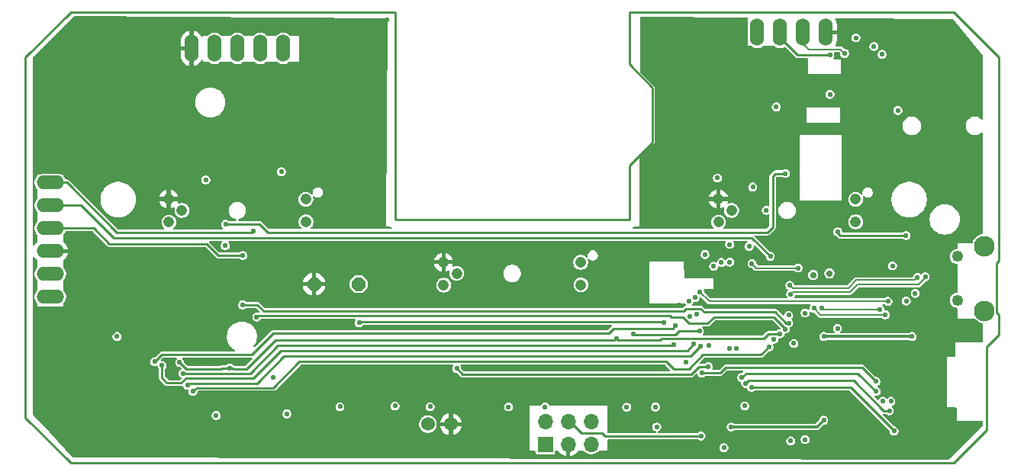
<source format=gbr>
%TF.GenerationSoftware,KiCad,Pcbnew,9.0.0*%
%TF.CreationDate,2025-04-22T12:37:31+01:00*%
%TF.ProjectId,FED3_v7.3,46454433-5f76-4372-9e33-2e6b69636164,rev?*%
%TF.SameCoordinates,Original*%
%TF.FileFunction,Copper,L2,Inr*%
%TF.FilePolarity,Positive*%
%FSLAX46Y46*%
G04 Gerber Fmt 4.6, Leading zero omitted, Abs format (unit mm)*
G04 Created by KiCad (PCBNEW 9.0.0) date 2025-04-22 12:37:31*
%MOMM*%
%LPD*%
G01*
G04 APERTURE LIST*
G04 Aperture macros list*
%AMOutline5P*
0 Free polygon, 5 corners , with rotation*
0 The origin of the aperture is its center*
0 number of corners: always 5*
0 $1 to $10 corner X, Y*
0 $11 Rotation angle, in degrees counterclockwise*
0 create outline with 5 corners*
4,1,5,$1,$2,$3,$4,$5,$6,$7,$8,$9,$10,$1,$2,$11*%
%AMOutline6P*
0 Free polygon, 6 corners , with rotation*
0 The origin of the aperture is its center*
0 number of corners: always 6*
0 $1 to $12 corner X, Y*
0 $13 Rotation angle, in degrees counterclockwise*
0 create outline with 6 corners*
4,1,6,$1,$2,$3,$4,$5,$6,$7,$8,$9,$10,$11,$12,$1,$2,$13*%
%AMOutline7P*
0 Free polygon, 7 corners , with rotation*
0 The origin of the aperture is its center*
0 number of corners: always 7*
0 $1 to $14 corner X, Y*
0 $15 Rotation angle, in degrees counterclockwise*
0 create outline with 7 corners*
4,1,7,$1,$2,$3,$4,$5,$6,$7,$8,$9,$10,$11,$12,$13,$14,$1,$2,$15*%
%AMOutline8P*
0 Free polygon, 8 corners , with rotation*
0 The origin of the aperture is its center*
0 number of corners: always 8*
0 $1 to $16 corner X, Y*
0 $17 Rotation angle, in degrees counterclockwise*
0 create outline with 8 corners*
4,1,8,$1,$2,$3,$4,$5,$6,$7,$8,$9,$10,$11,$12,$13,$14,$15,$16,$1,$2,$17*%
G04 Aperture macros list end*
%TA.AperFunction,ComponentPad*%
%ADD10O,3.048000X1.524000*%
%TD*%
%TA.AperFunction,ComponentPad*%
%ADD11R,1.700000X1.700000*%
%TD*%
%TA.AperFunction,ComponentPad*%
%ADD12O,1.700000X1.700000*%
%TD*%
%TA.AperFunction,ComponentPad*%
%ADD13O,1.524000X3.048000*%
%TD*%
%TA.AperFunction,ComponentPad*%
%ADD14C,1.524000*%
%TD*%
%TA.AperFunction,ComponentPad*%
%ADD15C,2.300000*%
%TD*%
%TA.AperFunction,ComponentPad*%
%ADD16C,1.250000*%
%TD*%
%TA.AperFunction,ComponentPad*%
%ADD17Outline8P,-0.762000X0.315631X-0.315631X0.762000X0.315631X0.762000X0.762000X0.315631X0.762000X-0.315631X0.315631X-0.762000X-0.315631X-0.762000X-0.762000X-0.315631X180.000000*%
%TD*%
%TA.AperFunction,ComponentPad*%
%ADD18C,1.208000*%
%TD*%
%TA.AperFunction,ViaPad*%
%ADD19C,0.550000*%
%TD*%
%TA.AperFunction,ViaPad*%
%ADD20C,0.600000*%
%TD*%
%TA.AperFunction,ViaPad*%
%ADD21C,0.700000*%
%TD*%
%TA.AperFunction,Conductor*%
%ADD22C,0.220000*%
%TD*%
%TA.AperFunction,Conductor*%
%ADD23C,0.250000*%
%TD*%
%TA.AperFunction,Conductor*%
%ADD24C,0.230000*%
%TD*%
%TA.AperFunction,Conductor*%
%ADD25C,0.210000*%
%TD*%
%TA.AperFunction,Conductor*%
%ADD26C,0.300000*%
%TD*%
%TA.AperFunction,Profile*%
%ADD27C,0.250000*%
%TD*%
G04 APERTURE END LIST*
D10*
%TO.N,D10*%
%TO.C,SCREEN0*%
X97251100Y-98903600D03*
%TO.N,D11*%
X97251100Y-101443600D03*
%TO.N,D12*%
X97251100Y-103983600D03*
%TO.N,GND*%
X97251100Y-106523600D03*
%TO.N,unconnected-(SCREEN0-Pin_5-Pad5)*%
X97251100Y-109063600D03*
%TO.N,+3V3*%
X97251100Y-111603600D03*
%TD*%
D11*
%TO.N,+3V3*%
%TO.C,J1*%
X152175000Y-128015000D03*
D12*
%TO.N,~{RESET}*%
X152175000Y-125475000D03*
%TO.N,GND*%
X154715000Y-128015000D03*
%TO.N,/controler stage/SWDIO*%
X154715000Y-125475000D03*
%TO.N,/controler stage/SWCLK*%
X157255000Y-128015000D03*
%TO.N,unconnected-(J1-Pin_6-Pad6)*%
X157255000Y-125475000D03*
%TD*%
D13*
%TO.N,+3V3*%
%TO.C,AUX_I2C0*%
X175691100Y-82225600D03*
%TO.N,SCL*%
X178231100Y-82225600D03*
%TO.N,SDA*%
X180771100Y-82225600D03*
%TO.N,GND*%
X183311100Y-82225600D03*
%TD*%
D14*
%TO.N,GND*%
%TO.C,X5*%
X141694300Y-125736400D03*
%TO.N,VBat*%
X139154300Y-125736400D03*
%TD*%
D15*
%TO.N,unconnected-(USB0-P$2-PadSHIELD_1)*%
%TO.C,USB0*%
X200900000Y-113150000D03*
%TO.N,unconnected-(USB0-P$3-PadSHIELD_2)*%
X200900000Y-105950000D03*
D16*
%TO.N,unconnected-(USB0-P$1-PadSHIELD_3)*%
X197900000Y-107125000D03*
%TO.N,unconnected-(USB0-P$4-PadSHIELD_4)*%
X197900000Y-111975000D03*
%TD*%
D17*
%TO.N,RX*%
%TO.C,BZ1*%
X131459200Y-110180000D03*
%TO.N,GND*%
X126510000Y-110180000D03*
%TD*%
D13*
%TO.N,GND*%
%TO.C,MOTOR0*%
X112921100Y-84003600D03*
%TO.N,/ORANGE*%
X115461100Y-84003600D03*
%TO.N,/YELLOW*%
X118001100Y-84003600D03*
%TO.N,/PINK*%
X120541100Y-84003600D03*
%TO.N,/BLUE*%
X123081100Y-84003600D03*
%TD*%
D18*
%TO.N,+3V3*%
%TO.C,PI3*%
X125601100Y-100763600D03*
%TO.N,Net-(PI3-Pad2)*%
X125621100Y-103273600D03*
%TO.N,+3V3*%
X110401100Y-103303600D03*
%TO.N,D5*%
X111851100Y-102003600D03*
%TO.N,GND*%
X110381100Y-100733600D03*
%TD*%
%TO.N,+3V3*%
%TO.C,PI1*%
X186601100Y-100763600D03*
%TO.N,Net-(PI1-Pad2)*%
X186621100Y-103273600D03*
%TO.N,+3V3*%
X171401100Y-103303600D03*
%TO.N,D6*%
X172851100Y-102003600D03*
%TO.N,GND*%
X171381100Y-100733600D03*
%TD*%
%TO.N,+3V3*%
%TO.C,PI2*%
X156101100Y-107763600D03*
%TO.N,Net-(PI2-Pad2)*%
X156121100Y-110273600D03*
%TO.N,+3V3*%
X140901100Y-110303600D03*
%TO.N,TX*%
X142351100Y-109003600D03*
%TO.N,GND*%
X140881100Y-107733600D03*
%TD*%
D19*
%TO.N,GND*%
X197034500Y-90526000D03*
X185700000Y-117350000D03*
X163750000Y-86250000D03*
X162775000Y-108925000D03*
X138025000Y-112425000D03*
X128500000Y-122175000D03*
X117300000Y-86600000D03*
X108825000Y-94375000D03*
X197410000Y-124400000D03*
X178700000Y-104025000D03*
X185700000Y-127350000D03*
X174625000Y-126850000D03*
X110525000Y-112900000D03*
X109000000Y-108700000D03*
X187250000Y-108300000D03*
X188975000Y-127500000D03*
X199075000Y-126750000D03*
X162925000Y-120900000D03*
X145300000Y-119500000D03*
X186975000Y-106000000D03*
X128083100Y-94833000D03*
X194540000Y-115300000D03*
X174925000Y-114575000D03*
D20*
X155050000Y-112200000D03*
D19*
X114550000Y-112050000D03*
X112075000Y-114975000D03*
X125200000Y-125100000D03*
X145100000Y-125800000D03*
X173150000Y-114500000D03*
X160300000Y-129050000D03*
X112225000Y-108875000D03*
X137400000Y-120600000D03*
X187900000Y-89425000D03*
X161250000Y-119500000D03*
D20*
X158600000Y-115000000D03*
D19*
X184900000Y-88450000D03*
X198425000Y-115325000D03*
X97025000Y-86825000D03*
X193600000Y-128500000D03*
X103725000Y-88225000D03*
X177875000Y-123125000D03*
X179951900Y-91029400D03*
X184775000Y-124400000D03*
X185950000Y-98200000D03*
X177050000Y-95825000D03*
X112675000Y-123250000D03*
X122000000Y-98750000D03*
X182275000Y-115400000D03*
X152700000Y-108700000D03*
X133283100Y-86415600D03*
X175735500Y-91029400D03*
X143700000Y-112250000D03*
X158595000Y-112335000D03*
X182300000Y-122900000D03*
X103725000Y-98300000D03*
X166700000Y-103700000D03*
X161125000Y-122900000D03*
X98815300Y-96778800D03*
X105475000Y-83975000D03*
X129175000Y-100975000D03*
X174000000Y-96000000D03*
X122225000Y-112425000D03*
X113900000Y-129000000D03*
X196340000Y-120170000D03*
X124700000Y-120600000D03*
X169375000Y-109000000D03*
X149650000Y-120850000D03*
X194350000Y-125375000D03*
X118575000Y-126050000D03*
X126600000Y-86600000D03*
X167350000Y-123225000D03*
X196325000Y-108950000D03*
X126250000Y-80900000D03*
X132200000Y-125000000D03*
X183750000Y-118700000D03*
X134600000Y-80800000D03*
X110775000Y-120000000D03*
X133750000Y-103050000D03*
X163400000Y-81300000D03*
X173200000Y-110700000D03*
X197799100Y-82351600D03*
X119750000Y-99750000D03*
X159225000Y-108950000D03*
X100263100Y-81589600D03*
X131025000Y-106900000D03*
X111800000Y-97900000D03*
X113325000Y-80800000D03*
X191000000Y-97200000D03*
X111900000Y-126000000D03*
X131000000Y-98000000D03*
X128800000Y-127200000D03*
X161950000Y-126100000D03*
X189400000Y-119550000D03*
X152025000Y-119475000D03*
X196530000Y-113360000D03*
X166998986Y-112533874D03*
X99550000Y-105450000D03*
X124300000Y-86400000D03*
X137395300Y-109245800D03*
X95713900Y-117221400D03*
X116600000Y-127600000D03*
X139000000Y-127775000D03*
X131100000Y-120600000D03*
X155075000Y-122900000D03*
X119400000Y-108400000D03*
X186800000Y-81300000D03*
X178925000Y-107200000D03*
X148325000Y-122475000D03*
X148550000Y-129125000D03*
X165800000Y-106975000D03*
X133050000Y-111550000D03*
X105400000Y-122800000D03*
X141875000Y-122500000D03*
X154925000Y-119475000D03*
X107600000Y-128800000D03*
X127850000Y-114400000D03*
X174150000Y-103275000D03*
X173475000Y-128925000D03*
X144761300Y-108509200D03*
X108000000Y-112300000D03*
X104600000Y-118900000D03*
X122100000Y-107900000D03*
X111693100Y-87050600D03*
X123000000Y-127200000D03*
X192660000Y-117600000D03*
X101725000Y-110225000D03*
X186691186Y-111200543D03*
X114400000Y-115200000D03*
X145425000Y-129125000D03*
X117900000Y-109900000D03*
X134625000Y-121450000D03*
X189950000Y-115200000D03*
X157725000Y-121875000D03*
X111693100Y-91495600D03*
X184969500Y-93142200D03*
X115200000Y-122300000D03*
X97977100Y-126547600D03*
X134000000Y-94500000D03*
X117000000Y-113800000D03*
X121300000Y-86600000D03*
X109050000Y-122525000D03*
X95691100Y-94289600D03*
X163500000Y-96500000D03*
X98253900Y-122047400D03*
X175016099Y-111300819D03*
X173800000Y-121900000D03*
X115950000Y-103100000D03*
X149875000Y-125650000D03*
X200150000Y-99975000D03*
X174725000Y-124725000D03*
X176903900Y-84171400D03*
X173691900Y-84455400D03*
X117949566Y-118995000D03*
X170775000Y-123250000D03*
X163509100Y-102671600D03*
X190900000Y-125400000D03*
X101475000Y-92175000D03*
D21*
%TO.N,+3V3*%
X183700000Y-109000000D03*
D19*
X174800000Y-106000000D03*
X184625000Y-104375000D03*
X116650000Y-105900000D03*
X177800000Y-90500000D03*
X184600000Y-115100000D03*
X192230000Y-112070000D03*
X104650000Y-116000000D03*
X168120000Y-112081102D03*
D21*
X181900000Y-109180000D03*
D19*
X173400000Y-117299813D03*
X186645600Y-82840000D03*
X190525000Y-123200000D03*
X115650000Y-124775000D03*
X172625000Y-105775000D03*
X189625000Y-123200000D03*
X192200000Y-104800000D03*
%TO.N,/IOs Interface/VCCNEO*%
X152159100Y-123816200D03*
X114500000Y-98620000D03*
X148095100Y-123816200D03*
X135500000Y-123716000D03*
X139400000Y-123800000D03*
X121950000Y-120550000D03*
X164400000Y-123841600D03*
X129400000Y-123800000D03*
X175200000Y-99400000D03*
X161200000Y-123850000D03*
X174300000Y-123716000D03*
%TO.N,/EN*%
X190700000Y-108150000D03*
%TO.N,Net-(LED1-DI)*%
X167775000Y-118850000D03*
%TO.N,Net-(LED8-DO)*%
X122900000Y-97700000D03*
X123500000Y-124600000D03*
%TO.N,Net-(LED10-DI)*%
X116700000Y-103550000D03*
X178800000Y-97900000D03*
%TO.N,SCL*%
X183750000Y-84750000D03*
X189300000Y-113000000D03*
X182850000Y-112880000D03*
X188635600Y-83800000D03*
%TO.N,SDA*%
X185380000Y-84570000D03*
X181975000Y-112880000D03*
X189900000Y-113600000D03*
X189547800Y-84672200D03*
%TO.N,D11*%
X177550000Y-116300000D03*
X177150000Y-107100000D03*
%TO.N,D10*%
X120150000Y-113830000D03*
X178809985Y-115174790D03*
X119750000Y-104300000D03*
%TO.N,VUSB*%
X183070000Y-116000000D03*
X172800000Y-126050000D03*
X193225000Y-111225000D03*
X192875000Y-116000000D03*
X183070000Y-125300000D03*
%TO.N,RX*%
X172615854Y-117309459D03*
X165350000Y-114475000D03*
X131505030Y-114475628D03*
%TO.N,A0*%
X191300000Y-90900000D03*
X190200000Y-112100000D03*
X169300000Y-111025000D03*
%TO.N,TX*%
X142350000Y-119550000D03*
X170250000Y-119350000D03*
%TO.N,D6*%
X176700000Y-102000000D03*
X179178408Y-113644953D03*
%TO.N,D5*%
X113075000Y-122100000D03*
X177000000Y-117147512D03*
%TO.N,D13*%
X178205779Y-115700000D03*
X117150000Y-119495000D03*
X111600000Y-118875000D03*
X160060000Y-116200000D03*
%TO.N,D12*%
X118600000Y-112500000D03*
X179174262Y-114496407D03*
X118600000Y-107000000D03*
%TO.N,/controler stage/AREF*%
X168795000Y-111690000D03*
X169900000Y-106900000D03*
%TO.N,D8*%
X169270000Y-115425000D03*
X161977136Y-115748717D03*
%TO.N,~{RESET}*%
X179750000Y-116775000D03*
X180225000Y-108400000D03*
X179400000Y-127600000D03*
X175100000Y-107900000D03*
%TO.N,/controler stage/SWCLK*%
X172650000Y-107750000D03*
X172000000Y-128350000D03*
%TO.N,/controler stage/SWDIO*%
X169450000Y-127050000D03*
X171712500Y-107787500D03*
%TO.N,SCK*%
X190350000Y-124250000D03*
X174400000Y-121200000D03*
%TO.N,MOSI*%
X188875000Y-122100000D03*
X173972880Y-120559319D03*
%TO.N,D7*%
X181000000Y-113400000D03*
X181000000Y-127450000D03*
%TO.N,D+*%
X193469016Y-109447664D03*
X179300000Y-110325000D03*
%TO.N,D-*%
X194337812Y-109370528D03*
X179400000Y-111300000D03*
%TO.N,MISO*%
X175050000Y-121650000D03*
X190875000Y-126500000D03*
%TO.N,SD_CS*%
X169553453Y-120060999D03*
X188865168Y-121000000D03*
%TO.N,A2*%
X168950000Y-113525000D03*
X169356276Y-117097000D03*
X112475000Y-121400000D03*
%TO.N,A5*%
X166625000Y-114825000D03*
X108850000Y-118800000D03*
X170850000Y-108200000D03*
%TO.N,A4*%
X168625143Y-116855457D03*
X109650000Y-119225000D03*
%TO.N,A3*%
X166400000Y-116900000D03*
X168200000Y-113775000D03*
X111975000Y-120100000D03*
%TO.N,D9*%
X170300000Y-117000000D03*
X164550000Y-126050000D03*
%TO.N,Net-(IC4-VBAT)*%
X183759600Y-89109600D03*
X171259900Y-98406000D03*
%TD*%
D22*
%TO.N,+3V3*%
X192200000Y-104800000D02*
X192170000Y-104830000D01*
X192170000Y-104830000D02*
X184905000Y-104830000D01*
X184625000Y-104550000D02*
X184625000Y-104375000D01*
X184905000Y-104830000D02*
X184625000Y-104550000D01*
D23*
%TO.N,Net-(LED10-DI)*%
X120450000Y-103500000D02*
X121375000Y-104425000D01*
X177400000Y-98200000D02*
X177700000Y-97900000D01*
X176825000Y-104425000D02*
X177400000Y-103850000D01*
X121375000Y-104425000D02*
X176825000Y-104425000D01*
X116750000Y-103500000D02*
X120450000Y-103500000D01*
X177400000Y-103850000D02*
X177400000Y-98200000D01*
X116700000Y-103550000D02*
X116750000Y-103500000D01*
X177700000Y-97900000D02*
X178800000Y-97900000D01*
D24*
%TO.N,SCL*%
X180160000Y-84750000D02*
X178231100Y-82821100D01*
X178231100Y-82821100D02*
X178231100Y-82225600D01*
D25*
X189300000Y-113000000D02*
X182970000Y-113000000D01*
X182970000Y-113000000D02*
X182850000Y-112880000D01*
D24*
X183750000Y-84750000D02*
X180160000Y-84750000D01*
D25*
%TO.N,SDA*%
X182695000Y-113600000D02*
X189900000Y-113600000D01*
X181975000Y-112880000D02*
X182695000Y-113600000D01*
X184910000Y-84100000D02*
X181410000Y-84100000D01*
X185380000Y-84570000D02*
X184910000Y-84100000D01*
X180771100Y-83461100D02*
X180771100Y-82225600D01*
X181410000Y-84100000D02*
X180771100Y-83461100D01*
D22*
%TO.N,D11*%
X100643600Y-101443600D02*
X97251100Y-101443600D01*
X104250000Y-105050000D02*
X100643600Y-101443600D01*
X175100000Y-105050000D02*
X104250000Y-105050000D01*
X177150000Y-107100000D02*
X175100000Y-105050000D01*
%TO.N,D10*%
X177550000Y-113850000D02*
X170895000Y-113850000D01*
X119750000Y-104300000D02*
X119600000Y-104450000D01*
X166186345Y-113895000D02*
X165987820Y-113696475D01*
X165987820Y-113696475D02*
X165984295Y-113700000D01*
X119600000Y-104450000D02*
X104650000Y-104450000D01*
X168120000Y-114575000D02*
X167440000Y-113895000D01*
X178809985Y-115174790D02*
X178809985Y-115109985D01*
X165984295Y-113700000D02*
X120280000Y-113700000D01*
X120280000Y-113700000D02*
X120150000Y-113830000D01*
X167440000Y-113895000D02*
X166186345Y-113895000D01*
X170170000Y-114575000D02*
X168120000Y-114575000D01*
X170895000Y-113850000D02*
X170170000Y-114575000D01*
X99103600Y-98903600D02*
X97251100Y-98903600D01*
X178809985Y-115109985D02*
X177550000Y-113850000D01*
X104650000Y-104450000D02*
X99103600Y-98903600D01*
D26*
%TO.N,VUSB*%
X183070000Y-116000000D02*
X192875000Y-116000000D01*
X182320000Y-126050000D02*
X183070000Y-125300000D01*
X172800000Y-126050000D02*
X182320000Y-126050000D01*
D22*
%TO.N,RX*%
X165225000Y-114350000D02*
X131630658Y-114350000D01*
X165350000Y-114475000D02*
X165225000Y-114350000D01*
X131630658Y-114350000D02*
X131505030Y-114475628D01*
D25*
%TO.N,A0*%
X190200000Y-112100000D02*
X170375000Y-112100000D01*
X170375000Y-112100000D02*
X169300000Y-111025000D01*
D22*
%TO.N,TX*%
X170250000Y-119350000D02*
X169200000Y-119350000D01*
X169200000Y-119350000D02*
X168350000Y-120200000D01*
X168350000Y-120200000D02*
X143000000Y-120200000D01*
X143000000Y-120200000D02*
X142350000Y-119550000D01*
%TO.N,D5*%
X122005000Y-121695000D02*
X113480000Y-121695000D01*
X177000000Y-117147512D02*
X176122512Y-118025000D01*
X124900000Y-118800000D02*
X122005000Y-121695000D01*
X166400000Y-119600000D02*
X165600000Y-118800000D01*
X168100000Y-119600000D02*
X166400000Y-119600000D01*
X176122512Y-118025000D02*
X169675000Y-118025000D01*
X169675000Y-118025000D02*
X168100000Y-119600000D01*
X113480000Y-121695000D02*
X113075000Y-122100000D01*
X165600000Y-118800000D02*
X124900000Y-118800000D01*
%TO.N,D13*%
X117150000Y-119495000D02*
X117495000Y-119495000D01*
X165050000Y-116225000D02*
X164875000Y-116400000D01*
X176930000Y-115695000D02*
X176400000Y-116225000D01*
X164875000Y-116400000D02*
X160260000Y-116400000D01*
X116305000Y-119495000D02*
X116200000Y-119600000D01*
X117150000Y-119495000D02*
X116305000Y-119495000D01*
X177800600Y-115695000D02*
X176930000Y-115695000D01*
X159860000Y-116400000D02*
X160060000Y-116200000D01*
X176400000Y-116225000D02*
X165050000Y-116225000D01*
X160260000Y-116400000D02*
X160060000Y-116200000D01*
X117495000Y-119495000D02*
X117600000Y-119600000D01*
X116200000Y-119600000D02*
X112325000Y-119600000D01*
X112325000Y-119600000D02*
X111600000Y-118875000D01*
X117600000Y-119600000D02*
X119000000Y-119600000D01*
X177805600Y-115700000D02*
X177800600Y-115695000D01*
X122200000Y-116400000D02*
X159860000Y-116400000D01*
X178205779Y-115700000D02*
X177805600Y-115700000D01*
X119000000Y-119600000D02*
X122200000Y-116400000D01*
%TO.N,D12*%
X114579756Y-105700000D02*
X103800000Y-105700000D01*
X169400000Y-112900000D02*
X167800000Y-112900000D01*
X167500000Y-113200000D02*
X120930000Y-113200000D01*
X169800000Y-113300000D02*
X169400000Y-112900000D01*
X120930000Y-113200000D02*
X120230000Y-112500000D01*
X120230000Y-112500000D02*
X118600000Y-112500000D01*
X115879756Y-107000000D02*
X114579756Y-105700000D01*
X178896407Y-114496407D02*
X177700000Y-113300000D01*
X177700000Y-113300000D02*
X169800000Y-113300000D01*
X179174262Y-114496407D02*
X178896407Y-114496407D01*
X102083600Y-103983600D02*
X97251100Y-103983600D01*
X167800000Y-112900000D02*
X167500000Y-113200000D01*
X103800000Y-105700000D02*
X102083600Y-103983600D01*
X118600000Y-107000000D02*
X115879756Y-107000000D01*
%TO.N,D8*%
X167000000Y-115425000D02*
X169270000Y-115425000D01*
X162013419Y-115785000D02*
X166640000Y-115785000D01*
X166640000Y-115785000D02*
X167000000Y-115425000D01*
X161977136Y-115748717D02*
X162013419Y-115785000D01*
D25*
%TO.N,~{RESET}*%
X180225000Y-108400000D02*
X175600000Y-108400000D01*
X175600000Y-108400000D02*
X175100000Y-107900000D01*
D22*
%TO.N,/controler stage/SWDIO*%
X169450000Y-127050000D02*
X158775000Y-127050000D01*
X156185000Y-126750000D02*
X154985000Y-125550000D01*
X158775000Y-127050000D02*
X158475000Y-126750000D01*
X158475000Y-126750000D02*
X156185000Y-126750000D01*
D23*
%TO.N,SCK*%
X186400000Y-120900000D02*
X189750000Y-124250000D01*
X174700000Y-120900000D02*
X186400000Y-120900000D01*
X189750000Y-124250000D02*
X190350000Y-124250000D01*
X174400000Y-121200000D02*
X174700000Y-120900000D01*
%TO.N,MOSI*%
X174432199Y-120100000D02*
X186875000Y-120100000D01*
X173972880Y-120559319D02*
X174432199Y-120100000D01*
X186875000Y-120100000D02*
X188875000Y-122100000D01*
D25*
%TO.N,D+*%
X179670244Y-110625000D02*
X179370244Y-110325000D01*
X193469016Y-109447664D02*
X193166680Y-109750000D01*
X185781800Y-110625000D02*
X179670244Y-110625000D01*
X179370244Y-110325000D02*
X179300000Y-110325000D01*
X193166680Y-109750000D02*
X186656800Y-109750000D01*
X186656800Y-109750000D02*
X185781800Y-110625000D01*
%TO.N,D-*%
X193618199Y-110200000D02*
X194337812Y-109480387D01*
X186843200Y-110200000D02*
X193618199Y-110200000D01*
X179645000Y-111055000D02*
X185988200Y-111055000D01*
X194337812Y-109480387D02*
X194337812Y-109370528D01*
X179400000Y-111300000D02*
X179645000Y-111055000D01*
X185988200Y-111055000D02*
X186843200Y-110200000D01*
D23*
%TO.N,MISO*%
X190875000Y-126500000D02*
X190875000Y-126475000D01*
X190875000Y-126475000D02*
X186050000Y-121650000D01*
X186050000Y-121650000D02*
X175050000Y-121650000D01*
D22*
%TO.N,SD_CS*%
X187315168Y-119450000D02*
X188865168Y-121000000D01*
X172200000Y-119450000D02*
X187315168Y-119450000D01*
X169553453Y-120060999D02*
X171589001Y-120060999D01*
X171589001Y-120060999D02*
X172200000Y-119450000D01*
%TO.N,A2*%
X120200000Y-121200000D02*
X112675000Y-121200000D01*
X123200000Y-118200000D02*
X120200000Y-121200000D01*
X169356276Y-117097000D02*
X168253276Y-118200000D01*
X112675000Y-121200000D02*
X112475000Y-121400000D01*
X168253276Y-118200000D02*
X123200000Y-118200000D01*
%TO.N,A5*%
X166306283Y-115143717D02*
X166625000Y-114825000D01*
X119600000Y-118000000D02*
X121950000Y-115650000D01*
X121950000Y-115650000D02*
X159200000Y-115650000D01*
X159200000Y-115650000D02*
X159706283Y-115143717D01*
X108850000Y-118800000D02*
X109650000Y-118000000D01*
X109650000Y-118000000D02*
X119600000Y-118000000D01*
X159706283Y-115143717D02*
X166306283Y-115143717D01*
%TO.N,A4*%
X111775000Y-121175000D02*
X110225000Y-121175000D01*
X167930600Y-117550000D02*
X122850000Y-117550000D01*
X110225000Y-121175000D02*
X109650000Y-120600000D01*
X109650000Y-120600000D02*
X109650000Y-119225000D01*
X168625143Y-116855457D02*
X167930600Y-117550000D01*
X112350000Y-120600000D02*
X111775000Y-121175000D01*
X119800000Y-120600000D02*
X112350000Y-120600000D01*
X122850000Y-117550000D02*
X119800000Y-120600000D01*
%TO.N,A3*%
X166300000Y-117000000D02*
X166400000Y-116900000D01*
X122500000Y-117000000D02*
X166300000Y-117000000D01*
X119400000Y-120100000D02*
X122500000Y-117000000D01*
X111975000Y-120100000D02*
X119400000Y-120100000D01*
%TD*%
%TA.AperFunction,Conductor*%
%TO.N,GND*%
G36*
X111260018Y-118349713D02*
G01*
X111296563Y-118400013D01*
X111296563Y-118462187D01*
X111272022Y-118502235D01*
X111203503Y-118570753D01*
X111203501Y-118570755D01*
X111203501Y-118570756D01*
X111189476Y-118595048D01*
X111138265Y-118683746D01*
X111138265Y-118683747D01*
X111104500Y-118809760D01*
X111104500Y-118940239D01*
X111138265Y-119066252D01*
X111138265Y-119066253D01*
X111138267Y-119066256D01*
X111203501Y-119179244D01*
X111295756Y-119271499D01*
X111408744Y-119336733D01*
X111408746Y-119336734D01*
X111534760Y-119370499D01*
X111534764Y-119370499D01*
X111534766Y-119370500D01*
X111586432Y-119370500D01*
X111594152Y-119373008D01*
X111602169Y-119371739D01*
X111623157Y-119382433D01*
X111645563Y-119389713D01*
X111657567Y-119399965D01*
X111762123Y-119504521D01*
X111790349Y-119559919D01*
X111780623Y-119621327D01*
X111741289Y-119662777D01*
X111670757Y-119703499D01*
X111578503Y-119795753D01*
X111578501Y-119795755D01*
X111578501Y-119795756D01*
X111567638Y-119814571D01*
X111513265Y-119908746D01*
X111513265Y-119908747D01*
X111479500Y-120034760D01*
X111479500Y-120165239D01*
X111513265Y-120291252D01*
X111513265Y-120291253D01*
X111513267Y-120291256D01*
X111578501Y-120404244D01*
X111670756Y-120496499D01*
X111757137Y-120546371D01*
X111776261Y-120567610D01*
X111796472Y-120587821D01*
X111796901Y-120590533D01*
X111798740Y-120592575D01*
X111801727Y-120621000D01*
X111806199Y-120649229D01*
X111804951Y-120651676D01*
X111805239Y-120654409D01*
X111777973Y-120704627D01*
X111667568Y-120815034D01*
X111612170Y-120843261D01*
X111596432Y-120844500D01*
X110403568Y-120844500D01*
X110344437Y-120825287D01*
X110332433Y-120815035D01*
X110009965Y-120492567D01*
X109981739Y-120437169D01*
X109980500Y-120421432D01*
X109980500Y-119636913D01*
X109999713Y-119577782D01*
X110009965Y-119565778D01*
X110023574Y-119552169D01*
X110046499Y-119529244D01*
X110111733Y-119416256D01*
X110144089Y-119295500D01*
X110145499Y-119290239D01*
X110145500Y-119290232D01*
X110145500Y-119159767D01*
X110145499Y-119159760D01*
X110111734Y-119033747D01*
X110111734Y-119033746D01*
X110111733Y-119033744D01*
X110046499Y-118920756D01*
X109954244Y-118828501D01*
X109841256Y-118763267D01*
X109841253Y-118763265D01*
X109715239Y-118729500D01*
X109715234Y-118729500D01*
X109630768Y-118729500D01*
X109571637Y-118710287D01*
X109535092Y-118659987D01*
X109535092Y-118597813D01*
X109559633Y-118557765D01*
X109757433Y-118359965D01*
X109812831Y-118331739D01*
X109828568Y-118330500D01*
X111200887Y-118330500D01*
X111260018Y-118349713D01*
G37*
%TD.AperFunction*%
%TA.AperFunction,Conductor*%
G36*
X165480563Y-119149713D02*
G01*
X165492567Y-119159965D01*
X166030367Y-119697765D01*
X166058593Y-119753163D01*
X166048867Y-119814571D01*
X166004903Y-119858535D01*
X165959232Y-119869500D01*
X143178568Y-119869500D01*
X143119437Y-119850287D01*
X143107433Y-119840035D01*
X142874965Y-119607567D01*
X142846739Y-119552169D01*
X142845500Y-119536432D01*
X142845500Y-119484767D01*
X142845499Y-119484760D01*
X142811734Y-119358747D01*
X142811734Y-119358746D01*
X142799025Y-119336733D01*
X142767077Y-119281398D01*
X142754151Y-119220585D01*
X142779439Y-119163786D01*
X142833283Y-119132698D01*
X142854200Y-119130500D01*
X165421432Y-119130500D01*
X165480563Y-119149713D01*
G37*
%TD.AperFunction*%
%TA.AperFunction,Conductor*%
G36*
X119618363Y-118349713D02*
G01*
X119654908Y-118400013D01*
X119654908Y-118462187D01*
X119630367Y-118502235D01*
X118892567Y-119240035D01*
X118837169Y-119268261D01*
X118821432Y-119269500D01*
X117778567Y-119269500D01*
X117719436Y-119250287D01*
X117707438Y-119240040D01*
X117697932Y-119230534D01*
X117622568Y-119187023D01*
X117622567Y-119187022D01*
X117622566Y-119187022D01*
X117622563Y-119187021D01*
X117539592Y-119164789D01*
X117494495Y-119138752D01*
X117454246Y-119098503D01*
X117454244Y-119098501D01*
X117368448Y-119048966D01*
X117341253Y-119033265D01*
X117215239Y-118999500D01*
X117215234Y-118999500D01*
X117084766Y-118999500D01*
X117084760Y-118999500D01*
X116958747Y-119033265D01*
X116958746Y-119033265D01*
X116845753Y-119098503D01*
X116809222Y-119135035D01*
X116753824Y-119163261D01*
X116738087Y-119164500D01*
X116261484Y-119164500D01*
X116177433Y-119187022D01*
X116177429Y-119187024D01*
X116171935Y-119190196D01*
X116171930Y-119190198D01*
X116169362Y-119191682D01*
X116102068Y-119230534D01*
X116085331Y-119247270D01*
X116076791Y-119252899D01*
X116056198Y-119258565D01*
X116037170Y-119268261D01*
X116021433Y-119269500D01*
X112503568Y-119269500D01*
X112444437Y-119250287D01*
X112432433Y-119240035D01*
X112124965Y-118932567D01*
X112096739Y-118877169D01*
X112095500Y-118861432D01*
X112095500Y-118809767D01*
X112095499Y-118809760D01*
X112061734Y-118683747D01*
X112061734Y-118683746D01*
X112049287Y-118662187D01*
X111996499Y-118570756D01*
X111927978Y-118502235D01*
X111899752Y-118446837D01*
X111909478Y-118385429D01*
X111953442Y-118341465D01*
X111999113Y-118330500D01*
X119559232Y-118330500D01*
X119618363Y-118349713D01*
G37*
%TD.AperFunction*%
%TA.AperFunction,Conductor*%
G36*
X177430563Y-114199713D02*
G01*
X177442567Y-114209965D01*
X178265367Y-115032765D01*
X178293593Y-115088163D01*
X178283867Y-115149571D01*
X178239903Y-115193535D01*
X178194232Y-115204500D01*
X178140539Y-115204500D01*
X178014526Y-115238265D01*
X178014525Y-115238265D01*
X177901532Y-115303503D01*
X177870001Y-115335035D01*
X177814603Y-115363261D01*
X177798866Y-115364500D01*
X176886483Y-115364500D01*
X176802434Y-115387021D01*
X176802433Y-115387021D01*
X176727065Y-115430536D01*
X176292567Y-115865035D01*
X176237169Y-115893261D01*
X176221432Y-115894500D01*
X169743690Y-115894500D01*
X169684559Y-115875287D01*
X169648014Y-115824987D01*
X169648014Y-115762813D01*
X169663877Y-115732660D01*
X169666491Y-115729251D01*
X169666499Y-115729244D01*
X169731733Y-115616256D01*
X169743782Y-115571289D01*
X169765499Y-115490239D01*
X169765500Y-115490232D01*
X169765500Y-115359767D01*
X169765499Y-115359760D01*
X169731734Y-115233747D01*
X169731734Y-115233746D01*
X169721574Y-115216148D01*
X169666499Y-115120756D01*
X169622978Y-115077235D01*
X169594752Y-115021837D01*
X169604478Y-114960429D01*
X169648442Y-114916465D01*
X169694113Y-114905500D01*
X170213509Y-114905500D01*
X170213511Y-114905500D01*
X170246249Y-114896728D01*
X170297561Y-114882979D01*
X170297561Y-114882978D01*
X170297568Y-114882977D01*
X170372932Y-114839466D01*
X171002433Y-114209965D01*
X171057831Y-114181739D01*
X171073568Y-114180500D01*
X177371432Y-114180500D01*
X177430563Y-114199713D01*
G37*
%TD.AperFunction*%
%TA.AperFunction,Conductor*%
G36*
X174550127Y-80579201D02*
G01*
X174609116Y-80598839D01*
X174645298Y-80649401D01*
X174650000Y-80679798D01*
X174650000Y-83750000D01*
X175033143Y-83750000D01*
X175089030Y-83766952D01*
X175225712Y-83858280D01*
X175356280Y-83912363D01*
X175404512Y-83932342D01*
X175404513Y-83932342D01*
X175404515Y-83932343D01*
X175594332Y-83970100D01*
X175594333Y-83970100D01*
X175787867Y-83970100D01*
X175787868Y-83970100D01*
X175977685Y-83932343D01*
X176156488Y-83858280D01*
X176293169Y-83766952D01*
X176349057Y-83750000D01*
X177573143Y-83750000D01*
X177629030Y-83766952D01*
X177765712Y-83858280D01*
X177896280Y-83912363D01*
X177944512Y-83932342D01*
X177944513Y-83932342D01*
X177944515Y-83932343D01*
X178134332Y-83970100D01*
X178134333Y-83970100D01*
X178327867Y-83970100D01*
X178327868Y-83970100D01*
X178517685Y-83932343D01*
X178583200Y-83905205D01*
X178701054Y-83856389D01*
X178701795Y-83858179D01*
X178755311Y-83848620D01*
X178811254Y-83875750D01*
X178812668Y-83877137D01*
X179953998Y-85018467D01*
X180030502Y-85062636D01*
X180115831Y-85085501D01*
X180210331Y-85085501D01*
X180210347Y-85085500D01*
X181199400Y-85085500D01*
X181258531Y-85104713D01*
X181295076Y-85155013D01*
X181300000Y-85186100D01*
X181300000Y-85200000D01*
X181300000Y-86850000D01*
X185000000Y-86850000D01*
X185000000Y-85200000D01*
X184236591Y-85200000D01*
X184177460Y-85180787D01*
X184140915Y-85130487D01*
X184140915Y-85068313D01*
X184149469Y-85049100D01*
X184180552Y-84995263D01*
X184211733Y-84941256D01*
X184232580Y-84863452D01*
X184245499Y-84815239D01*
X184245500Y-84815232D01*
X184245500Y-84684767D01*
X184245499Y-84684760D01*
X184210027Y-84552375D01*
X184213156Y-84551536D01*
X184209245Y-84502762D01*
X184241651Y-84449701D01*
X184299057Y-84425822D01*
X184307100Y-84425500D01*
X184733503Y-84425500D01*
X184741223Y-84428008D01*
X184749240Y-84426739D01*
X184770228Y-84437433D01*
X184792634Y-84444713D01*
X184804638Y-84454965D01*
X184855035Y-84505362D01*
X184883261Y-84560760D01*
X184884500Y-84576497D01*
X184884500Y-84635239D01*
X184918265Y-84761252D01*
X184918265Y-84761253D01*
X184918267Y-84761256D01*
X184983501Y-84874244D01*
X185075756Y-84966499D01*
X185188744Y-85031733D01*
X185188746Y-85031734D01*
X185314760Y-85065499D01*
X185314764Y-85065499D01*
X185314766Y-85065500D01*
X185314768Y-85065500D01*
X185445232Y-85065500D01*
X185445234Y-85065500D01*
X185445236Y-85065499D01*
X185445239Y-85065499D01*
X185571252Y-85031734D01*
X185571253Y-85031734D01*
X185571253Y-85031733D01*
X185571256Y-85031733D01*
X185684244Y-84966499D01*
X185776499Y-84874244D01*
X185841733Y-84761256D01*
X185875500Y-84635234D01*
X185875500Y-84606960D01*
X189052300Y-84606960D01*
X189052300Y-84737439D01*
X189086065Y-84863452D01*
X189086065Y-84863453D01*
X189101766Y-84890648D01*
X189151301Y-84976444D01*
X189243556Y-85068699D01*
X189356544Y-85133933D01*
X189356546Y-85133934D01*
X189482560Y-85167699D01*
X189482564Y-85167699D01*
X189482566Y-85167700D01*
X189482568Y-85167700D01*
X189613032Y-85167700D01*
X189613034Y-85167700D01*
X189613036Y-85167699D01*
X189613039Y-85167699D01*
X189739052Y-85133934D01*
X189739053Y-85133934D01*
X189739053Y-85133933D01*
X189739056Y-85133933D01*
X189852044Y-85068699D01*
X189944299Y-84976444D01*
X190009533Y-84863456D01*
X190043300Y-84737434D01*
X190043300Y-84606966D01*
X190043299Y-84606964D01*
X190043299Y-84606960D01*
X190009534Y-84480947D01*
X190009534Y-84480946D01*
X189994534Y-84454965D01*
X189944299Y-84367956D01*
X189852044Y-84275701D01*
X189739056Y-84210467D01*
X189739053Y-84210465D01*
X189613039Y-84176700D01*
X189613034Y-84176700D01*
X189482566Y-84176700D01*
X189482560Y-84176700D01*
X189356547Y-84210465D01*
X189356546Y-84210465D01*
X189270748Y-84260001D01*
X189260787Y-84265753D01*
X189243553Y-84275703D01*
X189151303Y-84367953D01*
X189151301Y-84367955D01*
X189151301Y-84367956D01*
X189145071Y-84378747D01*
X189086065Y-84480946D01*
X189086065Y-84480947D01*
X189052300Y-84606960D01*
X185875500Y-84606960D01*
X185875500Y-84504766D01*
X185875499Y-84504764D01*
X185875499Y-84504760D01*
X185841734Y-84378747D01*
X185841734Y-84378746D01*
X185841733Y-84378744D01*
X185776499Y-84265756D01*
X185684244Y-84173501D01*
X185571256Y-84108267D01*
X185571253Y-84108265D01*
X185445239Y-84074500D01*
X185445234Y-84074500D01*
X185386497Y-84074500D01*
X185327366Y-84055287D01*
X185315362Y-84045035D01*
X185109863Y-83839536D01*
X185109862Y-83839535D01*
X185067874Y-83815293D01*
X185067873Y-83815292D01*
X185035640Y-83796682D01*
X185035635Y-83796680D01*
X184952858Y-83774500D01*
X184952853Y-83774500D01*
X184441762Y-83774500D01*
X184382631Y-83755287D01*
X184367717Y-83734760D01*
X188140100Y-83734760D01*
X188140100Y-83865239D01*
X188173865Y-83991252D01*
X188173865Y-83991253D01*
X188173867Y-83991256D01*
X188239101Y-84104244D01*
X188331356Y-84196499D01*
X188411491Y-84242765D01*
X188444346Y-84261734D01*
X188570360Y-84295499D01*
X188570364Y-84295499D01*
X188570366Y-84295500D01*
X188570368Y-84295500D01*
X188700832Y-84295500D01*
X188700834Y-84295500D01*
X188700836Y-84295499D01*
X188700839Y-84295499D01*
X188826852Y-84261734D01*
X188826853Y-84261734D01*
X188826853Y-84261733D01*
X188826856Y-84261733D01*
X188939844Y-84196499D01*
X189032099Y-84104244D01*
X189097333Y-83991256D01*
X189111946Y-83936720D01*
X189131099Y-83865239D01*
X189131100Y-83865232D01*
X189131100Y-83734767D01*
X189131099Y-83734760D01*
X189097334Y-83608747D01*
X189097334Y-83608746D01*
X189090609Y-83597098D01*
X189032099Y-83495756D01*
X188939844Y-83403501D01*
X188826856Y-83338267D01*
X188826853Y-83338265D01*
X188700839Y-83304500D01*
X188700834Y-83304500D01*
X188570366Y-83304500D01*
X188570360Y-83304500D01*
X188444347Y-83338265D01*
X188444346Y-83338265D01*
X188331353Y-83403503D01*
X188239103Y-83495753D01*
X188173865Y-83608746D01*
X188173865Y-83608747D01*
X188140100Y-83734760D01*
X184367717Y-83734760D01*
X184346086Y-83704987D01*
X184346086Y-83642813D01*
X184352127Y-83628229D01*
X184440235Y-83455304D01*
X184440236Y-83455302D01*
X184499496Y-83272918D01*
X184499500Y-83272902D01*
X184529499Y-83083496D01*
X184529500Y-83083492D01*
X184529500Y-82774760D01*
X186150100Y-82774760D01*
X186150100Y-82905239D01*
X186183865Y-83031252D01*
X186183865Y-83031253D01*
X186183867Y-83031256D01*
X186249101Y-83144244D01*
X186341356Y-83236499D01*
X186454344Y-83301733D01*
X186454346Y-83301734D01*
X186580360Y-83335499D01*
X186580364Y-83335499D01*
X186580366Y-83335500D01*
X186580368Y-83335500D01*
X186710832Y-83335500D01*
X186710834Y-83335500D01*
X186710836Y-83335499D01*
X186710839Y-83335499D01*
X186836852Y-83301734D01*
X186836853Y-83301734D01*
X186836853Y-83301733D01*
X186836856Y-83301733D01*
X186949844Y-83236499D01*
X187042099Y-83144244D01*
X187107333Y-83031256D01*
X187141100Y-82905234D01*
X187141100Y-82774766D01*
X187141099Y-82774764D01*
X187141099Y-82774760D01*
X187107334Y-82648747D01*
X187107334Y-82648746D01*
X187107333Y-82648744D01*
X187042099Y-82535756D01*
X186949844Y-82443501D01*
X186836856Y-82378267D01*
X186836853Y-82378265D01*
X186710839Y-82344500D01*
X186710834Y-82344500D01*
X186580366Y-82344500D01*
X186580360Y-82344500D01*
X186454347Y-82378265D01*
X186454346Y-82378265D01*
X186379149Y-82421681D01*
X186356796Y-82434587D01*
X186341353Y-82443503D01*
X186249103Y-82535753D01*
X186183865Y-82648746D01*
X186183865Y-82648747D01*
X186150100Y-82774760D01*
X184529500Y-82774760D01*
X184529500Y-82453800D01*
X183765937Y-82453800D01*
X183784481Y-82421681D01*
X183819100Y-82292480D01*
X183819100Y-82158720D01*
X183784481Y-82029519D01*
X183765937Y-81997400D01*
X184529500Y-81997400D01*
X184529500Y-81367708D01*
X184529499Y-81367703D01*
X184499500Y-81178297D01*
X184499496Y-81178281D01*
X184440236Y-80995897D01*
X184440235Y-80995895D01*
X184353177Y-80825031D01*
X184353166Y-80825014D01*
X184342328Y-80810097D01*
X184323114Y-80750966D01*
X184342326Y-80691835D01*
X184392626Y-80655289D01*
X184424436Y-80650368D01*
X197313174Y-80743260D01*
X197372164Y-80762898D01*
X197390169Y-80779984D01*
X200681460Y-84784841D01*
X200704160Y-84842723D01*
X200704339Y-84848602D01*
X200712062Y-91796375D01*
X200692915Y-91855528D01*
X200642655Y-91892129D01*
X200580481Y-91892198D01*
X200540327Y-91867622D01*
X200494829Y-91822124D01*
X200411825Y-91766663D01*
X200327688Y-91710444D01*
X200327685Y-91710442D01*
X200327684Y-91710442D01*
X200141971Y-91633517D01*
X200010530Y-91607372D01*
X199944811Y-91594300D01*
X199743789Y-91594300D01*
X199694499Y-91604104D01*
X199546628Y-91633517D01*
X199360915Y-91710442D01*
X199193770Y-91822124D01*
X199193769Y-91822126D01*
X199051626Y-91964269D01*
X199051624Y-91964270D01*
X198939942Y-92131415D01*
X198863017Y-92317128D01*
X198823800Y-92514289D01*
X198823800Y-92715310D01*
X198863017Y-92912471D01*
X198939942Y-93098184D01*
X198939944Y-93098188D01*
X198996163Y-93182325D01*
X199051624Y-93265329D01*
X199051626Y-93265331D01*
X199193769Y-93407474D01*
X199360912Y-93519156D01*
X199453771Y-93557619D01*
X199546628Y-93596082D01*
X199546629Y-93596082D01*
X199546631Y-93596083D01*
X199743789Y-93635300D01*
X199743790Y-93635300D01*
X199944810Y-93635300D01*
X199944811Y-93635300D01*
X200141969Y-93596083D01*
X200327688Y-93519156D01*
X200494831Y-93407474D01*
X200542145Y-93360159D01*
X200597541Y-93331934D01*
X200658950Y-93341659D01*
X200702914Y-93385623D01*
X200713879Y-93431183D01*
X200726188Y-104503913D01*
X200707041Y-104563066D01*
X200656781Y-104599667D01*
X200641325Y-104603386D01*
X200579080Y-104613244D01*
X200579064Y-104613248D01*
X200373912Y-104679907D01*
X200373909Y-104679908D01*
X200181713Y-104777835D01*
X200181698Y-104777845D01*
X200007180Y-104904639D01*
X199854639Y-105057180D01*
X199727845Y-105231698D01*
X199727835Y-105231713D01*
X199629908Y-105423909D01*
X199629907Y-105423911D01*
X199587156Y-105555487D01*
X199550611Y-105605787D01*
X199491480Y-105625000D01*
X197925000Y-105625000D01*
X197925000Y-106178900D01*
X197905787Y-106238031D01*
X197855487Y-106274576D01*
X197824400Y-106279500D01*
X197816726Y-106279500D01*
X197784235Y-106285962D01*
X197653378Y-106311991D01*
X197499509Y-106375726D01*
X197499501Y-106375730D01*
X197388495Y-106449902D01*
X197361025Y-106468257D01*
X197361024Y-106468258D01*
X197361023Y-106468258D01*
X197243258Y-106586023D01*
X197243258Y-106586024D01*
X197243257Y-106586025D01*
X197236757Y-106595753D01*
X197150730Y-106724501D01*
X197150726Y-106724509D01*
X197086991Y-106878378D01*
X197063400Y-106996981D01*
X197054500Y-107041726D01*
X197054500Y-107208274D01*
X197057589Y-107223802D01*
X197086991Y-107371621D01*
X197150726Y-107525490D01*
X197150730Y-107525498D01*
X197183204Y-107574099D01*
X197243257Y-107663975D01*
X197361025Y-107781743D01*
X197440382Y-107834767D01*
X197499501Y-107874269D01*
X197499503Y-107874270D01*
X197499506Y-107874272D01*
X197653377Y-107938008D01*
X197816726Y-107970500D01*
X197824400Y-107970500D01*
X197883531Y-107989713D01*
X197920076Y-108040013D01*
X197925000Y-108071100D01*
X197925000Y-111028900D01*
X197905787Y-111088031D01*
X197855487Y-111124576D01*
X197824400Y-111129500D01*
X197816726Y-111129500D01*
X197784235Y-111135962D01*
X197653378Y-111161991D01*
X197499509Y-111225726D01*
X197499501Y-111225730D01*
X197388495Y-111299902D01*
X197361025Y-111318257D01*
X197361024Y-111318258D01*
X197361023Y-111318258D01*
X197243258Y-111436023D01*
X197243258Y-111436024D01*
X197150730Y-111574501D01*
X197150726Y-111574509D01*
X197086991Y-111728378D01*
X197054500Y-111891726D01*
X197054500Y-112058273D01*
X197086991Y-112221621D01*
X197150726Y-112375490D01*
X197150730Y-112375498D01*
X197184141Y-112425501D01*
X197243257Y-112513975D01*
X197361025Y-112631743D01*
X197450088Y-112691252D01*
X197499501Y-112724269D01*
X197499503Y-112724270D01*
X197499506Y-112724272D01*
X197653377Y-112788008D01*
X197816726Y-112820500D01*
X197824400Y-112820500D01*
X197883531Y-112839713D01*
X197920076Y-112890013D01*
X197925000Y-112921100D01*
X197925000Y-113975000D01*
X197950000Y-114000000D01*
X199772271Y-114000000D01*
X199831402Y-114019213D01*
X199852036Y-114039846D01*
X199852073Y-114039815D01*
X199852471Y-114040281D01*
X199853656Y-114041466D01*
X199854639Y-114042819D01*
X200007180Y-114195360D01*
X200035389Y-114215855D01*
X200181701Y-114322157D01*
X200181707Y-114322160D01*
X200181713Y-114322164D01*
X200354877Y-114410394D01*
X200373911Y-114420092D01*
X200408015Y-114431173D01*
X200579064Y-114486751D01*
X200579067Y-114486751D01*
X200579074Y-114486754D01*
X200579079Y-114486754D01*
X200579080Y-114486755D01*
X200652545Y-114498391D01*
X200707943Y-114526617D01*
X200736169Y-114582015D01*
X200737408Y-114597640D01*
X200739023Y-116050287D01*
X200739616Y-116583747D01*
X200739628Y-116594062D01*
X200720481Y-116653215D01*
X200670221Y-116689816D01*
X200639028Y-116694774D01*
X197672463Y-116694774D01*
X197672463Y-118142579D01*
X197653250Y-118201710D01*
X197602950Y-118238255D01*
X197571643Y-118243179D01*
X196750000Y-118241385D01*
X196750000Y-123878177D01*
X197710217Y-123878177D01*
X197769348Y-123897390D01*
X197805893Y-123947690D01*
X197810817Y-123978777D01*
X197810817Y-125394423D01*
X200648922Y-125394423D01*
X200708053Y-125413636D01*
X200744598Y-125463936D01*
X200749522Y-125494911D01*
X200749953Y-125882870D01*
X200730806Y-125942023D01*
X200720012Y-125954590D01*
X197004456Y-129620933D01*
X196948872Y-129648789D01*
X196933616Y-129649925D01*
X99810885Y-129475079D01*
X99751788Y-129455760D01*
X99737127Y-129442694D01*
X96286854Y-125702905D01*
X96228479Y-125639632D01*
X138171800Y-125639632D01*
X138171800Y-125833168D01*
X138176888Y-125858746D01*
X138209557Y-126022987D01*
X138283618Y-126201783D01*
X138283622Y-126201792D01*
X138312092Y-126244400D01*
X138391142Y-126362707D01*
X138527993Y-126499558D01*
X138626282Y-126565232D01*
X138688907Y-126607077D01*
X138688908Y-126607077D01*
X138688912Y-126607080D01*
X138819480Y-126661163D01*
X138867712Y-126681142D01*
X138867713Y-126681142D01*
X138867715Y-126681143D01*
X139057532Y-126718900D01*
X139057533Y-126718900D01*
X139251067Y-126718900D01*
X139251068Y-126718900D01*
X139440885Y-126681143D01*
X139619688Y-126607080D01*
X139780607Y-126499558D01*
X139917458Y-126362707D01*
X140024980Y-126201788D01*
X140099043Y-126022985D01*
X140136800Y-125833168D01*
X140136800Y-125639632D01*
X140110657Y-125508200D01*
X140496857Y-125508200D01*
X141239463Y-125508200D01*
X141220919Y-125540319D01*
X141186300Y-125669520D01*
X141186300Y-125803280D01*
X141220919Y-125932481D01*
X141239463Y-125964600D01*
X140496857Y-125964600D01*
X140505902Y-126021715D01*
X140505903Y-126021718D01*
X140565163Y-126204102D01*
X140565164Y-126204104D01*
X140652222Y-126374968D01*
X140652232Y-126374983D01*
X140764954Y-126530133D01*
X140900566Y-126665745D01*
X141055716Y-126778467D01*
X141055731Y-126778477D01*
X141226595Y-126865535D01*
X141226597Y-126865536D01*
X141408981Y-126924796D01*
X141408984Y-126924797D01*
X141466100Y-126933843D01*
X141466100Y-126191237D01*
X141498219Y-126209781D01*
X141627420Y-126244400D01*
X141761180Y-126244400D01*
X141890381Y-126209781D01*
X141922500Y-126191237D01*
X141922500Y-126933842D01*
X141979615Y-126924797D01*
X141979618Y-126924796D01*
X142162002Y-126865536D01*
X142162004Y-126865535D01*
X142332868Y-126778477D01*
X142332883Y-126778467D01*
X142488033Y-126665745D01*
X142623645Y-126530133D01*
X142736367Y-126374983D01*
X142736377Y-126374968D01*
X142823435Y-126204104D01*
X142823436Y-126204102D01*
X142882696Y-126021718D01*
X142882697Y-126021715D01*
X142891743Y-125964600D01*
X142149137Y-125964600D01*
X142167681Y-125932481D01*
X142202300Y-125803280D01*
X142202300Y-125669520D01*
X142167681Y-125540319D01*
X142149137Y-125508200D01*
X142891743Y-125508200D01*
X142882697Y-125451084D01*
X142882696Y-125451081D01*
X142823436Y-125268697D01*
X142823435Y-125268695D01*
X142736377Y-125097831D01*
X142736367Y-125097816D01*
X142623645Y-124942666D01*
X142488033Y-124807054D01*
X142332883Y-124694332D01*
X142332868Y-124694322D01*
X142162004Y-124607264D01*
X142162002Y-124607263D01*
X141979613Y-124548001D01*
X141979608Y-124548000D01*
X141922500Y-124538954D01*
X141922500Y-125281562D01*
X141890381Y-125263019D01*
X141761180Y-125228400D01*
X141627420Y-125228400D01*
X141498219Y-125263019D01*
X141466100Y-125281562D01*
X141466100Y-124538954D01*
X141408991Y-124548000D01*
X141408986Y-124548001D01*
X141226597Y-124607263D01*
X141226595Y-124607264D01*
X141055731Y-124694322D01*
X141055716Y-124694332D01*
X140900566Y-124807054D01*
X140764954Y-124942666D01*
X140652232Y-125097816D01*
X140652222Y-125097831D01*
X140565164Y-125268695D01*
X140565163Y-125268697D01*
X140505903Y-125451081D01*
X140505902Y-125451084D01*
X140496857Y-125508200D01*
X140110657Y-125508200D01*
X140099043Y-125449815D01*
X140024980Y-125271012D01*
X140024637Y-125270499D01*
X139996508Y-125228400D01*
X139917458Y-125110093D01*
X139780607Y-124973242D01*
X139673020Y-124901355D01*
X139619692Y-124865722D01*
X139619683Y-124865718D01*
X139440887Y-124791657D01*
X139314340Y-124766485D01*
X139251068Y-124753900D01*
X139057532Y-124753900D01*
X139010077Y-124763339D01*
X138867712Y-124791657D01*
X138688916Y-124865718D01*
X138688907Y-124865722D01*
X138573753Y-124942666D01*
X138527993Y-124973242D01*
X138527992Y-124973243D01*
X138527991Y-124973243D01*
X138391143Y-125110091D01*
X138391143Y-125110092D01*
X138283622Y-125271007D01*
X138283618Y-125271016D01*
X138209557Y-125449812D01*
X138182017Y-125588267D01*
X138171800Y-125639632D01*
X96228479Y-125639632D01*
X95427449Y-124771387D01*
X95370593Y-124709760D01*
X115154500Y-124709760D01*
X115154500Y-124840239D01*
X115188265Y-124966252D01*
X115188265Y-124966253D01*
X115188267Y-124966256D01*
X115253501Y-125079244D01*
X115345756Y-125171499D01*
X115444311Y-125228400D01*
X115458746Y-125236734D01*
X115584760Y-125270499D01*
X115584764Y-125270499D01*
X115584766Y-125270500D01*
X115584768Y-125270500D01*
X115715232Y-125270500D01*
X115715234Y-125270500D01*
X115715236Y-125270499D01*
X115715239Y-125270499D01*
X115841252Y-125236734D01*
X115841253Y-125236734D01*
X115841253Y-125236733D01*
X115841256Y-125236733D01*
X115954244Y-125171499D01*
X116046499Y-125079244D01*
X116111733Y-124966256D01*
X116128349Y-124904244D01*
X116145499Y-124840239D01*
X116145500Y-124840232D01*
X116145500Y-124709767D01*
X116145499Y-124709760D01*
X116111734Y-124583747D01*
X116111732Y-124583742D01*
X116108691Y-124578475D01*
X116108690Y-124578473D01*
X116108689Y-124578472D01*
X116094701Y-124554244D01*
X116083452Y-124534760D01*
X123004500Y-124534760D01*
X123004500Y-124665239D01*
X123038265Y-124791252D01*
X123038265Y-124791253D01*
X123045913Y-124804500D01*
X123103501Y-124904244D01*
X123195756Y-124996499D01*
X123308744Y-125061733D01*
X123308746Y-125061734D01*
X123434760Y-125095499D01*
X123434764Y-125095499D01*
X123434766Y-125095500D01*
X123434768Y-125095500D01*
X123565232Y-125095500D01*
X123565234Y-125095500D01*
X123565236Y-125095499D01*
X123565239Y-125095499D01*
X123691252Y-125061734D01*
X123691253Y-125061734D01*
X123691253Y-125061733D01*
X123691256Y-125061733D01*
X123804244Y-124996499D01*
X123896499Y-124904244D01*
X123961733Y-124791256D01*
X123983568Y-124709766D01*
X123995499Y-124665239D01*
X123995500Y-124665232D01*
X123995500Y-124534767D01*
X123995499Y-124534760D01*
X123961734Y-124408747D01*
X123961734Y-124408746D01*
X123944272Y-124378501D01*
X123896499Y-124295756D01*
X123804244Y-124203501D01*
X123691256Y-124138267D01*
X123691253Y-124138265D01*
X123565239Y-124104500D01*
X123565234Y-124104500D01*
X123434766Y-124104500D01*
X123434760Y-124104500D01*
X123308747Y-124138265D01*
X123308746Y-124138265D01*
X123195753Y-124203503D01*
X123103503Y-124295753D01*
X123103501Y-124295755D01*
X123103501Y-124295756D01*
X123087801Y-124322948D01*
X123038265Y-124408746D01*
X123038265Y-124408747D01*
X123004500Y-124534760D01*
X116083452Y-124534760D01*
X116046499Y-124470756D01*
X115954244Y-124378501D01*
X115844663Y-124315234D01*
X115841253Y-124313265D01*
X115715239Y-124279500D01*
X115715234Y-124279500D01*
X115584766Y-124279500D01*
X115584760Y-124279500D01*
X115458747Y-124313265D01*
X115458746Y-124313265D01*
X115345753Y-124378503D01*
X115253503Y-124470753D01*
X115188265Y-124583746D01*
X115188265Y-124583747D01*
X115154500Y-124709760D01*
X95370593Y-124709760D01*
X95324561Y-124659866D01*
X95298586Y-124603378D01*
X95297900Y-124591651D01*
X95297900Y-123734760D01*
X128904500Y-123734760D01*
X128904500Y-123865239D01*
X128938265Y-123991252D01*
X128938265Y-123991253D01*
X128938267Y-123991256D01*
X129003501Y-124104244D01*
X129095756Y-124196499D01*
X129208744Y-124261733D01*
X129208746Y-124261734D01*
X129334760Y-124295499D01*
X129334764Y-124295499D01*
X129334766Y-124295500D01*
X129334768Y-124295500D01*
X129465232Y-124295500D01*
X129465234Y-124295500D01*
X129465236Y-124295499D01*
X129465239Y-124295499D01*
X129591252Y-124261734D01*
X129591253Y-124261734D01*
X129591253Y-124261733D01*
X129591256Y-124261733D01*
X129704244Y-124196499D01*
X129796499Y-124104244D01*
X129861733Y-123991256D01*
X129873925Y-123945753D01*
X129895499Y-123865239D01*
X129895500Y-123865232D01*
X129895500Y-123734767D01*
X129895498Y-123734758D01*
X129878203Y-123670208D01*
X129872992Y-123650760D01*
X135004500Y-123650760D01*
X135004500Y-123781239D01*
X135038265Y-123907252D01*
X135038265Y-123907253D01*
X135038267Y-123907256D01*
X135103501Y-124020244D01*
X135195756Y-124112499D01*
X135308744Y-124177733D01*
X135308746Y-124177734D01*
X135434760Y-124211499D01*
X135434764Y-124211499D01*
X135434766Y-124211500D01*
X135434768Y-124211500D01*
X135565232Y-124211500D01*
X135565234Y-124211500D01*
X135565236Y-124211499D01*
X135565239Y-124211499D01*
X135691252Y-124177734D01*
X135691253Y-124177734D01*
X135691253Y-124177733D01*
X135691256Y-124177733D01*
X135804244Y-124112499D01*
X135896499Y-124020244D01*
X135961733Y-123907256D01*
X135976136Y-123853503D01*
X135995499Y-123781239D01*
X135995500Y-123781232D01*
X135995500Y-123734760D01*
X138904500Y-123734760D01*
X138904500Y-123865239D01*
X138938265Y-123991252D01*
X138938265Y-123991253D01*
X138938267Y-123991256D01*
X139003501Y-124104244D01*
X139095756Y-124196499D01*
X139208744Y-124261733D01*
X139208746Y-124261734D01*
X139334760Y-124295499D01*
X139334764Y-124295499D01*
X139334766Y-124295500D01*
X139334768Y-124295500D01*
X139465232Y-124295500D01*
X139465234Y-124295500D01*
X139465236Y-124295499D01*
X139465239Y-124295499D01*
X139591252Y-124261734D01*
X139591253Y-124261734D01*
X139591253Y-124261733D01*
X139591256Y-124261733D01*
X139704244Y-124196499D01*
X139796499Y-124104244D01*
X139861733Y-123991256D01*
X139873925Y-123945753D01*
X139895499Y-123865239D01*
X139895500Y-123865232D01*
X139895500Y-123750960D01*
X147599600Y-123750960D01*
X147599600Y-123881439D01*
X147633365Y-124007452D01*
X147633365Y-124007453D01*
X147633367Y-124007456D01*
X147698601Y-124120444D01*
X147790856Y-124212699D01*
X147875787Y-124261734D01*
X147903846Y-124277934D01*
X148029860Y-124311699D01*
X148029864Y-124311699D01*
X148029866Y-124311700D01*
X148029868Y-124311700D01*
X148160332Y-124311700D01*
X148160334Y-124311700D01*
X148160336Y-124311699D01*
X148160339Y-124311699D01*
X148286352Y-124277934D01*
X148286353Y-124277934D01*
X148286353Y-124277933D01*
X148286356Y-124277933D01*
X148399344Y-124212699D01*
X148491599Y-124120444D01*
X148556833Y-124007456D01*
X148581542Y-123915239D01*
X148590599Y-123881439D01*
X148590600Y-123881432D01*
X148590600Y-123750967D01*
X148590598Y-123750958D01*
X148576945Y-123700000D01*
X150400000Y-123700000D01*
X150400000Y-128700000D01*
X151003901Y-128700000D01*
X151063032Y-128719213D01*
X151099577Y-128769513D01*
X151104501Y-128800600D01*
X151104501Y-128886718D01*
X151117293Y-128951035D01*
X151166028Y-129023972D01*
X151238965Y-129072707D01*
X151303281Y-129085500D01*
X153046718Y-129085499D01*
X153111035Y-129072707D01*
X153183972Y-129023972D01*
X153232707Y-128951035D01*
X153245500Y-128886719D01*
X153245500Y-128800600D01*
X153250424Y-128785445D01*
X153250424Y-128769513D01*
X153259789Y-128756622D01*
X153264713Y-128741469D01*
X153277603Y-128732103D01*
X153286969Y-128719213D01*
X153302122Y-128714289D01*
X153315013Y-128704924D01*
X153346100Y-128700000D01*
X153546624Y-128700000D01*
X153605755Y-128719213D01*
X153628011Y-128741469D01*
X153718532Y-128866061D01*
X153863938Y-129011467D01*
X154030296Y-129132333D01*
X154030295Y-129132333D01*
X154213515Y-129225689D01*
X154409074Y-129289229D01*
X154409090Y-129289233D01*
X154486799Y-129301541D01*
X154486800Y-129301540D01*
X154486800Y-128800600D01*
X154506013Y-128741469D01*
X154556313Y-128704924D01*
X154587400Y-128700000D01*
X154842600Y-128700000D01*
X154901731Y-128719213D01*
X154938276Y-128769513D01*
X154943200Y-128800600D01*
X154943200Y-129301541D01*
X155020909Y-129289233D01*
X155020925Y-129289229D01*
X155216484Y-129225689D01*
X155399703Y-129132333D01*
X155566061Y-129011467D01*
X155711467Y-128866061D01*
X155801989Y-128741469D01*
X155852289Y-128704924D01*
X155883376Y-128700000D01*
X156384414Y-128700000D01*
X156443545Y-128719213D01*
X156455549Y-128729465D01*
X156572597Y-128846513D01*
X156747923Y-128963662D01*
X156747925Y-128963663D01*
X156747928Y-128963665D01*
X156845337Y-129004013D01*
X156942744Y-129044361D01*
X156942745Y-129044361D01*
X156942747Y-129044362D01*
X157149565Y-129085500D01*
X157149566Y-129085500D01*
X157360434Y-129085500D01*
X157360435Y-129085500D01*
X157567253Y-129044362D01*
X157762072Y-128963665D01*
X157937404Y-128846512D01*
X158054451Y-128729465D01*
X158109849Y-128701239D01*
X158125586Y-128700000D01*
X159100000Y-128700000D01*
X159095848Y-128284760D01*
X171504500Y-128284760D01*
X171504500Y-128415239D01*
X171538265Y-128541252D01*
X171538265Y-128541253D01*
X171538267Y-128541256D01*
X171603501Y-128654244D01*
X171695756Y-128746499D01*
X171808744Y-128811733D01*
X171808746Y-128811734D01*
X171934760Y-128845499D01*
X171934764Y-128845499D01*
X171934766Y-128845500D01*
X171934768Y-128845500D01*
X172065232Y-128845500D01*
X172065234Y-128845500D01*
X172065236Y-128845499D01*
X172065239Y-128845499D01*
X172191252Y-128811734D01*
X172191253Y-128811734D01*
X172191253Y-128811733D01*
X172191256Y-128811733D01*
X172304244Y-128746499D01*
X172396499Y-128654244D01*
X172461733Y-128541256D01*
X172468768Y-128515000D01*
X172495499Y-128415239D01*
X172495500Y-128415232D01*
X172495500Y-128284767D01*
X172495499Y-128284760D01*
X172461734Y-128158747D01*
X172461734Y-128158746D01*
X172461733Y-128158744D01*
X172396499Y-128045756D01*
X172304244Y-127953501D01*
X172191256Y-127888267D01*
X172191253Y-127888265D01*
X172065239Y-127854500D01*
X172065234Y-127854500D01*
X171934766Y-127854500D01*
X171934760Y-127854500D01*
X171808747Y-127888265D01*
X171808746Y-127888265D01*
X171695753Y-127953503D01*
X171603503Y-128045753D01*
X171538265Y-128158746D01*
X171538265Y-128158747D01*
X171504500Y-128284760D01*
X159095848Y-128284760D01*
X159095792Y-128279178D01*
X159087821Y-127482106D01*
X159106442Y-127422786D01*
X159156374Y-127385739D01*
X159188416Y-127380500D01*
X169038087Y-127380500D01*
X169097218Y-127399713D01*
X169109222Y-127409965D01*
X169145756Y-127446499D01*
X169258744Y-127511733D01*
X169258746Y-127511734D01*
X169384760Y-127545499D01*
X169384764Y-127545499D01*
X169384766Y-127545500D01*
X169384768Y-127545500D01*
X169515232Y-127545500D01*
X169515234Y-127545500D01*
X169515236Y-127545499D01*
X169515239Y-127545499D01*
X169555318Y-127534760D01*
X178904500Y-127534760D01*
X178904500Y-127665239D01*
X178938265Y-127791252D01*
X178938265Y-127791253D01*
X178938267Y-127791256D01*
X179003501Y-127904244D01*
X179095756Y-127996499D01*
X179208744Y-128061733D01*
X179208746Y-128061734D01*
X179334760Y-128095499D01*
X179334764Y-128095499D01*
X179334766Y-128095500D01*
X179334768Y-128095500D01*
X179465232Y-128095500D01*
X179465234Y-128095500D01*
X179465236Y-128095499D01*
X179465239Y-128095499D01*
X179591252Y-128061734D01*
X179591253Y-128061734D01*
X179591253Y-128061733D01*
X179591256Y-128061733D01*
X179704244Y-127996499D01*
X179796499Y-127904244D01*
X179861733Y-127791256D01*
X179895500Y-127665234D01*
X179895500Y-127534766D01*
X179895498Y-127534760D01*
X179861734Y-127408747D01*
X179861733Y-127408744D01*
X179847886Y-127384760D01*
X180504500Y-127384760D01*
X180504500Y-127515239D01*
X180538265Y-127641252D01*
X180538265Y-127641253D01*
X180538267Y-127641256D01*
X180603501Y-127754244D01*
X180695756Y-127846499D01*
X180808744Y-127911733D01*
X180808746Y-127911734D01*
X180934760Y-127945499D01*
X180934764Y-127945499D01*
X180934766Y-127945500D01*
X180934768Y-127945500D01*
X181065232Y-127945500D01*
X181065234Y-127945500D01*
X181065236Y-127945499D01*
X181065239Y-127945499D01*
X181191252Y-127911734D01*
X181191253Y-127911734D01*
X181191253Y-127911733D01*
X181191256Y-127911733D01*
X181304244Y-127846499D01*
X181396499Y-127754244D01*
X181461733Y-127641256D01*
X181468795Y-127614901D01*
X181495499Y-127515239D01*
X181495500Y-127515232D01*
X181495500Y-127384767D01*
X181495499Y-127384760D01*
X181461734Y-127258747D01*
X181461734Y-127258746D01*
X181451636Y-127241256D01*
X181396499Y-127145756D01*
X181304244Y-127053501D01*
X181191256Y-126988267D01*
X181191253Y-126988265D01*
X181065239Y-126954500D01*
X181065234Y-126954500D01*
X180934766Y-126954500D01*
X180934760Y-126954500D01*
X180808747Y-126988265D01*
X180808746Y-126988265D01*
X180695753Y-127053503D01*
X180603503Y-127145753D01*
X180538265Y-127258746D01*
X180538265Y-127258747D01*
X180504500Y-127384760D01*
X179847886Y-127384760D01*
X179796499Y-127295756D01*
X179704244Y-127203501D01*
X179618448Y-127153966D01*
X179591253Y-127138265D01*
X179465239Y-127104500D01*
X179465234Y-127104500D01*
X179334766Y-127104500D01*
X179334760Y-127104500D01*
X179208747Y-127138265D01*
X179208746Y-127138265D01*
X179095753Y-127203503D01*
X179003503Y-127295753D01*
X178938265Y-127408746D01*
X178938265Y-127408747D01*
X178904500Y-127534760D01*
X169555318Y-127534760D01*
X169641252Y-127511734D01*
X169641253Y-127511734D01*
X169641253Y-127511733D01*
X169641256Y-127511733D01*
X169754244Y-127446499D01*
X169846499Y-127354244D01*
X169911733Y-127241256D01*
X169937323Y-127145753D01*
X169945499Y-127115239D01*
X169945500Y-127115232D01*
X169945500Y-126984767D01*
X169945499Y-126984760D01*
X169911734Y-126858747D01*
X169911734Y-126858746D01*
X169880267Y-126804244D01*
X169846499Y-126745756D01*
X169754244Y-126653501D01*
X169641256Y-126588267D01*
X169641253Y-126588265D01*
X169515239Y-126554500D01*
X169515234Y-126554500D01*
X169384766Y-126554500D01*
X169384760Y-126554500D01*
X169258747Y-126588265D01*
X169258746Y-126588265D01*
X169172948Y-126637801D01*
X169151843Y-126649987D01*
X169145753Y-126653503D01*
X169109222Y-126690035D01*
X169053824Y-126718261D01*
X169038087Y-126719500D01*
X164729993Y-126719500D01*
X164670862Y-126700287D01*
X164634317Y-126649987D01*
X164634317Y-126587813D01*
X164670862Y-126537513D01*
X164703956Y-126521728D01*
X164741252Y-126511734D01*
X164741253Y-126511734D01*
X164741253Y-126511733D01*
X164741256Y-126511733D01*
X164854244Y-126446499D01*
X164946499Y-126354244D01*
X165011733Y-126241256D01*
X165023925Y-126195753D01*
X165045499Y-126115239D01*
X165045500Y-126115232D01*
X165045500Y-125984767D01*
X165045499Y-125984760D01*
X172304500Y-125984760D01*
X172304500Y-126115239D01*
X172338265Y-126241252D01*
X172338265Y-126241253D01*
X172338267Y-126241256D01*
X172403501Y-126354244D01*
X172495756Y-126446499D01*
X172598546Y-126505845D01*
X172608746Y-126511734D01*
X172734760Y-126545499D01*
X172734764Y-126545499D01*
X172734766Y-126545500D01*
X172734768Y-126545500D01*
X172865232Y-126545500D01*
X172865234Y-126545500D01*
X172865236Y-126545499D01*
X172865239Y-126545499D01*
X172991252Y-126511734D01*
X172991253Y-126511734D01*
X172991253Y-126511733D01*
X172991256Y-126511733D01*
X173104244Y-126446499D01*
X173104248Y-126446495D01*
X173109478Y-126442483D01*
X173111160Y-126444675D01*
X173156176Y-126421739D01*
X173171913Y-126420500D01*
X182368774Y-126420500D01*
X182368778Y-126420500D01*
X182396774Y-126412997D01*
X182408765Y-126409785D01*
X182408766Y-126409784D01*
X182415892Y-126407875D01*
X182463008Y-126395251D01*
X182519376Y-126362707D01*
X182547493Y-126346474D01*
X183069001Y-125824964D01*
X183124399Y-125796739D01*
X183128704Y-125796400D01*
X183128699Y-125796360D01*
X183135231Y-125795500D01*
X183135234Y-125795500D01*
X183135236Y-125795499D01*
X183135239Y-125795499D01*
X183261252Y-125761734D01*
X183261253Y-125761734D01*
X183261253Y-125761733D01*
X183261256Y-125761733D01*
X183374244Y-125696499D01*
X183466499Y-125604244D01*
X183531733Y-125491256D01*
X183565500Y-125365234D01*
X183565500Y-125234766D01*
X183565499Y-125234764D01*
X183565499Y-125234760D01*
X183531734Y-125108747D01*
X183531734Y-125108746D01*
X183525432Y-125097831D01*
X183466499Y-124995756D01*
X183374244Y-124903501D01*
X183264663Y-124840234D01*
X183261253Y-124838265D01*
X183135239Y-124804500D01*
X183135234Y-124804500D01*
X183004766Y-124804500D01*
X183004760Y-124804500D01*
X182878747Y-124838265D01*
X182878746Y-124838265D01*
X182765753Y-124903503D01*
X182673503Y-124995753D01*
X182608265Y-125108746D01*
X182608265Y-125108747D01*
X182574500Y-125234760D01*
X182573640Y-125241301D01*
X182570900Y-125240940D01*
X182555287Y-125288994D01*
X182545035Y-125300998D01*
X182195998Y-125650035D01*
X182140600Y-125678261D01*
X182124863Y-125679500D01*
X173171913Y-125679500D01*
X173112782Y-125660287D01*
X173109502Y-125657485D01*
X173109478Y-125657517D01*
X173104248Y-125653504D01*
X173104245Y-125653502D01*
X173104244Y-125653501D01*
X172991256Y-125588267D01*
X172991253Y-125588265D01*
X172865239Y-125554500D01*
X172865234Y-125554500D01*
X172734766Y-125554500D01*
X172734760Y-125554500D01*
X172608747Y-125588265D01*
X172608746Y-125588265D01*
X172522948Y-125637801D01*
X172501760Y-125650035D01*
X172495753Y-125653503D01*
X172403503Y-125745753D01*
X172338265Y-125858746D01*
X172338265Y-125858747D01*
X172304500Y-125984760D01*
X165045499Y-125984760D01*
X165011734Y-125858747D01*
X165011734Y-125858746D01*
X165011733Y-125858744D01*
X164946499Y-125745756D01*
X164854244Y-125653501D01*
X164741256Y-125588267D01*
X164741253Y-125588265D01*
X164615239Y-125554500D01*
X164615234Y-125554500D01*
X164484766Y-125554500D01*
X164484760Y-125554500D01*
X164358747Y-125588265D01*
X164358746Y-125588265D01*
X164272948Y-125637801D01*
X164251760Y-125650035D01*
X164245753Y-125653503D01*
X164153503Y-125745753D01*
X164088265Y-125858746D01*
X164088265Y-125858747D01*
X164054500Y-125984760D01*
X164054500Y-126115239D01*
X164088265Y-126241252D01*
X164088265Y-126241253D01*
X164088267Y-126241256D01*
X164153501Y-126354244D01*
X164245756Y-126446499D01*
X164348546Y-126505845D01*
X164358746Y-126511734D01*
X164396044Y-126521728D01*
X164448188Y-126555590D01*
X164470469Y-126613635D01*
X164454377Y-126673691D01*
X164406059Y-126712818D01*
X164370007Y-126719500D01*
X159179794Y-126719500D01*
X159120663Y-126700287D01*
X159084118Y-126649987D01*
X159079199Y-126619906D01*
X159076952Y-126395251D01*
X159069396Y-125639632D01*
X159050848Y-123784760D01*
X160704500Y-123784760D01*
X160704500Y-123915239D01*
X160738265Y-124041252D01*
X160738265Y-124041253D01*
X160738267Y-124041256D01*
X160803501Y-124154244D01*
X160895756Y-124246499D01*
X160994195Y-124303333D01*
X161008746Y-124311734D01*
X161134760Y-124345499D01*
X161134764Y-124345499D01*
X161134766Y-124345500D01*
X161134768Y-124345500D01*
X161265232Y-124345500D01*
X161265234Y-124345500D01*
X161265236Y-124345499D01*
X161265239Y-124345499D01*
X161391252Y-124311734D01*
X161391253Y-124311734D01*
X161391253Y-124311733D01*
X161391256Y-124311733D01*
X161504244Y-124246499D01*
X161596499Y-124154244D01*
X161661733Y-124041256D01*
X161695500Y-123915234D01*
X161695500Y-123784766D01*
X161695500Y-123784764D01*
X161695499Y-123784763D01*
X161694553Y-123781234D01*
X161693247Y-123776360D01*
X163904500Y-123776360D01*
X163904500Y-123906839D01*
X163938265Y-124032852D01*
X163938265Y-124032853D01*
X163938267Y-124032856D01*
X164003501Y-124145844D01*
X164095756Y-124238099D01*
X164208744Y-124303333D01*
X164208746Y-124303334D01*
X164334760Y-124337099D01*
X164334764Y-124337099D01*
X164334766Y-124337100D01*
X164334768Y-124337100D01*
X164465232Y-124337100D01*
X164465234Y-124337100D01*
X164465236Y-124337099D01*
X164465239Y-124337099D01*
X164591252Y-124303334D01*
X164591253Y-124303334D01*
X164591253Y-124303333D01*
X164591256Y-124303333D01*
X164704244Y-124238099D01*
X164796499Y-124145844D01*
X164861733Y-124032856D01*
X164893248Y-123915239D01*
X164895499Y-123906839D01*
X164895500Y-123906832D01*
X164895500Y-123776367D01*
X164895499Y-123776360D01*
X164867056Y-123670209D01*
X164867056Y-123670208D01*
X164861844Y-123650760D01*
X173804500Y-123650760D01*
X173804500Y-123781239D01*
X173838265Y-123907252D01*
X173838265Y-123907253D01*
X173838267Y-123907256D01*
X173903501Y-124020244D01*
X173995756Y-124112499D01*
X174108744Y-124177733D01*
X174108746Y-124177734D01*
X174234760Y-124211499D01*
X174234764Y-124211499D01*
X174234766Y-124211500D01*
X174234768Y-124211500D01*
X174365232Y-124211500D01*
X174365234Y-124211500D01*
X174365236Y-124211499D01*
X174365239Y-124211499D01*
X174491252Y-124177734D01*
X174491253Y-124177734D01*
X174491253Y-124177733D01*
X174491256Y-124177733D01*
X174604244Y-124112499D01*
X174696499Y-124020244D01*
X174761733Y-123907256D01*
X174776136Y-123853503D01*
X174795499Y-123781239D01*
X174795500Y-123781232D01*
X174795500Y-123650767D01*
X174795499Y-123650760D01*
X174761734Y-123524747D01*
X174761734Y-123524746D01*
X174745134Y-123495994D01*
X174696499Y-123411756D01*
X174604244Y-123319501D01*
X174491256Y-123254267D01*
X174491253Y-123254265D01*
X174365239Y-123220500D01*
X174365234Y-123220500D01*
X174234766Y-123220500D01*
X174234760Y-123220500D01*
X174108747Y-123254265D01*
X174108746Y-123254265D01*
X173995753Y-123319503D01*
X173903503Y-123411753D01*
X173838265Y-123524746D01*
X173838265Y-123524747D01*
X173804500Y-123650760D01*
X164861844Y-123650760D01*
X164861734Y-123650348D01*
X164861734Y-123650346D01*
X164850586Y-123631037D01*
X164796499Y-123537356D01*
X164704244Y-123445101D01*
X164591256Y-123379867D01*
X164591253Y-123379865D01*
X164465239Y-123346100D01*
X164465234Y-123346100D01*
X164334766Y-123346100D01*
X164334760Y-123346100D01*
X164208747Y-123379865D01*
X164208746Y-123379865D01*
X164095753Y-123445103D01*
X164003503Y-123537353D01*
X163938265Y-123650346D01*
X163938265Y-123650347D01*
X163904500Y-123776360D01*
X161693247Y-123776360D01*
X161661733Y-123658744D01*
X161596499Y-123545756D01*
X161504244Y-123453501D01*
X161396428Y-123391253D01*
X161391253Y-123388265D01*
X161265239Y-123354500D01*
X161265234Y-123354500D01*
X161134766Y-123354500D01*
X161134760Y-123354500D01*
X161008747Y-123388265D01*
X161008746Y-123388265D01*
X160895753Y-123453503D01*
X160803503Y-123545753D01*
X160738265Y-123658746D01*
X160738265Y-123658747D01*
X160704500Y-123784760D01*
X159050848Y-123784760D01*
X159050792Y-123779178D01*
X159050000Y-123700000D01*
X152718138Y-123700000D01*
X152659007Y-123680787D01*
X152622462Y-123630487D01*
X152620967Y-123625442D01*
X152620834Y-123624947D01*
X152620834Y-123624946D01*
X152611806Y-123609309D01*
X152555599Y-123511956D01*
X152463344Y-123419701D01*
X152377548Y-123370166D01*
X152350353Y-123354465D01*
X152224339Y-123320700D01*
X152224334Y-123320700D01*
X152093866Y-123320700D01*
X152093860Y-123320700D01*
X151967847Y-123354465D01*
X151967846Y-123354465D01*
X151904129Y-123391253D01*
X151868926Y-123411578D01*
X151854853Y-123419703D01*
X151762603Y-123511953D01*
X151697365Y-123624946D01*
X151697365Y-123624947D01*
X151697233Y-123625442D01*
X151697033Y-123625749D01*
X151694843Y-123631037D01*
X151693862Y-123630631D01*
X151663368Y-123677584D01*
X151605322Y-123699862D01*
X151600062Y-123700000D01*
X150400000Y-123700000D01*
X148576945Y-123700000D01*
X148572756Y-123684366D01*
X148556834Y-123624947D01*
X148556834Y-123624946D01*
X148547806Y-123609309D01*
X148491599Y-123511956D01*
X148399344Y-123419701D01*
X148313548Y-123370166D01*
X148286353Y-123354465D01*
X148160339Y-123320700D01*
X148160334Y-123320700D01*
X148029866Y-123320700D01*
X148029860Y-123320700D01*
X147903847Y-123354465D01*
X147903846Y-123354465D01*
X147840129Y-123391253D01*
X147804926Y-123411578D01*
X147790853Y-123419703D01*
X147698603Y-123511953D01*
X147633365Y-123624946D01*
X147633365Y-123624947D01*
X147599600Y-123750960D01*
X139895500Y-123750960D01*
X139895500Y-123734767D01*
X139895499Y-123734760D01*
X139861734Y-123608747D01*
X139861734Y-123608746D01*
X139854663Y-123596499D01*
X139796499Y-123495756D01*
X139704244Y-123403501D01*
X139591256Y-123338267D01*
X139591253Y-123338265D01*
X139465239Y-123304500D01*
X139465234Y-123304500D01*
X139334766Y-123304500D01*
X139334760Y-123304500D01*
X139208747Y-123338265D01*
X139208746Y-123338265D01*
X139095753Y-123403503D01*
X139003503Y-123495753D01*
X139003501Y-123495755D01*
X139003501Y-123495756D01*
X138994150Y-123511953D01*
X138938265Y-123608746D01*
X138938265Y-123608747D01*
X138904500Y-123734760D01*
X135995500Y-123734760D01*
X135995500Y-123650767D01*
X135995499Y-123650760D01*
X135961734Y-123524747D01*
X135961734Y-123524746D01*
X135945134Y-123495994D01*
X135896499Y-123411756D01*
X135804244Y-123319501D01*
X135691256Y-123254267D01*
X135691253Y-123254265D01*
X135565239Y-123220500D01*
X135565234Y-123220500D01*
X135434766Y-123220500D01*
X135434760Y-123220500D01*
X135308747Y-123254265D01*
X135308746Y-123254265D01*
X135195753Y-123319503D01*
X135103503Y-123411753D01*
X135038265Y-123524746D01*
X135038265Y-123524747D01*
X135004500Y-123650760D01*
X129872992Y-123650760D01*
X129861734Y-123608747D01*
X129861734Y-123608746D01*
X129854663Y-123596499D01*
X129796499Y-123495756D01*
X129704244Y-123403501D01*
X129591256Y-123338267D01*
X129591253Y-123338265D01*
X129465239Y-123304500D01*
X129465234Y-123304500D01*
X129334766Y-123304500D01*
X129334760Y-123304500D01*
X129208747Y-123338265D01*
X129208746Y-123338265D01*
X129095753Y-123403503D01*
X129003503Y-123495753D01*
X129003501Y-123495755D01*
X129003501Y-123495756D01*
X128994150Y-123511953D01*
X128938265Y-123608746D01*
X128938265Y-123608747D01*
X128904500Y-123734760D01*
X95297900Y-123734760D01*
X95297900Y-118734760D01*
X108354500Y-118734760D01*
X108354500Y-118865239D01*
X108388265Y-118991252D01*
X108388265Y-118991253D01*
X108388267Y-118991256D01*
X108453501Y-119104244D01*
X108545756Y-119196499D01*
X108653257Y-119258565D01*
X108658746Y-119261734D01*
X108784760Y-119295499D01*
X108784764Y-119295499D01*
X108784766Y-119295500D01*
X108784768Y-119295500D01*
X108915232Y-119295500D01*
X108915234Y-119295500D01*
X109041256Y-119261733D01*
X109041258Y-119261731D01*
X109042615Y-119261368D01*
X109104704Y-119264622D01*
X109153023Y-119303749D01*
X109165825Y-119332503D01*
X109188265Y-119416252D01*
X109188265Y-119416253D01*
X109188267Y-119416256D01*
X109253501Y-119529244D01*
X109253503Y-119529246D01*
X109290035Y-119565778D01*
X109318261Y-119621176D01*
X109319500Y-119636913D01*
X109319500Y-120643515D01*
X109342020Y-120727561D01*
X109342022Y-120727566D01*
X109342023Y-120727568D01*
X109385534Y-120802932D01*
X110022068Y-121439466D01*
X110097432Y-121482977D01*
X110097435Y-121482977D01*
X110097438Y-121482979D01*
X110181484Y-121505499D01*
X110181486Y-121505499D01*
X110181489Y-121505500D01*
X110181491Y-121505500D01*
X111818509Y-121505500D01*
X111818511Y-121505500D01*
X111881608Y-121488593D01*
X111943697Y-121491847D01*
X111992016Y-121530974D01*
X112004818Y-121559727D01*
X112013266Y-121591253D01*
X112013265Y-121591253D01*
X112013267Y-121591256D01*
X112078501Y-121704244D01*
X112170756Y-121796499D01*
X112283744Y-121861733D01*
X112283746Y-121861734D01*
X112409760Y-121895499D01*
X112409764Y-121895499D01*
X112409766Y-121895500D01*
X112409768Y-121895500D01*
X112485711Y-121895500D01*
X112544842Y-121914713D01*
X112581387Y-121965013D01*
X112582884Y-122022135D01*
X112579500Y-122034763D01*
X112579500Y-122165239D01*
X112613265Y-122291252D01*
X112613265Y-122291253D01*
X112613267Y-122291256D01*
X112678501Y-122404244D01*
X112770756Y-122496499D01*
X112883744Y-122561733D01*
X112883746Y-122561734D01*
X113009760Y-122595499D01*
X113009764Y-122595499D01*
X113009766Y-122595500D01*
X113009768Y-122595500D01*
X113140232Y-122595500D01*
X113140234Y-122595500D01*
X113140236Y-122595499D01*
X113140239Y-122595499D01*
X113266252Y-122561734D01*
X113266253Y-122561734D01*
X113266253Y-122561733D01*
X113266256Y-122561733D01*
X113379244Y-122496499D01*
X113471499Y-122404244D01*
X113536733Y-122291256D01*
X113549477Y-122243695D01*
X113570499Y-122165239D01*
X113570500Y-122165232D01*
X113570500Y-122126100D01*
X113589713Y-122066969D01*
X113640013Y-122030424D01*
X113671100Y-122025500D01*
X122048509Y-122025500D01*
X122048511Y-122025500D01*
X122050508Y-122024965D01*
X122132561Y-122002979D01*
X122132561Y-122002978D01*
X122132568Y-122002977D01*
X122207932Y-121959466D01*
X125007433Y-119159965D01*
X125062831Y-119131739D01*
X125078568Y-119130500D01*
X141845800Y-119130500D01*
X141904931Y-119149713D01*
X141941476Y-119200013D01*
X141941476Y-119262187D01*
X141932924Y-119281395D01*
X141920019Y-119303749D01*
X141888265Y-119358746D01*
X141888265Y-119358747D01*
X141854500Y-119484760D01*
X141854500Y-119615239D01*
X141888265Y-119741252D01*
X141888265Y-119741253D01*
X141903966Y-119768448D01*
X141953501Y-119854244D01*
X142045756Y-119946499D01*
X142158744Y-120011733D01*
X142158746Y-120011734D01*
X142284760Y-120045499D01*
X142284764Y-120045499D01*
X142284766Y-120045500D01*
X142336432Y-120045500D01*
X142395563Y-120064713D01*
X142407567Y-120074965D01*
X142797068Y-120464466D01*
X142872432Y-120507977D01*
X142872435Y-120507977D01*
X142872438Y-120507979D01*
X142956484Y-120530499D01*
X142956486Y-120530499D01*
X142956489Y-120530500D01*
X142956491Y-120530500D01*
X168393509Y-120530500D01*
X168393511Y-120530500D01*
X168477568Y-120507977D01*
X168552932Y-120464466D01*
X168899498Y-120117898D01*
X168954894Y-120089674D01*
X169016302Y-120099400D01*
X169060266Y-120143363D01*
X169067803Y-120162998D01*
X169091718Y-120252251D01*
X169091718Y-120252252D01*
X169091720Y-120252255D01*
X169156954Y-120365243D01*
X169249209Y-120457498D01*
X169344501Y-120512515D01*
X169362199Y-120522733D01*
X169488213Y-120556498D01*
X169488217Y-120556498D01*
X169488219Y-120556499D01*
X169488221Y-120556499D01*
X169618685Y-120556499D01*
X169618687Y-120556499D01*
X169618689Y-120556498D01*
X169618692Y-120556498D01*
X169744705Y-120522733D01*
X169744706Y-120522733D01*
X169744706Y-120522732D01*
X169744709Y-120522732D01*
X169857697Y-120457498D01*
X169894231Y-120420964D01*
X169949629Y-120392738D01*
X169965366Y-120391499D01*
X171632510Y-120391499D01*
X171632512Y-120391499D01*
X171632516Y-120391498D01*
X171716562Y-120368978D01*
X171716562Y-120368977D01*
X171716569Y-120368976D01*
X171791933Y-120325465D01*
X172307433Y-119809965D01*
X172362831Y-119781739D01*
X172378568Y-119780500D01*
X174020218Y-119780500D01*
X174042623Y-119787780D01*
X174065889Y-119791465D01*
X174071628Y-119797204D01*
X174079349Y-119799713D01*
X174093196Y-119818772D01*
X174109853Y-119835429D01*
X174111122Y-119843445D01*
X174115894Y-119850013D01*
X174115894Y-119873570D01*
X174119579Y-119896837D01*
X174115894Y-119904069D01*
X174115894Y-119912187D01*
X174091353Y-119952235D01*
X174009234Y-120034354D01*
X173953836Y-120062580D01*
X173938099Y-120063819D01*
X173907640Y-120063819D01*
X173781627Y-120097584D01*
X173781626Y-120097584D01*
X173732006Y-120126233D01*
X173684774Y-120153503D01*
X173668633Y-120162822D01*
X173576383Y-120255072D01*
X173511145Y-120368065D01*
X173511145Y-120368066D01*
X173477380Y-120494079D01*
X173477380Y-120624558D01*
X173511145Y-120750571D01*
X173511145Y-120750572D01*
X173511147Y-120750575D01*
X173576381Y-120863563D01*
X173668636Y-120955818D01*
X173781624Y-121021052D01*
X173829938Y-121033997D01*
X173882080Y-121067858D01*
X173904362Y-121125902D01*
X173904500Y-121131169D01*
X173904500Y-121265239D01*
X173938265Y-121391252D01*
X173938265Y-121391253D01*
X173938267Y-121391256D01*
X174003501Y-121504244D01*
X174095756Y-121596499D01*
X174208744Y-121661733D01*
X174208746Y-121661734D01*
X174334760Y-121695499D01*
X174334764Y-121695499D01*
X174334766Y-121695500D01*
X174334768Y-121695500D01*
X174471828Y-121695500D01*
X174471828Y-121698809D01*
X174519647Y-121707468D01*
X174562632Y-121752390D01*
X174569184Y-121770038D01*
X174588265Y-121841252D01*
X174588265Y-121841253D01*
X174588267Y-121841256D01*
X174653501Y-121954244D01*
X174745756Y-122046499D01*
X174858744Y-122111733D01*
X174858746Y-122111734D01*
X174984760Y-122145499D01*
X174984764Y-122145499D01*
X174984766Y-122145500D01*
X174984768Y-122145500D01*
X175115232Y-122145500D01*
X175115234Y-122145500D01*
X175115236Y-122145499D01*
X175115239Y-122145499D01*
X175241252Y-122111734D01*
X175241253Y-122111734D01*
X175241253Y-122111733D01*
X175241256Y-122111733D01*
X175354244Y-122046499D01*
X175375778Y-122024965D01*
X175431176Y-121996739D01*
X175446913Y-121995500D01*
X185865219Y-121995500D01*
X185924350Y-122014713D01*
X185936354Y-122024965D01*
X190350035Y-126438646D01*
X190378261Y-126494044D01*
X190379500Y-126509781D01*
X190379500Y-126565239D01*
X190413265Y-126691252D01*
X190413265Y-126691253D01*
X190413267Y-126691256D01*
X190478501Y-126804244D01*
X190570756Y-126896499D01*
X190683744Y-126961733D01*
X190683746Y-126961734D01*
X190809760Y-126995499D01*
X190809764Y-126995499D01*
X190809766Y-126995500D01*
X190809768Y-126995500D01*
X190940232Y-126995500D01*
X190940234Y-126995500D01*
X190940236Y-126995499D01*
X190940239Y-126995499D01*
X191066252Y-126961734D01*
X191066253Y-126961734D01*
X191066253Y-126961733D01*
X191066256Y-126961733D01*
X191179244Y-126896499D01*
X191271499Y-126804244D01*
X191336733Y-126691256D01*
X191359288Y-126607080D01*
X191370499Y-126565239D01*
X191370500Y-126565232D01*
X191370500Y-126434767D01*
X191370499Y-126434760D01*
X191336734Y-126308747D01*
X191336734Y-126308746D01*
X191336733Y-126308744D01*
X191271499Y-126195756D01*
X191179244Y-126103501D01*
X191066256Y-126038267D01*
X191066253Y-126038265D01*
X190940239Y-126004500D01*
X190940234Y-126004500D01*
X190934781Y-126004500D01*
X190875650Y-125985287D01*
X190863646Y-125975035D01*
X189655846Y-124767235D01*
X189627620Y-124711837D01*
X189637346Y-124650429D01*
X189681310Y-124606465D01*
X189726981Y-124595500D01*
X189953087Y-124595500D01*
X190012218Y-124614713D01*
X190024222Y-124624965D01*
X190045756Y-124646499D01*
X190155327Y-124709760D01*
X190158746Y-124711734D01*
X190284760Y-124745499D01*
X190284764Y-124745499D01*
X190284766Y-124745500D01*
X190284768Y-124745500D01*
X190415232Y-124745500D01*
X190415234Y-124745500D01*
X190415236Y-124745499D01*
X190415239Y-124745499D01*
X190541252Y-124711734D01*
X190541253Y-124711734D01*
X190541253Y-124711733D01*
X190541256Y-124711733D01*
X190654244Y-124646499D01*
X190746499Y-124554244D01*
X190811733Y-124441256D01*
X190820444Y-124408744D01*
X190845499Y-124315239D01*
X190845500Y-124315232D01*
X190845500Y-124184767D01*
X190845499Y-124184760D01*
X190811734Y-124058747D01*
X190811734Y-124058746D01*
X190801636Y-124041256D01*
X190746499Y-123945756D01*
X190654244Y-123853501D01*
X190649015Y-123849489D01*
X190650448Y-123847620D01*
X190615766Y-123809101D01*
X190609266Y-123747268D01*
X190640353Y-123693423D01*
X190681631Y-123671011D01*
X190716253Y-123661734D01*
X190716253Y-123661733D01*
X190716256Y-123661733D01*
X190829244Y-123596499D01*
X190921499Y-123504244D01*
X190986733Y-123391256D01*
X191005959Y-123319503D01*
X191020499Y-123265239D01*
X191020500Y-123265232D01*
X191020500Y-123134767D01*
X191020499Y-123134760D01*
X190986734Y-123008747D01*
X190986734Y-123008746D01*
X190974999Y-122988421D01*
X190921499Y-122895756D01*
X190829244Y-122803501D01*
X190716256Y-122738267D01*
X190716253Y-122738265D01*
X190590239Y-122704500D01*
X190590234Y-122704500D01*
X190459766Y-122704500D01*
X190459760Y-122704500D01*
X190333747Y-122738265D01*
X190333746Y-122738265D01*
X190220753Y-122803503D01*
X190146135Y-122878122D01*
X190090737Y-122906348D01*
X190029329Y-122896622D01*
X190003865Y-122878122D01*
X189929246Y-122803503D01*
X189929244Y-122803501D01*
X189816256Y-122738267D01*
X189816253Y-122738265D01*
X189690239Y-122704500D01*
X189690234Y-122704500D01*
X189559766Y-122704500D01*
X189559760Y-122704500D01*
X189433747Y-122738265D01*
X189433746Y-122738265D01*
X189320753Y-122803503D01*
X189228503Y-122895753D01*
X189168091Y-123000389D01*
X189121886Y-123041991D01*
X189060052Y-123048490D01*
X189009834Y-123021223D01*
X188755846Y-122767235D01*
X188727620Y-122711837D01*
X188737346Y-122650429D01*
X188781310Y-122606465D01*
X188826981Y-122595500D01*
X188940232Y-122595500D01*
X188940234Y-122595500D01*
X188940236Y-122595499D01*
X188940239Y-122595499D01*
X189066252Y-122561734D01*
X189066253Y-122561734D01*
X189066253Y-122561733D01*
X189066256Y-122561733D01*
X189179244Y-122496499D01*
X189271499Y-122404244D01*
X189336733Y-122291256D01*
X189349477Y-122243695D01*
X189370499Y-122165239D01*
X189370500Y-122165232D01*
X189370500Y-122034767D01*
X189370499Y-122034760D01*
X189336734Y-121908747D01*
X189336734Y-121908746D01*
X189336733Y-121908744D01*
X189271499Y-121795756D01*
X189179244Y-121703501D01*
X189066256Y-121638267D01*
X189066255Y-121638266D01*
X189060545Y-121634970D01*
X189061955Y-121632527D01*
X189023675Y-121599821D01*
X189009173Y-121539362D01*
X189032977Y-121481925D01*
X189059157Y-121460154D01*
X189169412Y-121396499D01*
X189261667Y-121304244D01*
X189326901Y-121191256D01*
X189360668Y-121065234D01*
X189360668Y-120934766D01*
X189360667Y-120934764D01*
X189360667Y-120934760D01*
X189326902Y-120808747D01*
X189326902Y-120808746D01*
X189323545Y-120802932D01*
X189261667Y-120695756D01*
X189169412Y-120603501D01*
X189077853Y-120550639D01*
X189056421Y-120538265D01*
X188930407Y-120504500D01*
X188930402Y-120504500D01*
X188878736Y-120504500D01*
X188819605Y-120485287D01*
X188807601Y-120475035D01*
X188167995Y-119835429D01*
X187518100Y-119185534D01*
X187507501Y-119179415D01*
X187462617Y-119153501D01*
X187442736Y-119142023D01*
X187442735Y-119142022D01*
X187442734Y-119142022D01*
X187442729Y-119142020D01*
X187358683Y-119119500D01*
X187358679Y-119119500D01*
X172243511Y-119119500D01*
X172156489Y-119119500D01*
X172156484Y-119119500D01*
X172072438Y-119142020D01*
X172072433Y-119142022D01*
X171997070Y-119185532D01*
X171481568Y-119701034D01*
X171426170Y-119729260D01*
X171410433Y-119730499D01*
X170776718Y-119730499D01*
X170717587Y-119711286D01*
X170681042Y-119660986D01*
X170681042Y-119598812D01*
X170689596Y-119579599D01*
X170711732Y-119541257D01*
X170711733Y-119541256D01*
X170745227Y-119416253D01*
X170745499Y-119415239D01*
X170745500Y-119415232D01*
X170745500Y-119284767D01*
X170745499Y-119284760D01*
X170711734Y-119158747D01*
X170711734Y-119158746D01*
X170702077Y-119142020D01*
X170646499Y-119045756D01*
X170554244Y-118953501D01*
X170441256Y-118888267D01*
X170441253Y-118888265D01*
X170315239Y-118854500D01*
X170315234Y-118854500D01*
X170184766Y-118854500D01*
X170184760Y-118854500D01*
X170058747Y-118888265D01*
X170058746Y-118888265D01*
X169972948Y-118937801D01*
X169951843Y-118949987D01*
X169945753Y-118953503D01*
X169909222Y-118990035D01*
X169853824Y-119018261D01*
X169838087Y-119019500D01*
X169390766Y-119019500D01*
X169331635Y-119000287D01*
X169295090Y-118949987D01*
X169295090Y-118887813D01*
X169319631Y-118847765D01*
X169483650Y-118683747D01*
X169782432Y-118384965D01*
X169837830Y-118356739D01*
X169853567Y-118355500D01*
X176166021Y-118355500D01*
X176166023Y-118355500D01*
X176166027Y-118355499D01*
X176250073Y-118332979D01*
X176250073Y-118332978D01*
X176250080Y-118332977D01*
X176325444Y-118289466D01*
X176942432Y-117672476D01*
X176997830Y-117644251D01*
X177013567Y-117643012D01*
X177065232Y-117643012D01*
X177065234Y-117643012D01*
X177065236Y-117643011D01*
X177065239Y-117643011D01*
X177191252Y-117609246D01*
X177191253Y-117609246D01*
X177191253Y-117609245D01*
X177191256Y-117609245D01*
X177304244Y-117544011D01*
X177396499Y-117451756D01*
X177461733Y-117338768D01*
X177472013Y-117300401D01*
X177495499Y-117212751D01*
X177495500Y-117212744D01*
X177495500Y-117082279D01*
X177495499Y-117082272D01*
X177461734Y-116956259D01*
X177461732Y-116956254D01*
X177456043Y-116946400D01*
X177443116Y-116885584D01*
X177468405Y-116828785D01*
X177522249Y-116797698D01*
X177543165Y-116795500D01*
X177615232Y-116795500D01*
X177615234Y-116795500D01*
X177615236Y-116795499D01*
X177615239Y-116795499D01*
X177741252Y-116761734D01*
X177741253Y-116761734D01*
X177741253Y-116761733D01*
X177741256Y-116761733D01*
X177831275Y-116709760D01*
X179254500Y-116709760D01*
X179254500Y-116840239D01*
X179288265Y-116966252D01*
X179288265Y-116966253D01*
X179288267Y-116966256D01*
X179353501Y-117079244D01*
X179445756Y-117171499D01*
X179555015Y-117234580D01*
X179558746Y-117236734D01*
X179684760Y-117270499D01*
X179684764Y-117270499D01*
X179684766Y-117270500D01*
X179684768Y-117270500D01*
X179815232Y-117270500D01*
X179815234Y-117270500D01*
X179815236Y-117270499D01*
X179815239Y-117270499D01*
X179941252Y-117236734D01*
X179941253Y-117236734D01*
X179941253Y-117236733D01*
X179941256Y-117236733D01*
X180054244Y-117171499D01*
X180146499Y-117079244D01*
X180211733Y-116966256D01*
X180226013Y-116912962D01*
X180245499Y-116840239D01*
X180245500Y-116840232D01*
X180245500Y-116709767D01*
X180245499Y-116709760D01*
X180211734Y-116583747D01*
X180211734Y-116583746D01*
X180195426Y-116555500D01*
X180146499Y-116470756D01*
X180054244Y-116378501D01*
X179941256Y-116313267D01*
X179941253Y-116313265D01*
X179815239Y-116279500D01*
X179815234Y-116279500D01*
X179684766Y-116279500D01*
X179684760Y-116279500D01*
X179558747Y-116313265D01*
X179558746Y-116313265D01*
X179472948Y-116362801D01*
X179468739Y-116365232D01*
X179445753Y-116378503D01*
X179353503Y-116470753D01*
X179288265Y-116583746D01*
X179288265Y-116583747D01*
X179254500Y-116709760D01*
X177831275Y-116709760D01*
X177854244Y-116696499D01*
X177946499Y-116604244D01*
X178011733Y-116491256D01*
X178037123Y-116396499D01*
X178045499Y-116365239D01*
X178045500Y-116365232D01*
X178045500Y-116296100D01*
X178064713Y-116236969D01*
X178115013Y-116200424D01*
X178146100Y-116195500D01*
X178271011Y-116195500D01*
X178271013Y-116195500D01*
X178271015Y-116195499D01*
X178271018Y-116195499D01*
X178397031Y-116161734D01*
X178397032Y-116161734D01*
X178397032Y-116161733D01*
X178397035Y-116161733D01*
X178510023Y-116096499D01*
X178602278Y-116004244D01*
X178642395Y-115934760D01*
X182574500Y-115934760D01*
X182574500Y-116065239D01*
X182608265Y-116191252D01*
X182608265Y-116191253D01*
X182613560Y-116200424D01*
X182673501Y-116304244D01*
X182765756Y-116396499D01*
X182878744Y-116461733D01*
X182878746Y-116461734D01*
X183004760Y-116495499D01*
X183004764Y-116495499D01*
X183004766Y-116495500D01*
X183004768Y-116495500D01*
X183135232Y-116495500D01*
X183135234Y-116495500D01*
X183135236Y-116495499D01*
X183135239Y-116495499D01*
X183261252Y-116461734D01*
X183261253Y-116461734D01*
X183261253Y-116461733D01*
X183261256Y-116461733D01*
X183374244Y-116396499D01*
X183374248Y-116396495D01*
X183379478Y-116392483D01*
X183381160Y-116394675D01*
X183426176Y-116371739D01*
X183441913Y-116370500D01*
X192503087Y-116370500D01*
X192562218Y-116389713D01*
X192565497Y-116392514D01*
X192565522Y-116392483D01*
X192570751Y-116396495D01*
X192570753Y-116396496D01*
X192570756Y-116396499D01*
X192683744Y-116461733D01*
X192683746Y-116461734D01*
X192809760Y-116495499D01*
X192809764Y-116495499D01*
X192809766Y-116495500D01*
X192809768Y-116495500D01*
X192940232Y-116495500D01*
X192940234Y-116495500D01*
X192940236Y-116495499D01*
X192940239Y-116495499D01*
X193066252Y-116461734D01*
X193066253Y-116461734D01*
X193066253Y-116461733D01*
X193066256Y-116461733D01*
X193179244Y-116396499D01*
X193271499Y-116304244D01*
X193336733Y-116191256D01*
X193344644Y-116161733D01*
X193370499Y-116065239D01*
X193370500Y-116065232D01*
X193370500Y-115934767D01*
X193370499Y-115934760D01*
X193336734Y-115808747D01*
X193336734Y-115808746D01*
X193311612Y-115765234D01*
X193271499Y-115695756D01*
X193179244Y-115603501D01*
X193066256Y-115538267D01*
X193066253Y-115538265D01*
X192940239Y-115504500D01*
X192940234Y-115504500D01*
X192809766Y-115504500D01*
X192809760Y-115504500D01*
X192683747Y-115538265D01*
X192683746Y-115538265D01*
X192570751Y-115603504D01*
X192565522Y-115607517D01*
X192563839Y-115605324D01*
X192518824Y-115628261D01*
X192503087Y-115629500D01*
X185014113Y-115629500D01*
X184954982Y-115610287D01*
X184918437Y-115559987D01*
X184918437Y-115497813D01*
X184942978Y-115457765D01*
X184949049Y-115451694D01*
X184996499Y-115404244D01*
X185061733Y-115291256D01*
X185095500Y-115165234D01*
X185095500Y-115034766D01*
X185095499Y-115034764D01*
X185095499Y-115034760D01*
X185061734Y-114908747D01*
X185061734Y-114908746D01*
X185056569Y-114899800D01*
X184996499Y-114795756D01*
X184904244Y-114703501D01*
X184791256Y-114638267D01*
X184791253Y-114638265D01*
X184665239Y-114604500D01*
X184665234Y-114604500D01*
X184534766Y-114604500D01*
X184534760Y-114604500D01*
X184408747Y-114638265D01*
X184408746Y-114638265D01*
X184295753Y-114703503D01*
X184203503Y-114795753D01*
X184138265Y-114908746D01*
X184138265Y-114908747D01*
X184104500Y-115034760D01*
X184104500Y-115165239D01*
X184138265Y-115291252D01*
X184138265Y-115291253D01*
X184138267Y-115291256D01*
X184203501Y-115404244D01*
X184203503Y-115404246D01*
X184257022Y-115457765D01*
X184285248Y-115513163D01*
X184275522Y-115574571D01*
X184231558Y-115618535D01*
X184185887Y-115629500D01*
X183441913Y-115629500D01*
X183382782Y-115610287D01*
X183379502Y-115607485D01*
X183379478Y-115607517D01*
X183374248Y-115603504D01*
X183374245Y-115603502D01*
X183374244Y-115603501D01*
X183261256Y-115538267D01*
X183261253Y-115538265D01*
X183135239Y-115504500D01*
X183135234Y-115504500D01*
X183004766Y-115504500D01*
X183004760Y-115504500D01*
X182878747Y-115538265D01*
X182878746Y-115538265D01*
X182765753Y-115603503D01*
X182673503Y-115695753D01*
X182673501Y-115695755D01*
X182673501Y-115695756D01*
X182668453Y-115704500D01*
X182608265Y-115808746D01*
X182608265Y-115808747D01*
X182574500Y-115934760D01*
X178642395Y-115934760D01*
X178667512Y-115891256D01*
X178701279Y-115765234D01*
X178701279Y-115758062D01*
X178704497Y-115745648D01*
X178714655Y-115729722D01*
X178720492Y-115711759D01*
X178730968Y-115704147D01*
X178737933Y-115693229D01*
X178755511Y-115686315D01*
X178770792Y-115675214D01*
X178792472Y-115671779D01*
X178795793Y-115670474D01*
X178797660Y-115670958D01*
X178801879Y-115670290D01*
X178875217Y-115670290D01*
X178875219Y-115670290D01*
X178875221Y-115670289D01*
X178875224Y-115670289D01*
X179001237Y-115636524D01*
X179001238Y-115636524D01*
X179001238Y-115636523D01*
X179001241Y-115636523D01*
X179114229Y-115571289D01*
X179206484Y-115479034D01*
X179271718Y-115366046D01*
X179291758Y-115291256D01*
X179305484Y-115240029D01*
X179305485Y-115240022D01*
X179305485Y-115109557D01*
X179305484Y-115109551D01*
X179297690Y-115080463D01*
X179300944Y-115018374D01*
X179340071Y-114970056D01*
X179359696Y-114961319D01*
X179359425Y-114960664D01*
X179365515Y-114958141D01*
X179365515Y-114958140D01*
X179365518Y-114958140D01*
X179478506Y-114892906D01*
X179570761Y-114800651D01*
X179635995Y-114687663D01*
X179641885Y-114665677D01*
X179669761Y-114561646D01*
X179669762Y-114561639D01*
X179669762Y-114431174D01*
X179669761Y-114431167D01*
X179635996Y-114305154D01*
X179635996Y-114305153D01*
X179630142Y-114295013D01*
X179570761Y-114192163D01*
X179522486Y-114143888D01*
X179494260Y-114088490D01*
X179503986Y-114027082D01*
X179522486Y-114001618D01*
X179545478Y-113978626D01*
X179574907Y-113949197D01*
X179640141Y-113836209D01*
X179659284Y-113764766D01*
X179673907Y-113710192D01*
X179673908Y-113710185D01*
X179673908Y-113579720D01*
X179673907Y-113579713D01*
X179640142Y-113453700D01*
X179640142Y-113453699D01*
X179628482Y-113433503D01*
X179574907Y-113340709D01*
X179482652Y-113248454D01*
X179369664Y-113183220D01*
X179369661Y-113183218D01*
X179243647Y-113149453D01*
X179243642Y-113149453D01*
X179113174Y-113149453D01*
X179113168Y-113149453D01*
X178987155Y-113183218D01*
X178987154Y-113183218D01*
X178905261Y-113230500D01*
X178874194Y-113248437D01*
X178874161Y-113248456D01*
X178781911Y-113340706D01*
X178716673Y-113453699D01*
X178716673Y-113453700D01*
X178682907Y-113579719D01*
X178682103Y-113585829D01*
X178655335Y-113641946D01*
X178600695Y-113671612D01*
X178539053Y-113663495D01*
X178511229Y-113643831D01*
X178208104Y-113340706D01*
X177902932Y-113035534D01*
X177827568Y-112992023D01*
X177827567Y-112992022D01*
X177827566Y-112992022D01*
X177827561Y-112992020D01*
X177743515Y-112969500D01*
X177743511Y-112969500D01*
X169978567Y-112969500D01*
X169919436Y-112950287D01*
X169907432Y-112940035D01*
X169755405Y-112788008D01*
X169602932Y-112635534D01*
X169527568Y-112592023D01*
X169527561Y-112592020D01*
X169443515Y-112569500D01*
X169443511Y-112569500D01*
X168575215Y-112569500D01*
X168516084Y-112550287D01*
X168479539Y-112499987D01*
X168479539Y-112437813D01*
X168504080Y-112397765D01*
X168516499Y-112385346D01*
X168581733Y-112272358D01*
X168587325Y-112251484D01*
X168621185Y-112199341D01*
X168679229Y-112177057D01*
X168710533Y-112180346D01*
X168729766Y-112185500D01*
X168729768Y-112185500D01*
X168860232Y-112185500D01*
X168860234Y-112185500D01*
X168860236Y-112185499D01*
X168860239Y-112185499D01*
X168986252Y-112151734D01*
X168986253Y-112151734D01*
X168986253Y-112151733D01*
X168986256Y-112151733D01*
X169099244Y-112086499D01*
X169191499Y-111994244D01*
X169256733Y-111881256D01*
X169262623Y-111859270D01*
X169290499Y-111755239D01*
X169290500Y-111755232D01*
X169290500Y-111718696D01*
X169309713Y-111659565D01*
X169360013Y-111623020D01*
X169422187Y-111623020D01*
X169462232Y-111647559D01*
X170114533Y-112299859D01*
X170114535Y-112299862D01*
X170175138Y-112360465D01*
X170220201Y-112386482D01*
X170249362Y-112403318D01*
X170332148Y-112425501D01*
X170424014Y-112425501D01*
X170424030Y-112425500D01*
X181491007Y-112425500D01*
X181550138Y-112444713D01*
X181586683Y-112495013D01*
X181586683Y-112557187D01*
X181578129Y-112576400D01*
X181513267Y-112688742D01*
X181513265Y-112688747D01*
X181479500Y-112814760D01*
X181479500Y-112935887D01*
X181460287Y-112995018D01*
X181409987Y-113031563D01*
X181347813Y-113031563D01*
X181307765Y-113007022D01*
X181304246Y-113003503D01*
X181304244Y-113003501D01*
X181203323Y-112945234D01*
X181191253Y-112938265D01*
X181065239Y-112904500D01*
X181065234Y-112904500D01*
X180934766Y-112904500D01*
X180934760Y-112904500D01*
X180808747Y-112938265D01*
X180808746Y-112938265D01*
X180695753Y-113003503D01*
X180603503Y-113095753D01*
X180538265Y-113208746D01*
X180538265Y-113208747D01*
X180504500Y-113334760D01*
X180504500Y-113465239D01*
X180538265Y-113591252D01*
X180538265Y-113591253D01*
X180551617Y-113614378D01*
X180603501Y-113704244D01*
X180695756Y-113796499D01*
X180806548Y-113860465D01*
X180808746Y-113861734D01*
X180934760Y-113895499D01*
X180934764Y-113895499D01*
X180934766Y-113895500D01*
X180934768Y-113895500D01*
X181065232Y-113895500D01*
X181065234Y-113895500D01*
X181065236Y-113895499D01*
X181065239Y-113895499D01*
X181191252Y-113861734D01*
X181191253Y-113861734D01*
X181191253Y-113861733D01*
X181191256Y-113861733D01*
X181304244Y-113796499D01*
X181396499Y-113704244D01*
X181461733Y-113591256D01*
X181474557Y-113543396D01*
X181495499Y-113465239D01*
X181495500Y-113465232D01*
X181495500Y-113344113D01*
X181514713Y-113284982D01*
X181565013Y-113248437D01*
X181627187Y-113248437D01*
X181667235Y-113272978D01*
X181670756Y-113276499D01*
X181783744Y-113341733D01*
X181783746Y-113341734D01*
X181909760Y-113375499D01*
X181909764Y-113375499D01*
X181909766Y-113375500D01*
X181968503Y-113375500D01*
X182027634Y-113394713D01*
X182039638Y-113404965D01*
X182242650Y-113607976D01*
X182434533Y-113799859D01*
X182434535Y-113799862D01*
X182495138Y-113860465D01*
X182532250Y-113881891D01*
X182569361Y-113903318D01*
X182652147Y-113925501D01*
X182744014Y-113925501D01*
X182744030Y-113925500D01*
X189483087Y-113925500D01*
X189542218Y-113944713D01*
X189554222Y-113954965D01*
X189595756Y-113996499D01*
X189675988Y-114042821D01*
X189708746Y-114061734D01*
X189834760Y-114095499D01*
X189834764Y-114095499D01*
X189834766Y-114095500D01*
X189834768Y-114095500D01*
X189965232Y-114095500D01*
X189965234Y-114095500D01*
X189965236Y-114095499D01*
X189965239Y-114095499D01*
X190091252Y-114061734D01*
X190091253Y-114061734D01*
X190091253Y-114061733D01*
X190091256Y-114061733D01*
X190204244Y-113996499D01*
X190296499Y-113904244D01*
X190361733Y-113791256D01*
X190385047Y-113704246D01*
X190395499Y-113665239D01*
X190395500Y-113665232D01*
X190395500Y-113534767D01*
X190395499Y-113534760D01*
X190361734Y-113408747D01*
X190361734Y-113408746D01*
X190342539Y-113375500D01*
X190296499Y-113295756D01*
X190204244Y-113203501D01*
X190091256Y-113138267D01*
X190091253Y-113138265D01*
X189965239Y-113104500D01*
X189965234Y-113104500D01*
X189896100Y-113104500D01*
X189836969Y-113085287D01*
X189800424Y-113034987D01*
X189795500Y-113003900D01*
X189795500Y-112934767D01*
X189795499Y-112934760D01*
X189761734Y-112808747D01*
X189761734Y-112808746D01*
X189749761Y-112788008D01*
X189696499Y-112695756D01*
X189604244Y-112603501D01*
X189599582Y-112598839D01*
X189601327Y-112597093D01*
X189590484Y-112581321D01*
X189572950Y-112557187D01*
X189572950Y-112555816D01*
X189572173Y-112554686D01*
X189572950Y-112524838D01*
X189572950Y-112495013D01*
X189573755Y-112493904D01*
X189573791Y-112492533D01*
X189591959Y-112468848D01*
X189609495Y-112444713D01*
X189610799Y-112444289D01*
X189611634Y-112443201D01*
X189668626Y-112425500D01*
X189783087Y-112425500D01*
X189842218Y-112444713D01*
X189854222Y-112454965D01*
X189895756Y-112496499D01*
X190008744Y-112561733D01*
X190008746Y-112561734D01*
X190134760Y-112595499D01*
X190134764Y-112595499D01*
X190134766Y-112595500D01*
X190134768Y-112595500D01*
X190265232Y-112595500D01*
X190265234Y-112595500D01*
X190265236Y-112595499D01*
X190265239Y-112595499D01*
X190391252Y-112561734D01*
X190391253Y-112561734D01*
X190391253Y-112561733D01*
X190391256Y-112561733D01*
X190504244Y-112496499D01*
X190596499Y-112404244D01*
X190661733Y-112291256D01*
X190672389Y-112251486D01*
X190695499Y-112165239D01*
X190695500Y-112165232D01*
X190695500Y-112034767D01*
X190695500Y-112034766D01*
X190692671Y-112024207D01*
X190692671Y-112024205D01*
X190687461Y-112004760D01*
X191734500Y-112004760D01*
X191734500Y-112135239D01*
X191768265Y-112261252D01*
X191768265Y-112261253D01*
X191768267Y-112261256D01*
X191833501Y-112374244D01*
X191925756Y-112466499D01*
X192026802Y-112524838D01*
X192038746Y-112531734D01*
X192164760Y-112565499D01*
X192164764Y-112565499D01*
X192164766Y-112565500D01*
X192164768Y-112565500D01*
X192295232Y-112565500D01*
X192295234Y-112565500D01*
X192295236Y-112565499D01*
X192295239Y-112565499D01*
X192421252Y-112531734D01*
X192421253Y-112531734D01*
X192421253Y-112531733D01*
X192421256Y-112531733D01*
X192534244Y-112466499D01*
X192626499Y-112374244D01*
X192691733Y-112261256D01*
X192700133Y-112229907D01*
X192725499Y-112135239D01*
X192725500Y-112135232D01*
X192725500Y-112004767D01*
X192725499Y-112004760D01*
X192691734Y-111878747D01*
X192691734Y-111878746D01*
X192691733Y-111878744D01*
X192626499Y-111765756D01*
X192534244Y-111673501D01*
X192421256Y-111608267D01*
X192421253Y-111608265D01*
X192295239Y-111574500D01*
X192295234Y-111574500D01*
X192164766Y-111574500D01*
X192164760Y-111574500D01*
X192038747Y-111608265D01*
X192038746Y-111608265D01*
X191925753Y-111673503D01*
X191833503Y-111765753D01*
X191833501Y-111765755D01*
X191833501Y-111765756D01*
X191829168Y-111773261D01*
X191768265Y-111878746D01*
X191768265Y-111878747D01*
X191734500Y-112004760D01*
X190687461Y-112004760D01*
X190661734Y-111908747D01*
X190661734Y-111908746D01*
X190661733Y-111908744D01*
X190596499Y-111795756D01*
X190504244Y-111703501D01*
X190391256Y-111638267D01*
X190391253Y-111638265D01*
X190265239Y-111604500D01*
X190265234Y-111604500D01*
X190134766Y-111604500D01*
X190134760Y-111604500D01*
X190008747Y-111638265D01*
X190008746Y-111638265D01*
X189931353Y-111682949D01*
X189901183Y-111700368D01*
X189895753Y-111703503D01*
X189854222Y-111745035D01*
X189798824Y-111773261D01*
X189783087Y-111774500D01*
X179869113Y-111774500D01*
X179809982Y-111755287D01*
X179773437Y-111704987D01*
X179773437Y-111642813D01*
X179793422Y-111610198D01*
X179792483Y-111609478D01*
X179796495Y-111604248D01*
X179796499Y-111604244D01*
X179861733Y-111491256D01*
X179861734Y-111491252D01*
X179861735Y-111491251D01*
X179871431Y-111455064D01*
X179905293Y-111402920D01*
X179963337Y-111380638D01*
X179968603Y-111380500D01*
X186031051Y-111380500D01*
X186031053Y-111380500D01*
X186031055Y-111380499D01*
X186031058Y-111380499D01*
X186113835Y-111358319D01*
X186113834Y-111358319D01*
X186113839Y-111358318D01*
X186188062Y-111315465D01*
X186343767Y-111159760D01*
X192729500Y-111159760D01*
X192729500Y-111290239D01*
X192763265Y-111416252D01*
X192763265Y-111416253D01*
X192774680Y-111436024D01*
X192828501Y-111529244D01*
X192920756Y-111621499D01*
X193027190Y-111682949D01*
X193033746Y-111686734D01*
X193159760Y-111720499D01*
X193159764Y-111720499D01*
X193159766Y-111720500D01*
X193159768Y-111720500D01*
X193290232Y-111720500D01*
X193290234Y-111720500D01*
X193290236Y-111720499D01*
X193290239Y-111720499D01*
X193416252Y-111686734D01*
X193416253Y-111686734D01*
X193416253Y-111686733D01*
X193416256Y-111686733D01*
X193529244Y-111621499D01*
X193621499Y-111529244D01*
X193686733Y-111416256D01*
X193702257Y-111358318D01*
X193720499Y-111290239D01*
X193720500Y-111290232D01*
X193720500Y-111159767D01*
X193720499Y-111159760D01*
X193686734Y-111033747D01*
X193686734Y-111033746D01*
X193683936Y-111028900D01*
X193621499Y-110920756D01*
X193529244Y-110828501D01*
X193440304Y-110777151D01*
X193416253Y-110763265D01*
X193290239Y-110729500D01*
X193290234Y-110729500D01*
X193159766Y-110729500D01*
X193159760Y-110729500D01*
X193033747Y-110763265D01*
X193033746Y-110763265D01*
X192960820Y-110805370D01*
X192922707Y-110827375D01*
X192920753Y-110828503D01*
X192828503Y-110920753D01*
X192763265Y-111033746D01*
X192763265Y-111033747D01*
X192729500Y-111159760D01*
X186343767Y-111159760D01*
X186586104Y-110917423D01*
X186948561Y-110554965D01*
X187003959Y-110526739D01*
X187019696Y-110525500D01*
X193661050Y-110525500D01*
X193661052Y-110525500D01*
X193661054Y-110525499D01*
X193661057Y-110525499D01*
X193743834Y-110503319D01*
X193743833Y-110503319D01*
X193743838Y-110503318D01*
X193818061Y-110460465D01*
X194396898Y-109881626D01*
X194441992Y-109855592D01*
X194529068Y-109832261D01*
X194642056Y-109767027D01*
X194734311Y-109674772D01*
X194799545Y-109561784D01*
X194805435Y-109539798D01*
X194833311Y-109435767D01*
X194833312Y-109435760D01*
X194833312Y-109305295D01*
X194833311Y-109305288D01*
X194799546Y-109179275D01*
X194799546Y-109179274D01*
X194794477Y-109170494D01*
X194734311Y-109066284D01*
X194642056Y-108974029D01*
X194556260Y-108924494D01*
X194529065Y-108908793D01*
X194403051Y-108875028D01*
X194403046Y-108875028D01*
X194272578Y-108875028D01*
X194272572Y-108875028D01*
X194146559Y-108908793D01*
X194146558Y-108908793D01*
X194033565Y-108974031D01*
X193936651Y-109070946D01*
X193934538Y-109068833D01*
X193893477Y-109097035D01*
X193831324Y-109095389D01*
X193793799Y-109071704D01*
X193773262Y-109051167D01*
X193773260Y-109051165D01*
X193660272Y-108985931D01*
X193660269Y-108985929D01*
X193534255Y-108952164D01*
X193534250Y-108952164D01*
X193403782Y-108952164D01*
X193403776Y-108952164D01*
X193277763Y-108985929D01*
X193277762Y-108985929D01*
X193164769Y-109051167D01*
X193072519Y-109143417D01*
X193007281Y-109256410D01*
X193007281Y-109256411D01*
X192982222Y-109349937D01*
X192948360Y-109402081D01*
X192890316Y-109424362D01*
X192885050Y-109424500D01*
X186613941Y-109424500D01*
X186531164Y-109446680D01*
X186531163Y-109446680D01*
X186456936Y-109489536D01*
X185676438Y-110270035D01*
X185621040Y-110298261D01*
X185605303Y-110299500D01*
X179883340Y-110299500D01*
X179824209Y-110280287D01*
X179787664Y-110229987D01*
X179786168Y-110224937D01*
X179761734Y-110133747D01*
X179761734Y-110133746D01*
X179761733Y-110133744D01*
X179696499Y-110020756D01*
X179604244Y-109928501D01*
X179518448Y-109878966D01*
X179491253Y-109863265D01*
X179365239Y-109829500D01*
X179365234Y-109829500D01*
X179234766Y-109829500D01*
X179234760Y-109829500D01*
X179108747Y-109863265D01*
X179108746Y-109863265D01*
X178995753Y-109928503D01*
X178903503Y-110020753D01*
X178903501Y-110020755D01*
X178903501Y-110020756D01*
X178887801Y-110047948D01*
X178838265Y-110133746D01*
X178838265Y-110133747D01*
X178804500Y-110259760D01*
X178804500Y-110390239D01*
X178838265Y-110516252D01*
X178838265Y-110516253D01*
X178838899Y-110517351D01*
X178903501Y-110629244D01*
X178995756Y-110721499D01*
X179060999Y-110759167D01*
X179102601Y-110805370D01*
X179109100Y-110867204D01*
X179081833Y-110917423D01*
X179003503Y-110995753D01*
X179003501Y-110995755D01*
X179003501Y-110995756D01*
X178990368Y-111018503D01*
X178938265Y-111108746D01*
X178938265Y-111108747D01*
X178904500Y-111234760D01*
X178904500Y-111365239D01*
X178938265Y-111491252D01*
X178938265Y-111491253D01*
X178938267Y-111491256D01*
X179003501Y-111604244D01*
X179003502Y-111604245D01*
X179003504Y-111604248D01*
X179007517Y-111609478D01*
X179006025Y-111610622D01*
X179030248Y-111658163D01*
X179020522Y-111719571D01*
X178976558Y-111763535D01*
X178930887Y-111774500D01*
X170551496Y-111774500D01*
X170492365Y-111755287D01*
X170480361Y-111745035D01*
X169824965Y-111089638D01*
X169796739Y-111034240D01*
X169795500Y-111018503D01*
X169795500Y-110959767D01*
X169795499Y-110959760D01*
X169760027Y-110827375D01*
X169762972Y-110826585D01*
X169759064Y-110777151D01*
X169791531Y-110724127D01*
X169848964Y-110700313D01*
X169856893Y-110700000D01*
X170800000Y-110700000D01*
X170800000Y-109500000D01*
X167673835Y-109500000D01*
X167614704Y-109480787D01*
X167578159Y-109430487D01*
X167573235Y-109399460D01*
X167573059Y-109104886D01*
X181329500Y-109104886D01*
X181329500Y-109255113D01*
X181368376Y-109400201D01*
X181368376Y-109400202D01*
X181368378Y-109400205D01*
X181443486Y-109530295D01*
X181549705Y-109636514D01*
X181642186Y-109689908D01*
X181679797Y-109711623D01*
X181824886Y-109750499D01*
X181824890Y-109750499D01*
X181824892Y-109750500D01*
X181824894Y-109750500D01*
X181975106Y-109750500D01*
X181975108Y-109750500D01*
X181975110Y-109750499D01*
X181975113Y-109750499D01*
X182120201Y-109711623D01*
X182120202Y-109711623D01*
X182120202Y-109711622D01*
X182120205Y-109711622D01*
X182250295Y-109636514D01*
X182356514Y-109530295D01*
X182431622Y-109400205D01*
X182462039Y-109286686D01*
X182470499Y-109255113D01*
X182470500Y-109255106D01*
X182470500Y-109104893D01*
X182470499Y-109104886D01*
X182431623Y-108959797D01*
X182411471Y-108924893D01*
X182411467Y-108924886D01*
X183129500Y-108924886D01*
X183129500Y-109075113D01*
X183168376Y-109220201D01*
X183168376Y-109220202D01*
X183168378Y-109220205D01*
X183243486Y-109350295D01*
X183349705Y-109456514D01*
X183477497Y-109530295D01*
X183479797Y-109531623D01*
X183624886Y-109570499D01*
X183624890Y-109570499D01*
X183624892Y-109570500D01*
X183624894Y-109570500D01*
X183775106Y-109570500D01*
X183775108Y-109570500D01*
X183775110Y-109570499D01*
X183775113Y-109570499D01*
X183920201Y-109531623D01*
X183920202Y-109531623D01*
X183920202Y-109531622D01*
X183920205Y-109531622D01*
X184050295Y-109456514D01*
X184156514Y-109350295D01*
X184231622Y-109220205D01*
X184252197Y-109143417D01*
X184270499Y-109075113D01*
X184270500Y-109075106D01*
X184270500Y-108924893D01*
X184270499Y-108924886D01*
X184231623Y-108779798D01*
X184231623Y-108779797D01*
X184217286Y-108754965D01*
X184156514Y-108649705D01*
X184050295Y-108543486D01*
X183951513Y-108486454D01*
X183920202Y-108468376D01*
X183775113Y-108429500D01*
X183775108Y-108429500D01*
X183624892Y-108429500D01*
X183624886Y-108429500D01*
X183479798Y-108468376D01*
X183479797Y-108468376D01*
X183349702Y-108543488D01*
X183243488Y-108649702D01*
X183168376Y-108779797D01*
X183168376Y-108779798D01*
X183129500Y-108924886D01*
X182411467Y-108924886D01*
X182356514Y-108829705D01*
X182250295Y-108723486D01*
X182143338Y-108661734D01*
X182120202Y-108648376D01*
X181975113Y-108609500D01*
X181975108Y-108609500D01*
X181824892Y-108609500D01*
X181824886Y-108609500D01*
X181679798Y-108648376D01*
X181679797Y-108648376D01*
X181598178Y-108695500D01*
X181554850Y-108720516D01*
X181549702Y-108723488D01*
X181443488Y-108829702D01*
X181368376Y-108959797D01*
X181368376Y-108959798D01*
X181329500Y-109104886D01*
X167573059Y-109104886D01*
X167573055Y-109098358D01*
X167572479Y-108134760D01*
X170354500Y-108134760D01*
X170354500Y-108265239D01*
X170388265Y-108391252D01*
X170388265Y-108391253D01*
X170390717Y-108395500D01*
X170453501Y-108504244D01*
X170545756Y-108596499D01*
X170655237Y-108659708D01*
X170658746Y-108661734D01*
X170784760Y-108695499D01*
X170784764Y-108695499D01*
X170784766Y-108695500D01*
X170784768Y-108695500D01*
X170915232Y-108695500D01*
X170915234Y-108695500D01*
X170915236Y-108695499D01*
X170915239Y-108695499D01*
X171041252Y-108661734D01*
X171041253Y-108661734D01*
X171041253Y-108661733D01*
X171041256Y-108661733D01*
X171154244Y-108596499D01*
X171246499Y-108504244D01*
X171311733Y-108391256D01*
X171311734Y-108391252D01*
X171311735Y-108391251D01*
X171338826Y-108290143D01*
X171372688Y-108237999D01*
X171430732Y-108215717D01*
X171486298Y-108229057D01*
X171514778Y-108245500D01*
X171521244Y-108249233D01*
X171521245Y-108249233D01*
X171521247Y-108249234D01*
X171647260Y-108282999D01*
X171647264Y-108282999D01*
X171647266Y-108283000D01*
X171647268Y-108283000D01*
X171777732Y-108283000D01*
X171777734Y-108283000D01*
X171777736Y-108282999D01*
X171777739Y-108282999D01*
X171903752Y-108249234D01*
X171903753Y-108249234D01*
X171903753Y-108249233D01*
X171903756Y-108249233D01*
X172016744Y-108183999D01*
X172108999Y-108091744D01*
X172110058Y-108089908D01*
X172111186Y-108088892D01*
X172113011Y-108086515D01*
X172113451Y-108086852D01*
X172156254Y-108048301D01*
X172218087Y-108041793D01*
X172268320Y-108069063D01*
X172345756Y-108146499D01*
X172457102Y-108210785D01*
X172458746Y-108211734D01*
X172584760Y-108245499D01*
X172584764Y-108245499D01*
X172584766Y-108245500D01*
X172584768Y-108245500D01*
X172715232Y-108245500D01*
X172715234Y-108245500D01*
X172715236Y-108245499D01*
X172715239Y-108245499D01*
X172841252Y-108211734D01*
X172841253Y-108211734D01*
X172841253Y-108211733D01*
X172841256Y-108211733D01*
X172954244Y-108146499D01*
X173046499Y-108054244D01*
X173111733Y-107941256D01*
X173130503Y-107871206D01*
X173140268Y-107834760D01*
X174604500Y-107834760D01*
X174604500Y-107965239D01*
X174638265Y-108091252D01*
X174638265Y-108091253D01*
X174652722Y-108116293D01*
X174703501Y-108204244D01*
X174795756Y-108296499D01*
X174907535Y-108361035D01*
X174908746Y-108361734D01*
X175034760Y-108395499D01*
X175034764Y-108395499D01*
X175034766Y-108395500D01*
X175093504Y-108395500D01*
X175152635Y-108414713D01*
X175164639Y-108424965D01*
X175339533Y-108599859D01*
X175339535Y-108599862D01*
X175400138Y-108660465D01*
X175437250Y-108681891D01*
X175474361Y-108703318D01*
X175483109Y-108705662D01*
X175557141Y-108725499D01*
X175557145Y-108725499D01*
X175557147Y-108725500D01*
X175642853Y-108725500D01*
X179808087Y-108725500D01*
X179867218Y-108744713D01*
X179879222Y-108754965D01*
X179920756Y-108796499D01*
X180033744Y-108861733D01*
X180033746Y-108861734D01*
X180159760Y-108895499D01*
X180159764Y-108895499D01*
X180159766Y-108895500D01*
X180159768Y-108895500D01*
X180290232Y-108895500D01*
X180290234Y-108895500D01*
X180290236Y-108895499D01*
X180290239Y-108895499D01*
X180416252Y-108861734D01*
X180416253Y-108861734D01*
X180416253Y-108861733D01*
X180416256Y-108861733D01*
X180529244Y-108796499D01*
X180621499Y-108704244D01*
X180686733Y-108591256D01*
X180695841Y-108557265D01*
X180720499Y-108465239D01*
X180720500Y-108465232D01*
X180720500Y-108334767D01*
X180720499Y-108334760D01*
X180686734Y-108208747D01*
X180686732Y-108208742D01*
X180640388Y-108128472D01*
X180640387Y-108128470D01*
X180621500Y-108095757D01*
X180610503Y-108084760D01*
X190204500Y-108084760D01*
X190204500Y-108215239D01*
X190238265Y-108341252D01*
X190238265Y-108341253D01*
X190250920Y-108363172D01*
X190303501Y-108454244D01*
X190395756Y-108546499D01*
X190508744Y-108611733D01*
X190508746Y-108611734D01*
X190634760Y-108645499D01*
X190634764Y-108645499D01*
X190634766Y-108645500D01*
X190634768Y-108645500D01*
X190765232Y-108645500D01*
X190765234Y-108645500D01*
X190765236Y-108645499D01*
X190765239Y-108645499D01*
X190886318Y-108613056D01*
X190891252Y-108611734D01*
X190891253Y-108611734D01*
X190891253Y-108611733D01*
X190891256Y-108611733D01*
X191004244Y-108546499D01*
X191096499Y-108454244D01*
X191161733Y-108341256D01*
X191167623Y-108319270D01*
X191195499Y-108215239D01*
X191195500Y-108215232D01*
X191195500Y-108084767D01*
X191195499Y-108084760D01*
X191161734Y-107958747D01*
X191161734Y-107958746D01*
X191151636Y-107941256D01*
X191096499Y-107845756D01*
X191004244Y-107753501D01*
X190891256Y-107688267D01*
X190891253Y-107688265D01*
X190765239Y-107654500D01*
X190765234Y-107654500D01*
X190634766Y-107654500D01*
X190634760Y-107654500D01*
X190508747Y-107688265D01*
X190508746Y-107688265D01*
X190449856Y-107722266D01*
X190402685Y-107749501D01*
X190395753Y-107753503D01*
X190303503Y-107845753D01*
X190238265Y-107958746D01*
X190238265Y-107958747D01*
X190204500Y-108084760D01*
X180610503Y-108084760D01*
X180529246Y-108003503D01*
X180529244Y-108003501D01*
X180421428Y-107941253D01*
X180416253Y-107938265D01*
X180290239Y-107904500D01*
X180290234Y-107904500D01*
X180159766Y-107904500D01*
X180159760Y-107904500D01*
X180033747Y-107938265D01*
X180033746Y-107938265D01*
X179920753Y-108003503D01*
X179879222Y-108045035D01*
X179823824Y-108073261D01*
X179808087Y-108074500D01*
X175776496Y-108074500D01*
X175768775Y-108071991D01*
X175760758Y-108073261D01*
X175739770Y-108062567D01*
X175717365Y-108055287D01*
X175705361Y-108045034D01*
X175624965Y-107964637D01*
X175596738Y-107909240D01*
X175595500Y-107893503D01*
X175595500Y-107834767D01*
X175595499Y-107834760D01*
X175561734Y-107708747D01*
X175561734Y-107708746D01*
X175559283Y-107704500D01*
X175496499Y-107595756D01*
X175404244Y-107503501D01*
X175312702Y-107450649D01*
X175291253Y-107438265D01*
X175165239Y-107404500D01*
X175165234Y-107404500D01*
X175034766Y-107404500D01*
X175034760Y-107404500D01*
X174908747Y-107438265D01*
X174908746Y-107438265D01*
X174830826Y-107483253D01*
X174801067Y-107500435D01*
X174795753Y-107503503D01*
X174703503Y-107595753D01*
X174703501Y-107595755D01*
X174703501Y-107595756D01*
X174703218Y-107596246D01*
X174638265Y-107708746D01*
X174638265Y-107708747D01*
X174604500Y-107834760D01*
X173140268Y-107834760D01*
X173145500Y-107815235D01*
X173145500Y-107684767D01*
X173145499Y-107684760D01*
X173111734Y-107558747D01*
X173111734Y-107558746D01*
X173092536Y-107525494D01*
X173046499Y-107445756D01*
X172954244Y-107353501D01*
X172846428Y-107291253D01*
X172841253Y-107288265D01*
X172715239Y-107254500D01*
X172715234Y-107254500D01*
X172584766Y-107254500D01*
X172584760Y-107254500D01*
X172458747Y-107288265D01*
X172458746Y-107288265D01*
X172345753Y-107353503D01*
X172253502Y-107445754D01*
X172253501Y-107445756D01*
X172252434Y-107447603D01*
X172251299Y-107448625D01*
X172249489Y-107450985D01*
X172249051Y-107450649D01*
X172206231Y-107489204D01*
X172144397Y-107495702D01*
X172094179Y-107468436D01*
X172016746Y-107391003D01*
X172016744Y-107391001D01*
X171930948Y-107341466D01*
X171903753Y-107325765D01*
X171777739Y-107292000D01*
X171777734Y-107292000D01*
X171647266Y-107292000D01*
X171647260Y-107292000D01*
X171521247Y-107325765D01*
X171521246Y-107325765D01*
X171439343Y-107373053D01*
X171409559Y-107390249D01*
X171408253Y-107391003D01*
X171316003Y-107483253D01*
X171316001Y-107483255D01*
X171316001Y-107483256D01*
X171304311Y-107503503D01*
X171250765Y-107596246D01*
X171250765Y-107596247D01*
X171223673Y-107697357D01*
X171189810Y-107749501D01*
X171131766Y-107771782D01*
X171076201Y-107758442D01*
X171041257Y-107738267D01*
X171041252Y-107738265D01*
X170915239Y-107704500D01*
X170915234Y-107704500D01*
X170784766Y-107704500D01*
X170784760Y-107704500D01*
X170658747Y-107738265D01*
X170658746Y-107738265D01*
X170545753Y-107803503D01*
X170453503Y-107895753D01*
X170388265Y-108008746D01*
X170388265Y-108008747D01*
X170354500Y-108134760D01*
X167572479Y-108134760D01*
X167572475Y-108128232D01*
X167572440Y-108070396D01*
X167572192Y-107655000D01*
X163690478Y-107655000D01*
X163690478Y-112351000D01*
X167575000Y-112352159D01*
X167574999Y-112352157D01*
X167585305Y-112352161D01*
X167619673Y-112334642D01*
X167681084Y-112344357D01*
X167710490Y-112367022D01*
X167717378Y-112374741D01*
X167723501Y-112385346D01*
X167754519Y-112416364D01*
X167756426Y-112418501D01*
X167767848Y-112444469D01*
X167780726Y-112469743D01*
X167780260Y-112472685D01*
X167781460Y-112475413D01*
X167775436Y-112503140D01*
X167771000Y-112531151D01*
X167768893Y-112533257D01*
X167768261Y-112536170D01*
X167747085Y-112555065D01*
X167727036Y-112575115D01*
X167722789Y-112576745D01*
X167721871Y-112577565D01*
X167720222Y-112577730D01*
X167707403Y-112582652D01*
X167672436Y-112592021D01*
X167672433Y-112592022D01*
X167597070Y-112635532D01*
X167392567Y-112840035D01*
X167337169Y-112868261D01*
X167321432Y-112869500D01*
X121108567Y-112869500D01*
X121049436Y-112850287D01*
X121037432Y-112840035D01*
X120752083Y-112554686D01*
X120432932Y-112235534D01*
X120357568Y-112192023D01*
X120357561Y-112192020D01*
X120273515Y-112169500D01*
X120273511Y-112169500D01*
X119011913Y-112169500D01*
X118952782Y-112150287D01*
X118940778Y-112140035D01*
X118904246Y-112103503D01*
X118904244Y-112103501D01*
X118791256Y-112038267D01*
X118791253Y-112038265D01*
X118665239Y-112004500D01*
X118665234Y-112004500D01*
X118534766Y-112004500D01*
X118534760Y-112004500D01*
X118408747Y-112038265D01*
X118408746Y-112038265D01*
X118295753Y-112103503D01*
X118203503Y-112195753D01*
X118138265Y-112308746D01*
X118138265Y-112308747D01*
X118104500Y-112434760D01*
X118104500Y-112565239D01*
X118138265Y-112691252D01*
X118138265Y-112691253D01*
X118138267Y-112691256D01*
X118203501Y-112804244D01*
X118295756Y-112896499D01*
X118408744Y-112961733D01*
X118408746Y-112961734D01*
X118534760Y-112995499D01*
X118534764Y-112995499D01*
X118534766Y-112995500D01*
X118534768Y-112995500D01*
X118665232Y-112995500D01*
X118665234Y-112995500D01*
X118665236Y-112995499D01*
X118665239Y-112995499D01*
X118791252Y-112961734D01*
X118791253Y-112961734D01*
X118791253Y-112961733D01*
X118791256Y-112961733D01*
X118904244Y-112896499D01*
X118940778Y-112859965D01*
X118996176Y-112831739D01*
X119011913Y-112830500D01*
X120051432Y-112830500D01*
X120110563Y-112849713D01*
X120122567Y-112859965D01*
X120358358Y-113095756D01*
X120460368Y-113197765D01*
X120471062Y-113218755D01*
X120484909Y-113237813D01*
X120484909Y-113245930D01*
X120488594Y-113253163D01*
X120484909Y-113276429D01*
X120484909Y-113299987D01*
X120480137Y-113306554D01*
X120478868Y-113314571D01*
X120462210Y-113331228D01*
X120448364Y-113350287D01*
X120440644Y-113352795D01*
X120434905Y-113358535D01*
X120389233Y-113369500D01*
X120359101Y-113369500D01*
X120333064Y-113366072D01*
X120215238Y-113334500D01*
X120215234Y-113334500D01*
X120084766Y-113334500D01*
X120084760Y-113334500D01*
X119958747Y-113368265D01*
X119958746Y-113368265D01*
X119845753Y-113433503D01*
X119753503Y-113525753D01*
X119753501Y-113525755D01*
X119753501Y-113525756D01*
X119742703Y-113544458D01*
X119688265Y-113638746D01*
X119688265Y-113638747D01*
X119654500Y-113764760D01*
X119654500Y-113895239D01*
X119688265Y-114021252D01*
X119688265Y-114021253D01*
X119693604Y-114030500D01*
X119753501Y-114134244D01*
X119845756Y-114226499D01*
X119946000Y-114284375D01*
X119958746Y-114291734D01*
X120084760Y-114325499D01*
X120084764Y-114325499D01*
X120084766Y-114325500D01*
X120084768Y-114325500D01*
X120215232Y-114325500D01*
X120215234Y-114325500D01*
X120215236Y-114325499D01*
X120215239Y-114325499D01*
X120341252Y-114291734D01*
X120341253Y-114291734D01*
X120341253Y-114291733D01*
X120341256Y-114291733D01*
X120454244Y-114226499D01*
X120546499Y-114134244D01*
X120577355Y-114080799D01*
X120623560Y-114039197D01*
X120664477Y-114030500D01*
X131015626Y-114030500D01*
X131074757Y-114049713D01*
X131111302Y-114100013D01*
X131111302Y-114162187D01*
X131102748Y-114181400D01*
X131043297Y-114284370D01*
X131043295Y-114284375D01*
X131009530Y-114410388D01*
X131009530Y-114540867D01*
X131043295Y-114666880D01*
X131043295Y-114666881D01*
X131055292Y-114687660D01*
X131108531Y-114779872D01*
X131200786Y-114872127D01*
X131313774Y-114937361D01*
X131313776Y-114937362D01*
X131439790Y-114971127D01*
X131439794Y-114971127D01*
X131439796Y-114971128D01*
X131439798Y-114971128D01*
X131570262Y-114971128D01*
X131570264Y-114971128D01*
X131570266Y-114971127D01*
X131570269Y-114971127D01*
X131696282Y-114937362D01*
X131696283Y-114937362D01*
X131696283Y-114937361D01*
X131696286Y-114937361D01*
X131809274Y-114872127D01*
X131901529Y-114779872D01*
X131929861Y-114730799D01*
X131976065Y-114689197D01*
X132016983Y-114680500D01*
X159472154Y-114680500D01*
X159531285Y-114699713D01*
X159567830Y-114750013D01*
X159567830Y-114812187D01*
X159531285Y-114862487D01*
X159522465Y-114868215D01*
X159503351Y-114879251D01*
X159503348Y-114879253D01*
X159092567Y-115290035D01*
X159037169Y-115318261D01*
X159021432Y-115319500D01*
X121906484Y-115319500D01*
X121822438Y-115342020D01*
X121822433Y-115342022D01*
X121747070Y-115385532D01*
X119969602Y-117163000D01*
X119914204Y-117191226D01*
X119852796Y-117181500D01*
X119808832Y-117137536D01*
X119799106Y-117076128D01*
X119818656Y-117030624D01*
X119893050Y-116933671D01*
X119898154Y-116924831D01*
X120002540Y-116744028D01*
X120086341Y-116541717D01*
X120143017Y-116330198D01*
X120171600Y-116113090D01*
X120171600Y-115894110D01*
X120171224Y-115891256D01*
X120162500Y-115824987D01*
X120143017Y-115677002D01*
X120141218Y-115670289D01*
X120099117Y-115513163D01*
X120086341Y-115465483D01*
X120002540Y-115263172D01*
X119893050Y-115073528D01*
X119759747Y-114899804D01*
X119604895Y-114744952D01*
X119431171Y-114611649D01*
X119241527Y-114502159D01*
X119039216Y-114418358D01*
X119039211Y-114418357D01*
X118827710Y-114361685D01*
X118827700Y-114361683D01*
X118827698Y-114361683D01*
X118682959Y-114342627D01*
X118610591Y-114333100D01*
X118610590Y-114333100D01*
X118391610Y-114333100D01*
X118391609Y-114333100D01*
X118283056Y-114347391D01*
X118174502Y-114361683D01*
X118174500Y-114361683D01*
X118174489Y-114361685D01*
X117962988Y-114418357D01*
X117962983Y-114418358D01*
X117760672Y-114502159D01*
X117571028Y-114611649D01*
X117397304Y-114744952D01*
X117242452Y-114899804D01*
X117109149Y-115073528D01*
X116999659Y-115263172D01*
X116915858Y-115465483D01*
X116915857Y-115465488D01*
X116859185Y-115676989D01*
X116859183Y-115677000D01*
X116859183Y-115677002D01*
X116857957Y-115686315D01*
X116830976Y-115891256D01*
X116830600Y-115894110D01*
X116830600Y-116113090D01*
X116855766Y-116304246D01*
X116859183Y-116330196D01*
X116859185Y-116330210D01*
X116915857Y-116541711D01*
X116915858Y-116541716D01*
X116999659Y-116744027D01*
X117109149Y-116933671D01*
X117242452Y-117107395D01*
X117397304Y-117262247D01*
X117571028Y-117395550D01*
X117720380Y-117481778D01*
X117761983Y-117527982D01*
X117768482Y-117589816D01*
X117737395Y-117643660D01*
X117680596Y-117668949D01*
X117670080Y-117669500D01*
X109606484Y-117669500D01*
X109522438Y-117692020D01*
X109522433Y-117692022D01*
X109447070Y-117735532D01*
X108907567Y-118275035D01*
X108852169Y-118303261D01*
X108836432Y-118304500D01*
X108784760Y-118304500D01*
X108658747Y-118338265D01*
X108658746Y-118338265D01*
X108577861Y-118384965D01*
X108551798Y-118400013D01*
X108545753Y-118403503D01*
X108453503Y-118495753D01*
X108453501Y-118495755D01*
X108453501Y-118495756D01*
X108446445Y-118507977D01*
X108388265Y-118608746D01*
X108388265Y-118608747D01*
X108354500Y-118734760D01*
X95297900Y-118734760D01*
X95297900Y-115934760D01*
X104154500Y-115934760D01*
X104154500Y-116065239D01*
X104188265Y-116191252D01*
X104188265Y-116191253D01*
X104193560Y-116200424D01*
X104253501Y-116304244D01*
X104345756Y-116396499D01*
X104458744Y-116461733D01*
X104458746Y-116461734D01*
X104584760Y-116495499D01*
X104584764Y-116495499D01*
X104584766Y-116495500D01*
X104584768Y-116495500D01*
X104715232Y-116495500D01*
X104715234Y-116495500D01*
X104715236Y-116495499D01*
X104715239Y-116495499D01*
X104841252Y-116461734D01*
X104841253Y-116461734D01*
X104841253Y-116461733D01*
X104841256Y-116461733D01*
X104954244Y-116396499D01*
X105046499Y-116304244D01*
X105111733Y-116191256D01*
X105119644Y-116161733D01*
X105145499Y-116065239D01*
X105145500Y-116065232D01*
X105145500Y-115934767D01*
X105145499Y-115934760D01*
X105111734Y-115808747D01*
X105111734Y-115808746D01*
X105086612Y-115765234D01*
X105046499Y-115695756D01*
X104954244Y-115603501D01*
X104841256Y-115538267D01*
X104841253Y-115538265D01*
X104715239Y-115504500D01*
X104715234Y-115504500D01*
X104584766Y-115504500D01*
X104584760Y-115504500D01*
X104458747Y-115538265D01*
X104458746Y-115538265D01*
X104345753Y-115603503D01*
X104253503Y-115695753D01*
X104253501Y-115695755D01*
X104253501Y-115695756D01*
X104248453Y-115704500D01*
X104188265Y-115808746D01*
X104188265Y-115808747D01*
X104154500Y-115934760D01*
X95297900Y-115934760D01*
X95297900Y-107266535D01*
X95317113Y-107207404D01*
X95367413Y-107170859D01*
X95429587Y-107170859D01*
X95479887Y-107207404D01*
X95559754Y-107317333D01*
X95695365Y-107452944D01*
X95758530Y-107498835D01*
X95795076Y-107549135D01*
X95800000Y-107580223D01*
X95800000Y-108321565D01*
X95780787Y-108380696D01*
X95770535Y-108392700D01*
X95725943Y-108437291D01*
X95725943Y-108437292D01*
X95725942Y-108437293D01*
X95707274Y-108465232D01*
X95618422Y-108598207D01*
X95618418Y-108598216D01*
X95544357Y-108777012D01*
X95506600Y-108966832D01*
X95506600Y-109160367D01*
X95544357Y-109350187D01*
X95618418Y-109528983D01*
X95618422Y-109528992D01*
X95647786Y-109572938D01*
X95725942Y-109689907D01*
X95725943Y-109689908D01*
X95770535Y-109734500D01*
X95798761Y-109789898D01*
X95800000Y-109805635D01*
X95800000Y-110861565D01*
X95780787Y-110920696D01*
X95770535Y-110932700D01*
X95725943Y-110977291D01*
X95725943Y-110977292D01*
X95725942Y-110977293D01*
X95707922Y-111004262D01*
X95618422Y-111138207D01*
X95618418Y-111138216D01*
X95544357Y-111317012D01*
X95506600Y-111506832D01*
X95506600Y-111700367D01*
X95544357Y-111890187D01*
X95618418Y-112068983D01*
X95618422Y-112068992D01*
X95641482Y-112103503D01*
X95725942Y-112229907D01*
X95725943Y-112229908D01*
X95770535Y-112274500D01*
X95798761Y-112329898D01*
X95800000Y-112345635D01*
X95800000Y-112700000D01*
X98700000Y-112700000D01*
X98700000Y-112347835D01*
X98719213Y-112288704D01*
X98729465Y-112276700D01*
X98744913Y-112261252D01*
X98776258Y-112229907D01*
X98883780Y-112068988D01*
X98957843Y-111890185D01*
X98995600Y-111700368D01*
X98995600Y-111506832D01*
X98957843Y-111317015D01*
X98957201Y-111315466D01*
X98920030Y-111225728D01*
X98883780Y-111138212D01*
X98877023Y-111128100D01*
X98831636Y-111060173D01*
X98776258Y-110977293D01*
X98729465Y-110930500D01*
X98701239Y-110875102D01*
X98700000Y-110859365D01*
X98700000Y-110408200D01*
X125291599Y-110408200D01*
X125291599Y-110537827D01*
X125300017Y-110606735D01*
X125352665Y-110733843D01*
X125395428Y-110788506D01*
X125395436Y-110788515D01*
X125901491Y-111294568D01*
X125901498Y-111294574D01*
X125956159Y-111337334D01*
X126083266Y-111389983D01*
X126152162Y-111398399D01*
X126152167Y-111398400D01*
X126281800Y-111398400D01*
X126281800Y-110634837D01*
X126313919Y-110653381D01*
X126443120Y-110688000D01*
X126576880Y-110688000D01*
X126706081Y-110653381D01*
X126738200Y-110634837D01*
X126738200Y-111398400D01*
X126867826Y-111398400D01*
X126936735Y-111389982D01*
X127063843Y-111337334D01*
X127118506Y-111294571D01*
X127118515Y-111294563D01*
X127624568Y-110788508D01*
X127624574Y-110788501D01*
X127667334Y-110733840D01*
X127719983Y-110606733D01*
X127728399Y-110537837D01*
X127728400Y-110537832D01*
X127728400Y-110408200D01*
X126964837Y-110408200D01*
X126983381Y-110376081D01*
X127018000Y-110246880D01*
X127018000Y-110113120D01*
X126983381Y-109983919D01*
X126964837Y-109951800D01*
X127728401Y-109951800D01*
X127728401Y-109842650D01*
X130476700Y-109842650D01*
X130476700Y-110517350D01*
X130489492Y-110581665D01*
X130507708Y-110608927D01*
X130525924Y-110636189D01*
X131003010Y-111113274D01*
X131057534Y-111149707D01*
X131121850Y-111162500D01*
X131121851Y-111162500D01*
X131796550Y-111162500D01*
X131796551Y-111162500D01*
X131860866Y-111149707D01*
X131915389Y-111113276D01*
X132392474Y-110636190D01*
X132428907Y-110581666D01*
X132441700Y-110517350D01*
X132441700Y-110222394D01*
X140076600Y-110222394D01*
X140076600Y-110384805D01*
X140108284Y-110544096D01*
X140170436Y-110694143D01*
X140170437Y-110694146D01*
X140170438Y-110694147D01*
X140260669Y-110829188D01*
X140375512Y-110944031D01*
X140510553Y-111034262D01*
X140660602Y-111096415D01*
X140819894Y-111128100D01*
X140819895Y-111128100D01*
X140982305Y-111128100D01*
X140982306Y-111128100D01*
X141141598Y-111096415D01*
X141291647Y-111034262D01*
X141426688Y-110944031D01*
X141541531Y-110829188D01*
X141631762Y-110694147D01*
X141693915Y-110544098D01*
X141725600Y-110384806D01*
X141725600Y-110222394D01*
X141719633Y-110192394D01*
X155296600Y-110192394D01*
X155296600Y-110354805D01*
X155328284Y-110514096D01*
X155390436Y-110664143D01*
X155390437Y-110664146D01*
X155390438Y-110664147D01*
X155480669Y-110799188D01*
X155595512Y-110914031D01*
X155730553Y-111004262D01*
X155880602Y-111066415D01*
X156039894Y-111098100D01*
X156039895Y-111098100D01*
X156202305Y-111098100D01*
X156202306Y-111098100D01*
X156361598Y-111066415D01*
X156511647Y-111004262D01*
X156646688Y-110914031D01*
X156761531Y-110799188D01*
X156851762Y-110664147D01*
X156913915Y-110514098D01*
X156945600Y-110354806D01*
X156945600Y-110192394D01*
X156913915Y-110033102D01*
X156851762Y-109883053D01*
X156761531Y-109748012D01*
X156646688Y-109633169D01*
X156511647Y-109542938D01*
X156511648Y-109542938D01*
X156511646Y-109542937D01*
X156511643Y-109542936D01*
X156423750Y-109506529D01*
X156361598Y-109480785D01*
X156361596Y-109480784D01*
X156361597Y-109480784D01*
X156233990Y-109455402D01*
X156202306Y-109449100D01*
X156039894Y-109449100D01*
X156008210Y-109455402D01*
X155880603Y-109480784D01*
X155730556Y-109542936D01*
X155730553Y-109542937D01*
X155628808Y-109610920D01*
X155606004Y-109626159D01*
X155595508Y-109633172D01*
X155480672Y-109748008D01*
X155480669Y-109748011D01*
X155480669Y-109748012D01*
X155470010Y-109763965D01*
X155390437Y-109883053D01*
X155390436Y-109883056D01*
X155328284Y-110033103D01*
X155296600Y-110192394D01*
X141719633Y-110192394D01*
X141693915Y-110063102D01*
X141631762Y-109913053D01*
X141541531Y-109778012D01*
X141426688Y-109663169D01*
X141291647Y-109572938D01*
X141291648Y-109572938D01*
X141291646Y-109572937D01*
X141291643Y-109572936D01*
X141191902Y-109531622D01*
X141141598Y-109510785D01*
X141141596Y-109510784D01*
X141141597Y-109510784D01*
X141013990Y-109485402D01*
X140982306Y-109479100D01*
X140819894Y-109479100D01*
X140788210Y-109485402D01*
X140660603Y-109510784D01*
X140510556Y-109572936D01*
X140510553Y-109572937D01*
X140375508Y-109663172D01*
X140260672Y-109778008D01*
X140170437Y-109913053D01*
X140170436Y-109913056D01*
X140108284Y-110063103D01*
X140076600Y-110222394D01*
X132441700Y-110222394D01*
X132441700Y-109842649D01*
X132428907Y-109778334D01*
X132392476Y-109723811D01*
X131915390Y-109246726D01*
X131860866Y-109210293D01*
X131860865Y-109210292D01*
X131809342Y-109200044D01*
X131796550Y-109197500D01*
X131121849Y-109197500D01*
X131111179Y-109199622D01*
X131057534Y-109210292D01*
X131003009Y-109246725D01*
X130525927Y-109723808D01*
X130489493Y-109778334D01*
X130489492Y-109778334D01*
X130476700Y-109842650D01*
X127728401Y-109842650D01*
X127728401Y-109822174D01*
X127728400Y-109822172D01*
X127719982Y-109753264D01*
X127667334Y-109626156D01*
X127624571Y-109571493D01*
X127624563Y-109571484D01*
X127118508Y-109065431D01*
X127118501Y-109065425D01*
X127063840Y-109022665D01*
X126936733Y-108970016D01*
X126867837Y-108961600D01*
X126867832Y-108961599D01*
X126738200Y-108961599D01*
X126738200Y-109725162D01*
X126706081Y-109706619D01*
X126576880Y-109672000D01*
X126443120Y-109672000D01*
X126313919Y-109706619D01*
X126281800Y-109725162D01*
X126281800Y-108961599D01*
X126152172Y-108961599D01*
X126083264Y-108970017D01*
X125956156Y-109022665D01*
X125901493Y-109065428D01*
X125901484Y-109065436D01*
X125395431Y-109571491D01*
X125395425Y-109571498D01*
X125352665Y-109626159D01*
X125300016Y-109753266D01*
X125291600Y-109822162D01*
X125291600Y-109951800D01*
X126055163Y-109951800D01*
X126036619Y-109983919D01*
X126002000Y-110113120D01*
X126002000Y-110246880D01*
X126036619Y-110376081D01*
X126055163Y-110408200D01*
X125291599Y-110408200D01*
X98700000Y-110408200D01*
X98700000Y-109807835D01*
X98719213Y-109748704D01*
X98729465Y-109736700D01*
X98742357Y-109723808D01*
X98776258Y-109689907D01*
X98883780Y-109528988D01*
X98957843Y-109350185D01*
X98995600Y-109160368D01*
X98995600Y-108966832D01*
X98957843Y-108777015D01*
X98952080Y-108763103D01*
X98927317Y-108703319D01*
X98883780Y-108598212D01*
X98882635Y-108596499D01*
X98855852Y-108556415D01*
X98776258Y-108437293D01*
X98729465Y-108390500D01*
X98701239Y-108335102D01*
X98700000Y-108319365D01*
X98700000Y-107581822D01*
X98719213Y-107522691D01*
X98736505Y-107505399D01*
X139845317Y-107505399D01*
X139845318Y-107505400D01*
X140614325Y-107505400D01*
X140601030Y-107518695D01*
X140554952Y-107598505D01*
X140531100Y-107687522D01*
X140531100Y-107779678D01*
X140554952Y-107868695D01*
X140601030Y-107948505D01*
X140614325Y-107961800D01*
X139845317Y-107961800D01*
X139861450Y-108042909D01*
X139941384Y-108235883D01*
X139941388Y-108235892D01*
X140057434Y-108409566D01*
X140057434Y-108409567D01*
X140205132Y-108557265D01*
X140378807Y-108673311D01*
X140378816Y-108673315D01*
X140571790Y-108753249D01*
X140652900Y-108769382D01*
X140652900Y-108000375D01*
X140666195Y-108013670D01*
X140746005Y-108059748D01*
X140835022Y-108083600D01*
X140927178Y-108083600D01*
X141016195Y-108059748D01*
X141096005Y-108013670D01*
X141109300Y-108000375D01*
X141109300Y-108769381D01*
X141190409Y-108753249D01*
X141190410Y-108753249D01*
X141383383Y-108673315D01*
X141383389Y-108673313D01*
X141403750Y-108659708D01*
X141463590Y-108642830D01*
X141521921Y-108664349D01*
X141556464Y-108716044D01*
X141558309Y-108762979D01*
X141529460Y-108908014D01*
X141526600Y-108922394D01*
X141526600Y-109084806D01*
X141529296Y-109098358D01*
X141558284Y-109244096D01*
X141620436Y-109394143D01*
X141620437Y-109394146D01*
X141620438Y-109394147D01*
X141710669Y-109529188D01*
X141825512Y-109644031D01*
X141960553Y-109734262D01*
X142110602Y-109796415D01*
X142269894Y-109828100D01*
X142269895Y-109828100D01*
X142432305Y-109828100D01*
X142432306Y-109828100D01*
X142591598Y-109796415D01*
X142741647Y-109734262D01*
X142876688Y-109644031D01*
X142991531Y-109529188D01*
X143081762Y-109394147D01*
X143143915Y-109244098D01*
X143175600Y-109084806D01*
X143175600Y-108922394D01*
X143172740Y-108908014D01*
X147530600Y-108908014D01*
X147530600Y-109099185D01*
X147567896Y-109286686D01*
X147641052Y-109463300D01*
X147641056Y-109463308D01*
X147683768Y-109527231D01*
X147747263Y-109622258D01*
X147882442Y-109757437D01*
X147979310Y-109822162D01*
X148041391Y-109863643D01*
X148041393Y-109863644D01*
X148041396Y-109863646D01*
X148052101Y-109868080D01*
X148218013Y-109936803D01*
X148218014Y-109936803D01*
X148218016Y-109936804D01*
X148405514Y-109974100D01*
X148405515Y-109974100D01*
X148596685Y-109974100D01*
X148596686Y-109974100D01*
X148784184Y-109936804D01*
X148960804Y-109863646D01*
X149119758Y-109757437D01*
X149254937Y-109622258D01*
X149361146Y-109463304D01*
X149434304Y-109286684D01*
X149471600Y-109099186D01*
X149471600Y-108908014D01*
X149434304Y-108720516D01*
X149427180Y-108703318D01*
X149384328Y-108599862D01*
X149361146Y-108543896D01*
X149360873Y-108543488D01*
X149334653Y-108504246D01*
X149254937Y-108384942D01*
X149119758Y-108249763D01*
X149021335Y-108183999D01*
X148960808Y-108143556D01*
X148960800Y-108143552D01*
X148784186Y-108070396D01*
X148645999Y-108042909D01*
X148596686Y-108033100D01*
X148405514Y-108033100D01*
X148361812Y-108041793D01*
X148218013Y-108070396D01*
X148041399Y-108143552D01*
X148041391Y-108143556D01*
X147913973Y-108228694D01*
X147882442Y-108249763D01*
X147882441Y-108249764D01*
X147882440Y-108249764D01*
X147747264Y-108384940D01*
X147747264Y-108384941D01*
X147747263Y-108384942D01*
X147734511Y-108404027D01*
X147641056Y-108543891D01*
X147641052Y-108543899D01*
X147567896Y-108720513D01*
X147530600Y-108908014D01*
X143172740Y-108908014D01*
X143143915Y-108763102D01*
X143081762Y-108613053D01*
X142991531Y-108478012D01*
X142876688Y-108363169D01*
X142767396Y-108290143D01*
X142741646Y-108272937D01*
X142741643Y-108272936D01*
X142635710Y-108229057D01*
X142591598Y-108210785D01*
X142591596Y-108210784D01*
X142591597Y-108210784D01*
X142456920Y-108183996D01*
X142432306Y-108179100D01*
X142269894Y-108179100D01*
X142247315Y-108183591D01*
X142110606Y-108210783D01*
X141997730Y-108257538D01*
X141935748Y-108262415D01*
X141882736Y-108229929D01*
X141858943Y-108172487D01*
X141866291Y-108126096D01*
X141900749Y-108042907D01*
X141916883Y-107961800D01*
X141147875Y-107961800D01*
X141161170Y-107948505D01*
X141207248Y-107868695D01*
X141231100Y-107779678D01*
X141231100Y-107687522D01*
X141229726Y-107682394D01*
X155276600Y-107682394D01*
X155276600Y-107844806D01*
X155276789Y-107845756D01*
X155308284Y-108004096D01*
X155370436Y-108154143D01*
X155370437Y-108154146D01*
X155370438Y-108154147D01*
X155460669Y-108289188D01*
X155575512Y-108404031D01*
X155710553Y-108494262D01*
X155860602Y-108556415D01*
X156019894Y-108588100D01*
X156019895Y-108588100D01*
X156182305Y-108588100D01*
X156182306Y-108588100D01*
X156341598Y-108556415D01*
X156491647Y-108494262D01*
X156626688Y-108404031D01*
X156741531Y-108289188D01*
X156831762Y-108154147D01*
X156893915Y-108004098D01*
X156925600Y-107844806D01*
X156925600Y-107682394D01*
X156893915Y-107523102D01*
X156893913Y-107523097D01*
X156892987Y-107520046D01*
X156893015Y-107518579D01*
X156892951Y-107518255D01*
X156893022Y-107518240D01*
X156894199Y-107457884D01*
X156931718Y-107408306D01*
X156991212Y-107390249D01*
X157049957Y-107410611D01*
X157060386Y-107419695D01*
X157100805Y-107460114D01*
X157214039Y-107525490D01*
X157230897Y-107535223D01*
X157375986Y-107574099D01*
X157375990Y-107574099D01*
X157375992Y-107574100D01*
X157375994Y-107574100D01*
X157526206Y-107574100D01*
X157526208Y-107574100D01*
X157526210Y-107574099D01*
X157526213Y-107574099D01*
X157671301Y-107535223D01*
X157671302Y-107535223D01*
X157671302Y-107535222D01*
X157671305Y-107535222D01*
X157801395Y-107460114D01*
X157907614Y-107353895D01*
X157982722Y-107223805D01*
X157996909Y-107170859D01*
X158021599Y-107078713D01*
X158021600Y-107078706D01*
X158021600Y-106928493D01*
X158021598Y-106928484D01*
X158001697Y-106854208D01*
X157996486Y-106834760D01*
X169404500Y-106834760D01*
X169404500Y-106965239D01*
X169438265Y-107091252D01*
X169438265Y-107091253D01*
X169438267Y-107091256D01*
X169503501Y-107204244D01*
X169595756Y-107296499D01*
X169695172Y-107353897D01*
X169708746Y-107361734D01*
X169834760Y-107395499D01*
X169834764Y-107395499D01*
X169834766Y-107395500D01*
X169834768Y-107395500D01*
X169965232Y-107395500D01*
X169965234Y-107395500D01*
X169965236Y-107395499D01*
X169965239Y-107395499D01*
X170091252Y-107361734D01*
X170091253Y-107361734D01*
X170091253Y-107361733D01*
X170091256Y-107361733D01*
X170204244Y-107296499D01*
X170296499Y-107204244D01*
X170361733Y-107091256D01*
X170395500Y-106965234D01*
X170395500Y-106834766D01*
X170395499Y-106834764D01*
X170395499Y-106834760D01*
X170361734Y-106708747D01*
X170361734Y-106708746D01*
X170354234Y-106695756D01*
X170296499Y-106595756D01*
X170204244Y-106503501D01*
X170091256Y-106438267D01*
X170091253Y-106438265D01*
X169965239Y-106404500D01*
X169965234Y-106404500D01*
X169834766Y-106404500D01*
X169834760Y-106404500D01*
X169708747Y-106438265D01*
X169708746Y-106438265D01*
X169595753Y-106503503D01*
X169503503Y-106595753D01*
X169503501Y-106595755D01*
X169503501Y-106595756D01*
X169499028Y-106603503D01*
X169438265Y-106708746D01*
X169438265Y-106708747D01*
X169404500Y-106834760D01*
X157996486Y-106834760D01*
X157982723Y-106783398D01*
X157982723Y-106783397D01*
X157964480Y-106751800D01*
X157907614Y-106653305D01*
X157801395Y-106547086D01*
X157671305Y-106471978D01*
X157671302Y-106471976D01*
X157526213Y-106433100D01*
X157526208Y-106433100D01*
X157375992Y-106433100D01*
X157375986Y-106433100D01*
X157230898Y-106471976D01*
X157230897Y-106471976D01*
X157132113Y-106529009D01*
X157116084Y-106538265D01*
X157100802Y-106547088D01*
X156994588Y-106653302D01*
X156919476Y-106783397D01*
X156919476Y-106783398D01*
X156880600Y-106928486D01*
X156880600Y-107078713D01*
X156892639Y-107123641D01*
X156889385Y-107185730D01*
X156850257Y-107234049D01*
X156790201Y-107250140D01*
X156732157Y-107227859D01*
X156724332Y-107220813D01*
X156626691Y-107123172D01*
X156626688Y-107123169D01*
X156525407Y-107055495D01*
X156491646Y-107032937D01*
X156491643Y-107032936D01*
X156391130Y-106991302D01*
X156341598Y-106970785D01*
X156341596Y-106970784D01*
X156341597Y-106970784D01*
X156213990Y-106945402D01*
X156182306Y-106939100D01*
X156019894Y-106939100D01*
X155988210Y-106945402D01*
X155860603Y-106970784D01*
X155710556Y-107032936D01*
X155710553Y-107032937D01*
X155575508Y-107123172D01*
X155460672Y-107238008D01*
X155460669Y-107238011D01*
X155460669Y-107238012D01*
X155449652Y-107254500D01*
X155370437Y-107373053D01*
X155370436Y-107373056D01*
X155308284Y-107523103D01*
X155276600Y-107682394D01*
X141229726Y-107682394D01*
X141207248Y-107598505D01*
X141161170Y-107518695D01*
X141147875Y-107505400D01*
X141916882Y-107505400D01*
X141916882Y-107505399D01*
X141900749Y-107424290D01*
X141820815Y-107231316D01*
X141820811Y-107231307D01*
X141704765Y-107057633D01*
X141704765Y-107057632D01*
X141557067Y-106909934D01*
X141383392Y-106793888D01*
X141383383Y-106793884D01*
X141190409Y-106713950D01*
X141109300Y-106697817D01*
X141109300Y-107466825D01*
X141096005Y-107453530D01*
X141016195Y-107407452D01*
X140927178Y-107383600D01*
X140835022Y-107383600D01*
X140746005Y-107407452D01*
X140666195Y-107453530D01*
X140652900Y-107466825D01*
X140652900Y-106697817D01*
X140652899Y-106697817D01*
X140571790Y-106713950D01*
X140378816Y-106793884D01*
X140378807Y-106793888D01*
X140205133Y-106909934D01*
X140205132Y-106909934D01*
X140057434Y-107057632D01*
X140057434Y-107057633D01*
X139941388Y-107231307D01*
X139941384Y-107231316D01*
X139861450Y-107424290D01*
X139845317Y-107505399D01*
X98736505Y-107505399D01*
X98741469Y-107500435D01*
X98806833Y-107452945D01*
X98942445Y-107317333D01*
X99055167Y-107162183D01*
X99055177Y-107162168D01*
X99142235Y-106991304D01*
X99142236Y-106991302D01*
X99201496Y-106808918D01*
X99201497Y-106808915D01*
X99210543Y-106751800D01*
X97705937Y-106751800D01*
X97724481Y-106719681D01*
X97759100Y-106590480D01*
X97759100Y-106456720D01*
X97724481Y-106327519D01*
X97705937Y-106295400D01*
X99210543Y-106295400D01*
X99201497Y-106238284D01*
X99201496Y-106238281D01*
X99142236Y-106055897D01*
X99142235Y-106055895D01*
X99055177Y-105885031D01*
X99055167Y-105885016D01*
X98942445Y-105729866D01*
X98806832Y-105594253D01*
X98741468Y-105546762D01*
X98704923Y-105496462D01*
X98700000Y-105465376D01*
X98700000Y-104727835D01*
X98719213Y-104668704D01*
X98729465Y-104656700D01*
X98740651Y-104645514D01*
X98776258Y-104609907D01*
X98883780Y-104448988D01*
X98913929Y-104376201D01*
X98954307Y-104328925D01*
X99006871Y-104314100D01*
X101905032Y-104314100D01*
X101964163Y-104333313D01*
X101976167Y-104343565D01*
X103597068Y-105964466D01*
X103672431Y-106007977D01*
X103672433Y-106007978D01*
X103756483Y-106030499D01*
X103756487Y-106030499D01*
X103756489Y-106030500D01*
X103843511Y-106030500D01*
X114401188Y-106030500D01*
X114460319Y-106049713D01*
X114472323Y-106059965D01*
X115676824Y-107264466D01*
X115676826Y-107264467D01*
X115676827Y-107264468D01*
X115676830Y-107264471D01*
X115752182Y-107307974D01*
X115752183Y-107307975D01*
X115752185Y-107307975D01*
X115752188Y-107307977D01*
X115836245Y-107330501D01*
X115929428Y-107330501D01*
X115929444Y-107330500D01*
X118188087Y-107330500D01*
X118247218Y-107349713D01*
X118259222Y-107359965D01*
X118295756Y-107396499D01*
X118408744Y-107461733D01*
X118408746Y-107461734D01*
X118534760Y-107495499D01*
X118534764Y-107495499D01*
X118534766Y-107495500D01*
X118534768Y-107495500D01*
X118665232Y-107495500D01*
X118665234Y-107495500D01*
X118665236Y-107495499D01*
X118665239Y-107495499D01*
X118791252Y-107461734D01*
X118791251Y-107461734D01*
X118791256Y-107461733D01*
X118904244Y-107396499D01*
X118996499Y-107304244D01*
X119061733Y-107191256D01*
X119088528Y-107091256D01*
X119095499Y-107065239D01*
X119095500Y-107065232D01*
X119095500Y-106934767D01*
X119095499Y-106934760D01*
X119061734Y-106808747D01*
X119061734Y-106808746D01*
X119054234Y-106795756D01*
X118996499Y-106695756D01*
X118904244Y-106603501D01*
X118818448Y-106553966D01*
X118791253Y-106538265D01*
X118665239Y-106504500D01*
X118665234Y-106504500D01*
X118534766Y-106504500D01*
X118534760Y-106504500D01*
X118408747Y-106538265D01*
X118408746Y-106538265D01*
X118295753Y-106603503D01*
X118259222Y-106640035D01*
X118203824Y-106668261D01*
X118188087Y-106669500D01*
X116058324Y-106669500D01*
X115999193Y-106650287D01*
X115987189Y-106640035D01*
X115464252Y-106117098D01*
X114899386Y-105552232D01*
X114871162Y-105496837D01*
X114880888Y-105435429D01*
X114924852Y-105391465D01*
X114970523Y-105380500D01*
X116225887Y-105380500D01*
X116285018Y-105399713D01*
X116321563Y-105450013D01*
X116321563Y-105512187D01*
X116297022Y-105552235D01*
X116253503Y-105595753D01*
X116253501Y-105595755D01*
X116253501Y-105595756D01*
X116247710Y-105605787D01*
X116188265Y-105708746D01*
X116188265Y-105708747D01*
X116154500Y-105834760D01*
X116154500Y-105965239D01*
X116188265Y-106091252D01*
X116188265Y-106091253D01*
X116188267Y-106091256D01*
X116253501Y-106204244D01*
X116345756Y-106296499D01*
X116458744Y-106361733D01*
X116458746Y-106361734D01*
X116584760Y-106395499D01*
X116584764Y-106395499D01*
X116584766Y-106395500D01*
X116584768Y-106395500D01*
X116715232Y-106395500D01*
X116715234Y-106395500D01*
X116715236Y-106395499D01*
X116715239Y-106395499D01*
X116841252Y-106361734D01*
X116841253Y-106361734D01*
X116841253Y-106361733D01*
X116841256Y-106361733D01*
X116954244Y-106296499D01*
X117046499Y-106204244D01*
X117111733Y-106091256D01*
X117145227Y-105966253D01*
X117145499Y-105965239D01*
X117145500Y-105965232D01*
X117145500Y-105834767D01*
X117145499Y-105834760D01*
X117111734Y-105708747D01*
X117111734Y-105708746D01*
X117104234Y-105695756D01*
X117046499Y-105595756D01*
X117002978Y-105552235D01*
X116974752Y-105496837D01*
X116984478Y-105435429D01*
X117028442Y-105391465D01*
X117074113Y-105380500D01*
X172106366Y-105380500D01*
X172165497Y-105399713D01*
X172202042Y-105450013D01*
X172202042Y-105512187D01*
X172193490Y-105531396D01*
X172184619Y-105546762D01*
X172163265Y-105583746D01*
X172163265Y-105583747D01*
X172129500Y-105709760D01*
X172129500Y-105840239D01*
X172163265Y-105966252D01*
X172163265Y-105966253D01*
X172163267Y-105966256D01*
X172228501Y-106079244D01*
X172320756Y-106171499D01*
X172433744Y-106236733D01*
X172433746Y-106236734D01*
X172559760Y-106270499D01*
X172559764Y-106270499D01*
X172559766Y-106270500D01*
X172559768Y-106270500D01*
X172690232Y-106270500D01*
X172690234Y-106270500D01*
X172690236Y-106270499D01*
X172690239Y-106270499D01*
X172794270Y-106242623D01*
X172816252Y-106236734D01*
X172816253Y-106236734D01*
X172816253Y-106236733D01*
X172816256Y-106236733D01*
X172929244Y-106171499D01*
X173021499Y-106079244D01*
X173086733Y-105966256D01*
X173108501Y-105885016D01*
X173120499Y-105840239D01*
X173120500Y-105840232D01*
X173120500Y-105709767D01*
X173120499Y-105709760D01*
X173086734Y-105583747D01*
X173086734Y-105583746D01*
X173074460Y-105562487D01*
X173056511Y-105531399D01*
X173043585Y-105470585D01*
X173068873Y-105413786D01*
X173122717Y-105382698D01*
X173143634Y-105380500D01*
X174506561Y-105380500D01*
X174565692Y-105399713D01*
X174602237Y-105450013D01*
X174602237Y-105512187D01*
X174565692Y-105562487D01*
X174556861Y-105568222D01*
X174495755Y-105603501D01*
X174403503Y-105695753D01*
X174338265Y-105808746D01*
X174338265Y-105808747D01*
X174304500Y-105934760D01*
X174304500Y-106065239D01*
X174338265Y-106191252D01*
X174338265Y-106191253D01*
X174338267Y-106191256D01*
X174403501Y-106304244D01*
X174495756Y-106396499D01*
X174608744Y-106461733D01*
X174608746Y-106461734D01*
X174734760Y-106495499D01*
X174734764Y-106495499D01*
X174734766Y-106495500D01*
X174734768Y-106495500D01*
X174865232Y-106495500D01*
X174865234Y-106495500D01*
X174865236Y-106495499D01*
X174865239Y-106495499D01*
X174991252Y-106461734D01*
X174991253Y-106461734D01*
X174991253Y-106461733D01*
X174991256Y-106461733D01*
X175104244Y-106396499D01*
X175196499Y-106304244D01*
X175261733Y-106191256D01*
X175288528Y-106091256D01*
X175295499Y-106065239D01*
X175295500Y-106065232D01*
X175295500Y-105955768D01*
X175314713Y-105896637D01*
X175365013Y-105860092D01*
X175427187Y-105860092D01*
X175467235Y-105884633D01*
X176625035Y-107042433D01*
X176653261Y-107097831D01*
X176654500Y-107113568D01*
X176654500Y-107165239D01*
X176688265Y-107291252D01*
X176688265Y-107291253D01*
X176691292Y-107296496D01*
X176753501Y-107404244D01*
X176845756Y-107496499D01*
X176953572Y-107558747D01*
X176958746Y-107561734D01*
X177084760Y-107595499D01*
X177084764Y-107595499D01*
X177084766Y-107595500D01*
X177084768Y-107595500D01*
X177215232Y-107595500D01*
X177215234Y-107595500D01*
X177215236Y-107595499D01*
X177215239Y-107595499D01*
X177341252Y-107561734D01*
X177341253Y-107561734D01*
X177341253Y-107561733D01*
X177341256Y-107561733D01*
X177454244Y-107496499D01*
X177546499Y-107404244D01*
X177611733Y-107291256D01*
X177622750Y-107250140D01*
X177645499Y-107165239D01*
X177645500Y-107165232D01*
X177645500Y-107034767D01*
X177645499Y-107034760D01*
X177611734Y-106908747D01*
X177611734Y-106908746D01*
X177594201Y-106878378D01*
X177546499Y-106795756D01*
X177454244Y-106703501D01*
X177367297Y-106653302D01*
X177341253Y-106638265D01*
X177215239Y-106604500D01*
X177215234Y-106604500D01*
X177163568Y-106604500D01*
X177104437Y-106585287D01*
X177092433Y-106575035D01*
X176298062Y-105780664D01*
X175459630Y-104942232D01*
X175431406Y-104886837D01*
X175441132Y-104825429D01*
X175485096Y-104781465D01*
X175530767Y-104770500D01*
X176870486Y-104770500D01*
X176958358Y-104746954D01*
X177037142Y-104701469D01*
X177428851Y-104309760D01*
X184129500Y-104309760D01*
X184129500Y-104440239D01*
X184163265Y-104566252D01*
X184163265Y-104566253D01*
X184176307Y-104588842D01*
X184228501Y-104679244D01*
X184320756Y-104771499D01*
X184433744Y-104836733D01*
X184439455Y-104840030D01*
X184439195Y-104840479D01*
X184465972Y-104858370D01*
X184702068Y-105094466D01*
X184777432Y-105137977D01*
X184777435Y-105137977D01*
X184777438Y-105137979D01*
X184861484Y-105160499D01*
X184861486Y-105160499D01*
X184861489Y-105160500D01*
X184948511Y-105160500D01*
X191818087Y-105160500D01*
X191877218Y-105179713D01*
X191889222Y-105189965D01*
X191895756Y-105196499D01*
X192008744Y-105261733D01*
X192008746Y-105261734D01*
X192134760Y-105295499D01*
X192134764Y-105295499D01*
X192134766Y-105295500D01*
X192134768Y-105295500D01*
X192265232Y-105295500D01*
X192265234Y-105295500D01*
X192265236Y-105295499D01*
X192265239Y-105295499D01*
X192391252Y-105261734D01*
X192391253Y-105261734D01*
X192391253Y-105261733D01*
X192391256Y-105261733D01*
X192504244Y-105196499D01*
X192596499Y-105104244D01*
X192661733Y-104991256D01*
X192695500Y-104865234D01*
X192695500Y-104734766D01*
X192695499Y-104734764D01*
X192695499Y-104734760D01*
X192661734Y-104608747D01*
X192661734Y-104608746D01*
X192659135Y-104604244D01*
X192596499Y-104495756D01*
X192504244Y-104403501D01*
X192418448Y-104353966D01*
X192391253Y-104338265D01*
X192265239Y-104304500D01*
X192265234Y-104304500D01*
X192134766Y-104304500D01*
X192134760Y-104304500D01*
X192008747Y-104338265D01*
X192008746Y-104338265D01*
X191962027Y-104365239D01*
X191909528Y-104395550D01*
X191895753Y-104403503D01*
X191829222Y-104470035D01*
X191773824Y-104498261D01*
X191758087Y-104499500D01*
X185221100Y-104499500D01*
X185161969Y-104480287D01*
X185125424Y-104429987D01*
X185120500Y-104398900D01*
X185120500Y-104309767D01*
X185120499Y-104309760D01*
X185086734Y-104183747D01*
X185086734Y-104183746D01*
X185086733Y-104183744D01*
X185021499Y-104070756D01*
X184929244Y-103978501D01*
X184829430Y-103920873D01*
X184816253Y-103913265D01*
X184690239Y-103879500D01*
X184690234Y-103879500D01*
X184559766Y-103879500D01*
X184559760Y-103879500D01*
X184433747Y-103913265D01*
X184433746Y-103913265D01*
X184320753Y-103978503D01*
X184228503Y-104070753D01*
X184228501Y-104070755D01*
X184228501Y-104070756D01*
X184217370Y-104090035D01*
X184163265Y-104183746D01*
X184163265Y-104183747D01*
X184129500Y-104309760D01*
X177428851Y-104309760D01*
X177676469Y-104062142D01*
X177692565Y-104034262D01*
X177721954Y-103983358D01*
X177745500Y-103895486D01*
X177745500Y-103192394D01*
X185796600Y-103192394D01*
X185796600Y-103354806D01*
X185797095Y-103357293D01*
X185828284Y-103514096D01*
X185890436Y-103664143D01*
X185890437Y-103664146D01*
X185890438Y-103664147D01*
X185980669Y-103799188D01*
X186095512Y-103914031D01*
X186230553Y-104004262D01*
X186380602Y-104066415D01*
X186539894Y-104098100D01*
X186539895Y-104098100D01*
X186702305Y-104098100D01*
X186702306Y-104098100D01*
X186861598Y-104066415D01*
X187011647Y-104004262D01*
X187146688Y-103914031D01*
X187261531Y-103799188D01*
X187351762Y-103664147D01*
X187413915Y-103514098D01*
X187445600Y-103354806D01*
X187445600Y-103192394D01*
X187413915Y-103033102D01*
X187374027Y-102936804D01*
X187370925Y-102929315D01*
X187356341Y-102894108D01*
X194830600Y-102894108D01*
X194830600Y-103113091D01*
X194836052Y-103154500D01*
X194856879Y-103312700D01*
X194859183Y-103330196D01*
X194859185Y-103330210D01*
X194915857Y-103541711D01*
X194915858Y-103541716D01*
X194999659Y-103744027D01*
X195109149Y-103933671D01*
X195242452Y-104107395D01*
X195397304Y-104262247D01*
X195571028Y-104395550D01*
X195748930Y-104498261D01*
X195760672Y-104505040D01*
X195962983Y-104588841D01*
X196037270Y-104608746D01*
X196174489Y-104645514D01*
X196174492Y-104645514D01*
X196174502Y-104645517D01*
X196350624Y-104668704D01*
X196391609Y-104674100D01*
X196391610Y-104674100D01*
X196610591Y-104674100D01*
X196631080Y-104671402D01*
X196827698Y-104645517D01*
X196827708Y-104645514D01*
X196827710Y-104645514D01*
X196883053Y-104630684D01*
X197039217Y-104588841D01*
X197241528Y-104505040D01*
X197431171Y-104395550D01*
X197604900Y-104262243D01*
X197759743Y-104107400D01*
X197780486Y-104080368D01*
X197893050Y-103933671D01*
X197908007Y-103907765D01*
X198002540Y-103744028D01*
X198086341Y-103541717D01*
X198135757Y-103357292D01*
X198143014Y-103330210D01*
X198143014Y-103330208D01*
X198143017Y-103330198D01*
X198171600Y-103113090D01*
X198171600Y-102894110D01*
X198170144Y-102883053D01*
X198166204Y-102853128D01*
X198143017Y-102677002D01*
X198139311Y-102663172D01*
X198101166Y-102520810D01*
X198086341Y-102465483D01*
X198002540Y-102263172D01*
X197991527Y-102244096D01*
X197893050Y-102073528D01*
X197759747Y-101899804D01*
X197604895Y-101744952D01*
X197431171Y-101611649D01*
X197241527Y-101502159D01*
X197039216Y-101418358D01*
X197039211Y-101418357D01*
X196827710Y-101361685D01*
X196827700Y-101361683D01*
X196827698Y-101361683D01*
X196682959Y-101342627D01*
X196610591Y-101333100D01*
X196610590Y-101333100D01*
X196391610Y-101333100D01*
X196391609Y-101333100D01*
X196287306Y-101346832D01*
X196174502Y-101361683D01*
X196174500Y-101361683D01*
X196174489Y-101361685D01*
X195962988Y-101418357D01*
X195962983Y-101418358D01*
X195760672Y-101502159D01*
X195571028Y-101611649D01*
X195397304Y-101744952D01*
X195242452Y-101899804D01*
X195109149Y-102073528D01*
X194999659Y-102263172D01*
X194915858Y-102465483D01*
X194915857Y-102465488D01*
X194859185Y-102676989D01*
X194859183Y-102677003D01*
X194830600Y-102894108D01*
X187356341Y-102894108D01*
X187351762Y-102883053D01*
X187338793Y-102863643D01*
X187261531Y-102748012D01*
X187146688Y-102633169D01*
X187011647Y-102542938D01*
X187011648Y-102542938D01*
X187011646Y-102542937D01*
X187011643Y-102542936D01*
X186897120Y-102495499D01*
X186861598Y-102480785D01*
X186861596Y-102480784D01*
X186861597Y-102480784D01*
X186729992Y-102454607D01*
X186702306Y-102449100D01*
X186539894Y-102449100D01*
X186512208Y-102454607D01*
X186380603Y-102480784D01*
X186230556Y-102542936D01*
X186230553Y-102542937D01*
X186095508Y-102633172D01*
X185980672Y-102748008D01*
X185980669Y-102748011D01*
X185980669Y-102748012D01*
X185960626Y-102778008D01*
X185890437Y-102883053D01*
X185890436Y-102883056D01*
X185828284Y-103033103D01*
X185799454Y-103178046D01*
X185796600Y-103192394D01*
X177745500Y-103192394D01*
X177745500Y-101908014D01*
X178030600Y-101908014D01*
X178030600Y-102099185D01*
X178067896Y-102286686D01*
X178141052Y-102463300D01*
X178141056Y-102463308D01*
X178179478Y-102520810D01*
X178247263Y-102622258D01*
X178382442Y-102757437D01*
X178480714Y-102823100D01*
X178541391Y-102863643D01*
X178541393Y-102863644D01*
X178541396Y-102863646D01*
X178588249Y-102883053D01*
X178718013Y-102936803D01*
X178718014Y-102936803D01*
X178718016Y-102936804D01*
X178905514Y-102974100D01*
X178905515Y-102974100D01*
X179096685Y-102974100D01*
X179096686Y-102974100D01*
X179284184Y-102936804D01*
X179460804Y-102863646D01*
X179619758Y-102757437D01*
X179754937Y-102622258D01*
X179861146Y-102463304D01*
X179934304Y-102286684D01*
X179971600Y-102099186D01*
X179971600Y-101908014D01*
X179934304Y-101720516D01*
X179861146Y-101543896D01*
X179754937Y-101384942D01*
X179619758Y-101249763D01*
X179504106Y-101172487D01*
X179460808Y-101143556D01*
X179460800Y-101143552D01*
X179284186Y-101070396D01*
X179145999Y-101042909D01*
X179096686Y-101033100D01*
X178905514Y-101033100D01*
X178858639Y-101042424D01*
X178718013Y-101070396D01*
X178541399Y-101143552D01*
X178541391Y-101143556D01*
X178440777Y-101210785D01*
X178382442Y-101249763D01*
X178382441Y-101249764D01*
X178382440Y-101249764D01*
X178247264Y-101384940D01*
X178247264Y-101384941D01*
X178141056Y-101543891D01*
X178141052Y-101543899D01*
X178067896Y-101720513D01*
X178030600Y-101908014D01*
X177745500Y-101908014D01*
X177745500Y-98384781D01*
X177764713Y-98325650D01*
X177774965Y-98313646D01*
X177813646Y-98274965D01*
X177869044Y-98246739D01*
X177884781Y-98245500D01*
X178403087Y-98245500D01*
X178462218Y-98264713D01*
X178474222Y-98274965D01*
X178495756Y-98296499D01*
X178608744Y-98361733D01*
X178608746Y-98361734D01*
X178734760Y-98395499D01*
X178734764Y-98395499D01*
X178734766Y-98395500D01*
X178734768Y-98395500D01*
X178865232Y-98395500D01*
X178865234Y-98395500D01*
X178865236Y-98395499D01*
X178865239Y-98395499D01*
X178991252Y-98361734D01*
X178991253Y-98361734D01*
X178991253Y-98361733D01*
X178991256Y-98361733D01*
X179104244Y-98296499D01*
X179196499Y-98204244D01*
X179261733Y-98091256D01*
X179268328Y-98066641D01*
X179295499Y-97965239D01*
X179295500Y-97965232D01*
X179295500Y-97834767D01*
X179295499Y-97834760D01*
X179261734Y-97708747D01*
X179261734Y-97708746D01*
X179261733Y-97708744D01*
X179196499Y-97595756D01*
X179104244Y-97503501D01*
X178991256Y-97438267D01*
X178991253Y-97438265D01*
X178865239Y-97404500D01*
X178865234Y-97404500D01*
X178734766Y-97404500D01*
X178734760Y-97404500D01*
X178608747Y-97438265D01*
X178608746Y-97438265D01*
X178495753Y-97503503D01*
X178474222Y-97525035D01*
X178418824Y-97553261D01*
X178403087Y-97554500D01*
X177654514Y-97554500D01*
X177566641Y-97578046D01*
X177487858Y-97623530D01*
X177123530Y-97987858D01*
X177078046Y-98066641D01*
X177054500Y-98154513D01*
X177054500Y-101458271D01*
X177035287Y-101517402D01*
X176984987Y-101553947D01*
X176922813Y-101553947D01*
X176903602Y-101545394D01*
X176891259Y-101538268D01*
X176891252Y-101538265D01*
X176765239Y-101504500D01*
X176765234Y-101504500D01*
X176634766Y-101504500D01*
X176634760Y-101504500D01*
X176508747Y-101538265D01*
X176508746Y-101538265D01*
X176395753Y-101603503D01*
X176303503Y-101695753D01*
X176238265Y-101808746D01*
X176238265Y-101808747D01*
X176204500Y-101934760D01*
X176204500Y-102065239D01*
X176238265Y-102191252D01*
X176238265Y-102191253D01*
X176238267Y-102191256D01*
X176303501Y-102304244D01*
X176395756Y-102396499D01*
X176508744Y-102461733D01*
X176508746Y-102461734D01*
X176634760Y-102495499D01*
X176634764Y-102495499D01*
X176634766Y-102495500D01*
X176634768Y-102495500D01*
X176765232Y-102495500D01*
X176765234Y-102495500D01*
X176765236Y-102495499D01*
X176765239Y-102495499D01*
X176891252Y-102461734D01*
X176891250Y-102461734D01*
X176891256Y-102461733D01*
X176903598Y-102454606D01*
X176964413Y-102441679D01*
X177021213Y-102466966D01*
X177052301Y-102520810D01*
X177054500Y-102541728D01*
X177054500Y-103665219D01*
X177035287Y-103724350D01*
X177025035Y-103736354D01*
X176711354Y-104050035D01*
X176655956Y-104078261D01*
X176640219Y-104079500D01*
X172034089Y-104079500D01*
X171974958Y-104060287D01*
X171938413Y-104009987D01*
X171938413Y-103947813D01*
X171962954Y-103907765D01*
X171997309Y-103873410D01*
X172041531Y-103829188D01*
X172131762Y-103694147D01*
X172193915Y-103544098D01*
X172225600Y-103384806D01*
X172225600Y-103222394D01*
X172193915Y-103063102D01*
X172131762Y-102913053D01*
X172041531Y-102778012D01*
X171926688Y-102663169D01*
X171791647Y-102572938D01*
X171791648Y-102572938D01*
X171791646Y-102572937D01*
X171791643Y-102572936D01*
X171703750Y-102536529D01*
X171641598Y-102510785D01*
X171641596Y-102510784D01*
X171641597Y-102510784D01*
X171513990Y-102485402D01*
X171482306Y-102479100D01*
X171319894Y-102479100D01*
X171288210Y-102485402D01*
X171160603Y-102510784D01*
X171010556Y-102572936D01*
X171010553Y-102572937D01*
X170875508Y-102663172D01*
X170760672Y-102778008D01*
X170670437Y-102913053D01*
X170670436Y-102913056D01*
X170608284Y-103063103D01*
X170576600Y-103222394D01*
X170576600Y-103384805D01*
X170608284Y-103544096D01*
X170670436Y-103694143D01*
X170670437Y-103694146D01*
X170670438Y-103694147D01*
X170760669Y-103829188D01*
X170760672Y-103829191D01*
X170839246Y-103907765D01*
X170867472Y-103963163D01*
X170857746Y-104024571D01*
X170813782Y-104068535D01*
X170768111Y-104079500D01*
X161945437Y-104079500D01*
X161937927Y-104077059D01*
X161930135Y-104078329D01*
X161908910Y-104067631D01*
X161886306Y-104060287D01*
X161881665Y-104053900D01*
X161874614Y-104050346D01*
X161863729Y-104029212D01*
X161849761Y-104009987D01*
X161849761Y-104002092D01*
X161846145Y-103995072D01*
X161849761Y-103971578D01*
X161849761Y-103947813D01*
X161854401Y-103941425D01*
X161855603Y-103933622D01*
X161869333Y-103920873D01*
X161886306Y-103897513D01*
X161899373Y-103889466D01*
X161903087Y-103887552D01*
X161960804Y-103863646D01*
X161998815Y-103838247D01*
X162003892Y-103835633D01*
X162023982Y-103832360D01*
X162050044Y-103824467D01*
X162650000Y-103825000D01*
X162653258Y-100505399D01*
X170345317Y-100505399D01*
X170345318Y-100505400D01*
X171114325Y-100505400D01*
X171101030Y-100518695D01*
X171054952Y-100598505D01*
X171031100Y-100687522D01*
X171031100Y-100779678D01*
X171054952Y-100868695D01*
X171101030Y-100948505D01*
X171114325Y-100961800D01*
X170345317Y-100961800D01*
X170361450Y-101042909D01*
X170441384Y-101235883D01*
X170441388Y-101235892D01*
X170557434Y-101409566D01*
X170557434Y-101409567D01*
X170705132Y-101557265D01*
X170878807Y-101673311D01*
X170878816Y-101673315D01*
X171071790Y-101753249D01*
X171152900Y-101769382D01*
X171152900Y-101000375D01*
X171166195Y-101013670D01*
X171246005Y-101059748D01*
X171335022Y-101083600D01*
X171427178Y-101083600D01*
X171516195Y-101059748D01*
X171596005Y-101013670D01*
X171609300Y-101000375D01*
X171609300Y-101769381D01*
X171690409Y-101753249D01*
X171690410Y-101753249D01*
X171883383Y-101673315D01*
X171883389Y-101673313D01*
X171903750Y-101659708D01*
X171963590Y-101642830D01*
X172021921Y-101664349D01*
X172056464Y-101716044D01*
X172058309Y-101762979D01*
X172031094Y-101899800D01*
X172026600Y-101922394D01*
X172026600Y-102084806D01*
X172032944Y-102116700D01*
X172058284Y-102244096D01*
X172120436Y-102394143D01*
X172120437Y-102394146D01*
X172142995Y-102427907D01*
X172210669Y-102529188D01*
X172325512Y-102644031D01*
X172460553Y-102734262D01*
X172610602Y-102796415D01*
X172769894Y-102828100D01*
X172769895Y-102828100D01*
X172932305Y-102828100D01*
X172932306Y-102828100D01*
X173091598Y-102796415D01*
X173241647Y-102734262D01*
X173376688Y-102644031D01*
X173491531Y-102529188D01*
X173581762Y-102394147D01*
X173643915Y-102244098D01*
X173675600Y-102084806D01*
X173675600Y-101922394D01*
X173643915Y-101763102D01*
X173581762Y-101613053D01*
X173491531Y-101478012D01*
X173376688Y-101363169D01*
X173275407Y-101295495D01*
X173241646Y-101272937D01*
X173241643Y-101272936D01*
X173137815Y-101229929D01*
X173091598Y-101210785D01*
X173091596Y-101210784D01*
X173091597Y-101210784D01*
X172963990Y-101185402D01*
X172932306Y-101179100D01*
X172769894Y-101179100D01*
X172747315Y-101183591D01*
X172610606Y-101210783D01*
X172497730Y-101257538D01*
X172435748Y-101262415D01*
X172382736Y-101229929D01*
X172358943Y-101172487D01*
X172366291Y-101126096D01*
X172400749Y-101042907D01*
X172416883Y-100961800D01*
X171647875Y-100961800D01*
X171661170Y-100948505D01*
X171707248Y-100868695D01*
X171731100Y-100779678D01*
X171731100Y-100687522D01*
X171707248Y-100598505D01*
X171661170Y-100518695D01*
X171647875Y-100505400D01*
X172416882Y-100505400D01*
X172416882Y-100505399D01*
X172400749Y-100424290D01*
X172320815Y-100231316D01*
X172320811Y-100231307D01*
X172204765Y-100057633D01*
X172204765Y-100057632D01*
X172057067Y-99909934D01*
X171883392Y-99793888D01*
X171883383Y-99793884D01*
X171690409Y-99713950D01*
X171609300Y-99697817D01*
X171609300Y-100466825D01*
X171596005Y-100453530D01*
X171516195Y-100407452D01*
X171427178Y-100383600D01*
X171335022Y-100383600D01*
X171246005Y-100407452D01*
X171166195Y-100453530D01*
X171152900Y-100466825D01*
X171152900Y-99697817D01*
X171152899Y-99697817D01*
X171071790Y-99713950D01*
X170878816Y-99793884D01*
X170878807Y-99793888D01*
X170705133Y-99909934D01*
X170705132Y-99909934D01*
X170557434Y-100057632D01*
X170557434Y-100057633D01*
X170441388Y-100231307D01*
X170441384Y-100231316D01*
X170361450Y-100424290D01*
X170345317Y-100505399D01*
X162653258Y-100505399D01*
X162654407Y-99334760D01*
X174704500Y-99334760D01*
X174704500Y-99465239D01*
X174738265Y-99591252D01*
X174738265Y-99591253D01*
X174746875Y-99606165D01*
X174803501Y-99704244D01*
X174895756Y-99796499D01*
X175008744Y-99861733D01*
X175008746Y-99861734D01*
X175134760Y-99895499D01*
X175134764Y-99895499D01*
X175134766Y-99895500D01*
X175134768Y-99895500D01*
X175265232Y-99895500D01*
X175265234Y-99895500D01*
X175265236Y-99895499D01*
X175265239Y-99895499D01*
X175391252Y-99861734D01*
X175391253Y-99861734D01*
X175391253Y-99861733D01*
X175391256Y-99861733D01*
X175504244Y-99796499D01*
X175596499Y-99704244D01*
X175661733Y-99591256D01*
X175695500Y-99465234D01*
X175695500Y-99334766D01*
X175695499Y-99334764D01*
X175695499Y-99334760D01*
X175661734Y-99208747D01*
X175661734Y-99208746D01*
X175651018Y-99190185D01*
X175596499Y-99095756D01*
X175504244Y-99003501D01*
X175391256Y-98938267D01*
X175391253Y-98938265D01*
X175265239Y-98904500D01*
X175265234Y-98904500D01*
X175134766Y-98904500D01*
X175134760Y-98904500D01*
X175008747Y-98938265D01*
X175008746Y-98938265D01*
X174922948Y-98987801D01*
X174901183Y-99000368D01*
X174895753Y-99003503D01*
X174803503Y-99095753D01*
X174738265Y-99208746D01*
X174738265Y-99208747D01*
X174704500Y-99334760D01*
X162654407Y-99334760D01*
X162655382Y-98340760D01*
X170764400Y-98340760D01*
X170764400Y-98471239D01*
X170798165Y-98597252D01*
X170798165Y-98597253D01*
X170798167Y-98597256D01*
X170863401Y-98710244D01*
X170955656Y-98802499D01*
X171068644Y-98867733D01*
X171068646Y-98867734D01*
X171194660Y-98901499D01*
X171194664Y-98901499D01*
X171194666Y-98901500D01*
X171194668Y-98901500D01*
X171325132Y-98901500D01*
X171325134Y-98901500D01*
X171325136Y-98901499D01*
X171325139Y-98901499D01*
X171451152Y-98867734D01*
X171451153Y-98867734D01*
X171451153Y-98867733D01*
X171451156Y-98867733D01*
X171564144Y-98802499D01*
X171656399Y-98710244D01*
X171721633Y-98597256D01*
X171733254Y-98553887D01*
X171755399Y-98471239D01*
X171755400Y-98471232D01*
X171755400Y-98340767D01*
X171755399Y-98340760D01*
X171721634Y-98214747D01*
X171721634Y-98214746D01*
X171710522Y-98195500D01*
X171656399Y-98101756D01*
X171564144Y-98009501D01*
X171478348Y-97959966D01*
X171451153Y-97944265D01*
X171325139Y-97910500D01*
X171325134Y-97910500D01*
X171194666Y-97910500D01*
X171194660Y-97910500D01*
X171068647Y-97944265D01*
X171068646Y-97944265D01*
X170985376Y-97992342D01*
X170964762Y-98004244D01*
X170955653Y-98009503D01*
X170863403Y-98101753D01*
X170798165Y-98214746D01*
X170798165Y-98214747D01*
X170764400Y-98340760D01*
X162655382Y-98340760D01*
X162657535Y-96146846D01*
X162676805Y-96087739D01*
X162687769Y-96075055D01*
X164198401Y-94597010D01*
X164199345Y-94596620D01*
X164224010Y-94571954D01*
X164248997Y-94547507D01*
X164248997Y-94547505D01*
X164249028Y-94547476D01*
X164249259Y-94547132D01*
X164249844Y-94546267D01*
X164250100Y-94545891D01*
X164250118Y-94545846D01*
X164250120Y-94545845D01*
X164263490Y-94513565D01*
X164277197Y-94481469D01*
X164277208Y-94480450D01*
X164277600Y-94479504D01*
X164277600Y-94444513D01*
X164277980Y-94409667D01*
X164277600Y-94408720D01*
X164277600Y-93638086D01*
X180394500Y-93638086D01*
X180394500Y-100869800D01*
X185089500Y-100869800D01*
X185089500Y-100868695D01*
X185089556Y-100682394D01*
X185776600Y-100682394D01*
X185776600Y-100844805D01*
X185808284Y-101004096D01*
X185870436Y-101154143D01*
X185870437Y-101154146D01*
X185870438Y-101154147D01*
X185960669Y-101289188D01*
X186075512Y-101404031D01*
X186210553Y-101494262D01*
X186360602Y-101556415D01*
X186519894Y-101588100D01*
X186519895Y-101588100D01*
X186682305Y-101588100D01*
X186682306Y-101588100D01*
X186841598Y-101556415D01*
X186991647Y-101494262D01*
X187126688Y-101404031D01*
X187241531Y-101289188D01*
X187331762Y-101154147D01*
X187393915Y-101004098D01*
X187425600Y-100844806D01*
X187425600Y-100682394D01*
X187422030Y-100664445D01*
X190574600Y-100664445D01*
X190574600Y-100922754D01*
X190608315Y-101178844D01*
X190608316Y-101178852D01*
X190675170Y-101428356D01*
X190675171Y-101428358D01*
X190774020Y-101667002D01*
X190903175Y-101890702D01*
X190903180Y-101890709D01*
X191060416Y-102095624D01*
X191243075Y-102278283D01*
X191447990Y-102435519D01*
X191447997Y-102435524D01*
X191448000Y-102435526D01*
X191471511Y-102449100D01*
X191671697Y-102564679D01*
X191910341Y-102663528D01*
X191910343Y-102663529D01*
X192054394Y-102702127D01*
X192159850Y-102730384D01*
X192365322Y-102757435D01*
X192415946Y-102764100D01*
X192415947Y-102764100D01*
X192674254Y-102764100D01*
X192724878Y-102757435D01*
X192930350Y-102730384D01*
X193179856Y-102663529D01*
X193418500Y-102564680D01*
X193642200Y-102435526D01*
X193836173Y-102286686D01*
X193847124Y-102278283D01*
X193847124Y-102278282D01*
X193847129Y-102278279D01*
X194029779Y-102095629D01*
X194187026Y-101890700D01*
X194316180Y-101667000D01*
X194415029Y-101428356D01*
X194481884Y-101178850D01*
X194515600Y-100922753D01*
X194515600Y-100664447D01*
X194481884Y-100408350D01*
X194434448Y-100231316D01*
X194415029Y-100158843D01*
X194415028Y-100158841D01*
X194316179Y-99920197D01*
X194187024Y-99696497D01*
X194187019Y-99696490D01*
X194029783Y-99491575D01*
X193847124Y-99308916D01*
X193642209Y-99151680D01*
X193642202Y-99151675D01*
X193418502Y-99022520D01*
X193179858Y-98923671D01*
X193179856Y-98923670D01*
X192930352Y-98856816D01*
X192930344Y-98856815D01*
X192674254Y-98823100D01*
X192674253Y-98823100D01*
X192415947Y-98823100D01*
X192415946Y-98823100D01*
X192159855Y-98856815D01*
X192159847Y-98856816D01*
X191910343Y-98923670D01*
X191910341Y-98923671D01*
X191671697Y-99022520D01*
X191447997Y-99151675D01*
X191447990Y-99151680D01*
X191243075Y-99308916D01*
X191060416Y-99491575D01*
X190903180Y-99696490D01*
X190903175Y-99696497D01*
X190774020Y-99920197D01*
X190675171Y-100158841D01*
X190675170Y-100158843D01*
X190608316Y-100408347D01*
X190608315Y-100408355D01*
X190574600Y-100664445D01*
X187422030Y-100664445D01*
X187404059Y-100574099D01*
X187393916Y-100523107D01*
X187393915Y-100523103D01*
X187393915Y-100523102D01*
X187393913Y-100523097D01*
X187392987Y-100520046D01*
X187393015Y-100518579D01*
X187392951Y-100518255D01*
X187393022Y-100518240D01*
X187394199Y-100457884D01*
X187431718Y-100408306D01*
X187491212Y-100390249D01*
X187549957Y-100410611D01*
X187560386Y-100419695D01*
X187600805Y-100460114D01*
X187730895Y-100535222D01*
X187730897Y-100535223D01*
X187875986Y-100574099D01*
X187875990Y-100574099D01*
X187875992Y-100574100D01*
X187875994Y-100574100D01*
X188026206Y-100574100D01*
X188026208Y-100574100D01*
X188026210Y-100574099D01*
X188026213Y-100574099D01*
X188063971Y-100563982D01*
X188171301Y-100535223D01*
X188171302Y-100535223D01*
X188171302Y-100535222D01*
X188171305Y-100535222D01*
X188301395Y-100460114D01*
X188407614Y-100353895D01*
X188482722Y-100223805D01*
X188500129Y-100158841D01*
X188521599Y-100078713D01*
X188521600Y-100078706D01*
X188521600Y-99928493D01*
X188521599Y-99928486D01*
X188482723Y-99783398D01*
X188482723Y-99783397D01*
X188482722Y-99783395D01*
X188407614Y-99653305D01*
X188301395Y-99547086D01*
X188171305Y-99471978D01*
X188171302Y-99471976D01*
X188026213Y-99433100D01*
X188026208Y-99433100D01*
X187875992Y-99433100D01*
X187875986Y-99433100D01*
X187730898Y-99471976D01*
X187730897Y-99471976D01*
X187600802Y-99547088D01*
X187494588Y-99653302D01*
X187419476Y-99783397D01*
X187419476Y-99783398D01*
X187380600Y-99928486D01*
X187380600Y-100078713D01*
X187392639Y-100123641D01*
X187389385Y-100185730D01*
X187350257Y-100234049D01*
X187290201Y-100250140D01*
X187232157Y-100227859D01*
X187224332Y-100220813D01*
X187126691Y-100123172D01*
X187126688Y-100123169D01*
X186991647Y-100032938D01*
X186991648Y-100032938D01*
X186991646Y-100032937D01*
X186991643Y-100032936D01*
X186903750Y-99996529D01*
X186841598Y-99970785D01*
X186841596Y-99970784D01*
X186841597Y-99970784D01*
X186713990Y-99945402D01*
X186682306Y-99939100D01*
X186519894Y-99939100D01*
X186488210Y-99945402D01*
X186360603Y-99970784D01*
X186210556Y-100032936D01*
X186210553Y-100032937D01*
X186075508Y-100123172D01*
X185960672Y-100238008D01*
X185960669Y-100238011D01*
X185960669Y-100238012D01*
X185938420Y-100271308D01*
X185870437Y-100373053D01*
X185870436Y-100373056D01*
X185808284Y-100523103D01*
X185776600Y-100682394D01*
X185089556Y-100682394D01*
X185089558Y-100677422D01*
X185090503Y-97508744D01*
X185091659Y-93635278D01*
X185091658Y-93635278D01*
X185091658Y-93635277D01*
X180394500Y-93638086D01*
X164277600Y-93638086D01*
X164277600Y-92514289D01*
X191823800Y-92514289D01*
X191823800Y-92715310D01*
X191863017Y-92912471D01*
X191939942Y-93098184D01*
X191939944Y-93098188D01*
X191996163Y-93182325D01*
X192051624Y-93265329D01*
X192051626Y-93265331D01*
X192193769Y-93407474D01*
X192360912Y-93519156D01*
X192453771Y-93557619D01*
X192546628Y-93596082D01*
X192546629Y-93596082D01*
X192546631Y-93596083D01*
X192743789Y-93635300D01*
X192743790Y-93635300D01*
X192944810Y-93635300D01*
X192944811Y-93635300D01*
X193141969Y-93596083D01*
X193327688Y-93519156D01*
X193494831Y-93407474D01*
X193636974Y-93265331D01*
X193748656Y-93098188D01*
X193825583Y-92912469D01*
X193864800Y-92715311D01*
X193864800Y-92514289D01*
X193825583Y-92317131D01*
X193748656Y-92131412D01*
X193636974Y-91964269D01*
X193494831Y-91822126D01*
X193494829Y-91822124D01*
X193411825Y-91766663D01*
X193327688Y-91710444D01*
X193327685Y-91710442D01*
X193327684Y-91710442D01*
X193141971Y-91633517D01*
X193010530Y-91607372D01*
X192944811Y-91594300D01*
X192743789Y-91594300D01*
X192694499Y-91604104D01*
X192546628Y-91633517D01*
X192360915Y-91710442D01*
X192193770Y-91822124D01*
X192193769Y-91822126D01*
X192051626Y-91964269D01*
X192051624Y-91964270D01*
X191939942Y-92131415D01*
X191863017Y-92317128D01*
X191823800Y-92514289D01*
X164277600Y-92514289D01*
X164277600Y-92250000D01*
X181150000Y-92250000D01*
X184850000Y-92250000D01*
X184850000Y-90834760D01*
X190804500Y-90834760D01*
X190804500Y-90965239D01*
X190838265Y-91091252D01*
X190838265Y-91091253D01*
X190838267Y-91091256D01*
X190903501Y-91204244D01*
X190995756Y-91296499D01*
X191108744Y-91361733D01*
X191108746Y-91361734D01*
X191234760Y-91395499D01*
X191234764Y-91395499D01*
X191234766Y-91395500D01*
X191234768Y-91395500D01*
X191365232Y-91395500D01*
X191365234Y-91395500D01*
X191365236Y-91395499D01*
X191365239Y-91395499D01*
X191491252Y-91361734D01*
X191491253Y-91361734D01*
X191491253Y-91361733D01*
X191491256Y-91361733D01*
X191604244Y-91296499D01*
X191696499Y-91204244D01*
X191761733Y-91091256D01*
X191767623Y-91069270D01*
X191795499Y-90965239D01*
X191795500Y-90965232D01*
X191795500Y-90834767D01*
X191795499Y-90834760D01*
X191761734Y-90708747D01*
X191761734Y-90708746D01*
X191751636Y-90691256D01*
X191696499Y-90595756D01*
X191604244Y-90503501D01*
X191491256Y-90438267D01*
X191491253Y-90438265D01*
X191365239Y-90404500D01*
X191365234Y-90404500D01*
X191234766Y-90404500D01*
X191234760Y-90404500D01*
X191108747Y-90438265D01*
X191108746Y-90438265D01*
X190995753Y-90503503D01*
X190903503Y-90595753D01*
X190838265Y-90708746D01*
X190838265Y-90708747D01*
X190804500Y-90834760D01*
X184850000Y-90834760D01*
X184850000Y-90600000D01*
X181150000Y-90600000D01*
X181150000Y-92250000D01*
X164277600Y-92250000D01*
X164277600Y-90434760D01*
X177304500Y-90434760D01*
X177304500Y-90565239D01*
X177338265Y-90691252D01*
X177338265Y-90691253D01*
X177338267Y-90691256D01*
X177403501Y-90804244D01*
X177495756Y-90896499D01*
X177608744Y-90961733D01*
X177608746Y-90961734D01*
X177734760Y-90995499D01*
X177734764Y-90995499D01*
X177734766Y-90995500D01*
X177734768Y-90995500D01*
X177865232Y-90995500D01*
X177865234Y-90995500D01*
X177865236Y-90995499D01*
X177865239Y-90995499D01*
X177991252Y-90961734D01*
X177991253Y-90961734D01*
X177991253Y-90961733D01*
X177991256Y-90961733D01*
X178104244Y-90896499D01*
X178196499Y-90804244D01*
X178261733Y-90691256D01*
X178295500Y-90565234D01*
X178295500Y-90434766D01*
X178295499Y-90434764D01*
X178295499Y-90434760D01*
X178261734Y-90308747D01*
X178261734Y-90308746D01*
X178261733Y-90308744D01*
X178196499Y-90195756D01*
X178104244Y-90103501D01*
X177991256Y-90038267D01*
X177991253Y-90038265D01*
X177865239Y-90004500D01*
X177865234Y-90004500D01*
X177734766Y-90004500D01*
X177734760Y-90004500D01*
X177608747Y-90038265D01*
X177608746Y-90038265D01*
X177495753Y-90103503D01*
X177403503Y-90195753D01*
X177338265Y-90308746D01*
X177338265Y-90308747D01*
X177304500Y-90434760D01*
X164277600Y-90434760D01*
X164277600Y-89044360D01*
X183264100Y-89044360D01*
X183264100Y-89174839D01*
X183297865Y-89300852D01*
X183297865Y-89300853D01*
X183297867Y-89300856D01*
X183363101Y-89413844D01*
X183455356Y-89506099D01*
X183568344Y-89571333D01*
X183568346Y-89571334D01*
X183694360Y-89605099D01*
X183694364Y-89605099D01*
X183694366Y-89605100D01*
X183694368Y-89605100D01*
X183824832Y-89605100D01*
X183824834Y-89605100D01*
X183824836Y-89605099D01*
X183824839Y-89605099D01*
X183950852Y-89571334D01*
X183950853Y-89571334D01*
X183950853Y-89571333D01*
X183950856Y-89571333D01*
X184063844Y-89506099D01*
X184156099Y-89413844D01*
X184221333Y-89300856D01*
X184255100Y-89174834D01*
X184255100Y-89044366D01*
X184255099Y-89044364D01*
X184255099Y-89044360D01*
X184221334Y-88918347D01*
X184221334Y-88918346D01*
X184210629Y-88899804D01*
X184156099Y-88805356D01*
X184063844Y-88713101D01*
X183950856Y-88647867D01*
X183950853Y-88647865D01*
X183824839Y-88614100D01*
X183824834Y-88614100D01*
X183694366Y-88614100D01*
X183694360Y-88614100D01*
X183568347Y-88647865D01*
X183568346Y-88647865D01*
X183455353Y-88713103D01*
X183363103Y-88805353D01*
X183297865Y-88918346D01*
X183297865Y-88918347D01*
X183264100Y-89044360D01*
X164277600Y-89044360D01*
X164277600Y-88311696D01*
X164250120Y-88245355D01*
X164199345Y-88194580D01*
X162696350Y-86691584D01*
X162668124Y-86636186D01*
X162666886Y-86620367D01*
X162668465Y-85012632D01*
X162672800Y-80594824D01*
X162692071Y-80535715D01*
X162742407Y-80499219D01*
X162774121Y-80494329D01*
X174550127Y-80579201D01*
G37*
%TD.AperFunction*%
%TA.AperFunction,Conductor*%
G36*
X134578699Y-80692823D02*
G01*
X134637680Y-80712492D01*
X134673836Y-80763073D01*
X134678519Y-80794201D01*
X134499999Y-103799999D01*
X134500000Y-103800000D01*
X134916273Y-103800369D01*
X134964952Y-103812982D01*
X134968588Y-103814997D01*
X135041396Y-103863646D01*
X135100541Y-103888144D01*
X135105537Y-103890914D01*
X135123034Y-103909678D01*
X135142539Y-103926337D01*
X135143915Y-103932072D01*
X135147939Y-103936387D01*
X135151064Y-103961848D01*
X135157053Y-103986793D01*
X135154795Y-103992243D01*
X135155514Y-103998098D01*
X135143078Y-104020531D01*
X135133260Y-104044235D01*
X135128229Y-104047317D01*
X135125370Y-104052476D01*
X135102119Y-104063317D01*
X135080247Y-104076720D01*
X135071036Y-104077810D01*
X135069021Y-104078750D01*
X135066779Y-104078314D01*
X135056763Y-104079500D01*
X126224089Y-104079500D01*
X126164958Y-104060287D01*
X126128413Y-104009987D01*
X126128413Y-103947813D01*
X126152954Y-103907765D01*
X126206475Y-103854244D01*
X126261531Y-103799188D01*
X126351762Y-103664147D01*
X126413915Y-103514098D01*
X126445600Y-103354806D01*
X126445600Y-103192394D01*
X126413915Y-103033102D01*
X126351762Y-102883053D01*
X126261531Y-102748012D01*
X126146688Y-102633169D01*
X126011647Y-102542938D01*
X126011648Y-102542938D01*
X126011646Y-102542937D01*
X126011643Y-102542936D01*
X125897120Y-102495499D01*
X125861598Y-102480785D01*
X125861596Y-102480784D01*
X125861597Y-102480784D01*
X125729992Y-102454607D01*
X125702306Y-102449100D01*
X125539894Y-102449100D01*
X125512208Y-102454607D01*
X125380603Y-102480784D01*
X125230556Y-102542936D01*
X125230553Y-102542937D01*
X125095508Y-102633172D01*
X124980672Y-102748008D01*
X124980669Y-102748011D01*
X124980669Y-102748012D01*
X124960626Y-102778008D01*
X124890437Y-102883053D01*
X124890436Y-102883056D01*
X124828284Y-103033103D01*
X124799454Y-103178046D01*
X124796600Y-103192394D01*
X124796600Y-103354806D01*
X124797095Y-103357293D01*
X124828284Y-103514096D01*
X124890436Y-103664143D01*
X124890437Y-103664146D01*
X124890438Y-103664147D01*
X124980669Y-103799188D01*
X124980672Y-103799191D01*
X125089246Y-103907765D01*
X125117472Y-103963163D01*
X125107746Y-104024571D01*
X125063782Y-104068535D01*
X125018111Y-104079500D01*
X121559781Y-104079500D01*
X121500650Y-104060287D01*
X121488646Y-104050035D01*
X120662141Y-103223530D01*
X120583358Y-103178046D01*
X120495486Y-103154500D01*
X118211162Y-103154500D01*
X118152031Y-103135287D01*
X118115486Y-103084987D01*
X118115486Y-103022813D01*
X118152031Y-102972513D01*
X118191536Y-102955233D01*
X118192215Y-102955097D01*
X118284184Y-102936804D01*
X118460804Y-102863646D01*
X118619758Y-102757437D01*
X118754937Y-102622258D01*
X118861146Y-102463304D01*
X118934304Y-102286684D01*
X118971600Y-102099186D01*
X118971600Y-101908014D01*
X118934304Y-101720516D01*
X118861146Y-101543896D01*
X118754937Y-101384942D01*
X118619758Y-101249763D01*
X118504106Y-101172487D01*
X118460808Y-101143556D01*
X118460800Y-101143552D01*
X118284186Y-101070396D01*
X118145999Y-101042909D01*
X118096686Y-101033100D01*
X117905514Y-101033100D01*
X117858639Y-101042424D01*
X117718013Y-101070396D01*
X117541399Y-101143552D01*
X117541391Y-101143556D01*
X117440777Y-101210785D01*
X117382442Y-101249763D01*
X117382441Y-101249764D01*
X117382440Y-101249764D01*
X117247264Y-101384940D01*
X117247264Y-101384941D01*
X117141056Y-101543891D01*
X117141052Y-101543899D01*
X117067896Y-101720513D01*
X117030600Y-101908014D01*
X117030600Y-102099185D01*
X117067896Y-102286686D01*
X117141052Y-102463300D01*
X117141056Y-102463308D01*
X117179478Y-102520810D01*
X117247263Y-102622258D01*
X117382442Y-102757437D01*
X117480714Y-102823100D01*
X117541391Y-102863643D01*
X117541393Y-102863644D01*
X117541396Y-102863646D01*
X117588249Y-102883053D01*
X117718013Y-102936803D01*
X117718014Y-102936803D01*
X117718016Y-102936804D01*
X117809653Y-102955031D01*
X117810664Y-102955233D01*
X117864911Y-102985613D01*
X117890941Y-103042076D01*
X117878811Y-103103055D01*
X117833155Y-103145259D01*
X117791038Y-103154500D01*
X117032930Y-103154500D01*
X116982630Y-103141022D01*
X116891257Y-103088267D01*
X116891252Y-103088265D01*
X116765239Y-103054500D01*
X116765234Y-103054500D01*
X116634766Y-103054500D01*
X116634760Y-103054500D01*
X116508747Y-103088265D01*
X116508746Y-103088265D01*
X116427303Y-103135287D01*
X116410032Y-103145259D01*
X116395753Y-103153503D01*
X116303503Y-103245753D01*
X116238265Y-103358746D01*
X116238265Y-103358747D01*
X116204500Y-103484760D01*
X116204500Y-103615239D01*
X116238265Y-103741252D01*
X116238265Y-103741253D01*
X116238267Y-103741256D01*
X116303501Y-103854244D01*
X116303503Y-103854246D01*
X116397022Y-103947765D01*
X116425248Y-104003163D01*
X116415522Y-104064571D01*
X116371558Y-104108535D01*
X116325887Y-104119500D01*
X110994037Y-104119500D01*
X110934906Y-104100287D01*
X110898361Y-104049987D01*
X110898361Y-103987813D01*
X110924769Y-103949102D01*
X110923193Y-103947526D01*
X110981253Y-103889466D01*
X111041531Y-103829188D01*
X111131762Y-103694147D01*
X111193915Y-103544098D01*
X111225600Y-103384806D01*
X111225600Y-103222394D01*
X111193915Y-103063102D01*
X111131762Y-102913053D01*
X111041531Y-102778012D01*
X110926688Y-102663169D01*
X110791647Y-102572938D01*
X110791648Y-102572938D01*
X110791646Y-102572937D01*
X110791643Y-102572936D01*
X110703750Y-102536529D01*
X110641598Y-102510785D01*
X110641596Y-102510784D01*
X110641597Y-102510784D01*
X110513990Y-102485402D01*
X110482306Y-102479100D01*
X110319894Y-102479100D01*
X110288210Y-102485402D01*
X110160603Y-102510784D01*
X110010556Y-102572936D01*
X110010553Y-102572937D01*
X109875508Y-102663172D01*
X109760672Y-102778008D01*
X109670437Y-102913053D01*
X109670436Y-102913056D01*
X109608284Y-103063103D01*
X109576600Y-103222394D01*
X109576600Y-103384805D01*
X109608284Y-103544096D01*
X109670436Y-103694143D01*
X109670437Y-103694146D01*
X109670438Y-103694147D01*
X109760669Y-103829188D01*
X109760672Y-103829191D01*
X109879007Y-103947526D01*
X109877224Y-103949308D01*
X109905513Y-103993536D01*
X109901829Y-104055601D01*
X109862369Y-104103647D01*
X109808163Y-104119500D01*
X104828568Y-104119500D01*
X104769437Y-104100287D01*
X104757433Y-104090035D01*
X103102917Y-102435519D01*
X101331843Y-100664445D01*
X102817600Y-100664445D01*
X102817600Y-100922754D01*
X102851315Y-101178844D01*
X102851316Y-101178852D01*
X102918170Y-101428356D01*
X102918171Y-101428358D01*
X103017020Y-101667002D01*
X103146175Y-101890702D01*
X103146180Y-101890709D01*
X103303416Y-102095624D01*
X103486075Y-102278283D01*
X103690990Y-102435519D01*
X103690997Y-102435524D01*
X103691000Y-102435526D01*
X103714511Y-102449100D01*
X103914697Y-102564679D01*
X104153341Y-102663528D01*
X104153343Y-102663529D01*
X104297394Y-102702127D01*
X104402850Y-102730384D01*
X104608322Y-102757435D01*
X104658946Y-102764100D01*
X104658947Y-102764100D01*
X104917254Y-102764100D01*
X104967878Y-102757435D01*
X105173350Y-102730384D01*
X105422856Y-102663529D01*
X105661500Y-102564680D01*
X105885200Y-102435526D01*
X106079173Y-102286686D01*
X106090124Y-102278283D01*
X106090124Y-102278282D01*
X106090129Y-102278279D01*
X106272779Y-102095629D01*
X106430026Y-101890700D01*
X106559180Y-101667000D01*
X106658029Y-101428356D01*
X106724884Y-101178850D01*
X106758600Y-100922753D01*
X106758600Y-100664447D01*
X106737661Y-100505399D01*
X109345317Y-100505399D01*
X109345318Y-100505400D01*
X110114325Y-100505400D01*
X110101030Y-100518695D01*
X110054952Y-100598505D01*
X110031100Y-100687522D01*
X110031100Y-100779678D01*
X110054952Y-100868695D01*
X110101030Y-100948505D01*
X110114325Y-100961800D01*
X109345317Y-100961800D01*
X109361450Y-101042909D01*
X109441384Y-101235883D01*
X109441388Y-101235892D01*
X109557434Y-101409566D01*
X109557434Y-101409567D01*
X109705132Y-101557265D01*
X109878807Y-101673311D01*
X109878816Y-101673315D01*
X110071790Y-101753249D01*
X110152900Y-101769382D01*
X110152900Y-101000375D01*
X110166195Y-101013670D01*
X110246005Y-101059748D01*
X110335022Y-101083600D01*
X110427178Y-101083600D01*
X110516195Y-101059748D01*
X110596005Y-101013670D01*
X110609300Y-101000375D01*
X110609300Y-101769381D01*
X110690409Y-101753249D01*
X110690410Y-101753249D01*
X110883383Y-101673315D01*
X110883389Y-101673313D01*
X110903750Y-101659708D01*
X110963590Y-101642830D01*
X111021921Y-101664349D01*
X111056464Y-101716044D01*
X111058309Y-101762979D01*
X111031094Y-101899800D01*
X111026600Y-101922394D01*
X111026600Y-102084806D01*
X111032944Y-102116700D01*
X111058284Y-102244096D01*
X111120436Y-102394143D01*
X111120437Y-102394146D01*
X111142995Y-102427907D01*
X111210669Y-102529188D01*
X111325512Y-102644031D01*
X111460553Y-102734262D01*
X111610602Y-102796415D01*
X111769894Y-102828100D01*
X111769895Y-102828100D01*
X111932305Y-102828100D01*
X111932306Y-102828100D01*
X112091598Y-102796415D01*
X112241647Y-102734262D01*
X112376688Y-102644031D01*
X112491531Y-102529188D01*
X112581762Y-102394147D01*
X112643915Y-102244098D01*
X112675600Y-102084806D01*
X112675600Y-101922394D01*
X112643915Y-101763102D01*
X112581762Y-101613053D01*
X112491531Y-101478012D01*
X112376688Y-101363169D01*
X112275407Y-101295495D01*
X112241646Y-101272937D01*
X112241643Y-101272936D01*
X112137815Y-101229929D01*
X112091598Y-101210785D01*
X112091596Y-101210784D01*
X112091597Y-101210784D01*
X111963990Y-101185402D01*
X111932306Y-101179100D01*
X111769894Y-101179100D01*
X111747315Y-101183591D01*
X111610606Y-101210783D01*
X111497730Y-101257538D01*
X111435748Y-101262415D01*
X111382736Y-101229929D01*
X111358943Y-101172487D01*
X111366291Y-101126096D01*
X111400749Y-101042907D01*
X111416883Y-100961800D01*
X110647875Y-100961800D01*
X110661170Y-100948505D01*
X110707248Y-100868695D01*
X110731100Y-100779678D01*
X110731100Y-100687522D01*
X110729726Y-100682394D01*
X124776600Y-100682394D01*
X124776600Y-100844805D01*
X124808284Y-101004096D01*
X124870436Y-101154143D01*
X124870437Y-101154146D01*
X124870438Y-101154147D01*
X124960669Y-101289188D01*
X125075512Y-101404031D01*
X125210553Y-101494262D01*
X125360602Y-101556415D01*
X125519894Y-101588100D01*
X125519895Y-101588100D01*
X125682305Y-101588100D01*
X125682306Y-101588100D01*
X125841598Y-101556415D01*
X125991647Y-101494262D01*
X126126688Y-101404031D01*
X126241531Y-101289188D01*
X126331762Y-101154147D01*
X126393915Y-101004098D01*
X126425600Y-100844806D01*
X126425600Y-100682394D01*
X126404059Y-100574099D01*
X126393916Y-100523107D01*
X126393915Y-100523103D01*
X126393915Y-100523102D01*
X126393913Y-100523097D01*
X126392987Y-100520046D01*
X126393015Y-100518579D01*
X126392951Y-100518255D01*
X126393022Y-100518240D01*
X126394199Y-100457884D01*
X126431718Y-100408306D01*
X126491212Y-100390249D01*
X126549957Y-100410611D01*
X126560386Y-100419695D01*
X126600805Y-100460114D01*
X126730895Y-100535222D01*
X126730897Y-100535223D01*
X126875986Y-100574099D01*
X126875990Y-100574099D01*
X126875992Y-100574100D01*
X126875994Y-100574100D01*
X127026206Y-100574100D01*
X127026208Y-100574100D01*
X127026210Y-100574099D01*
X127026213Y-100574099D01*
X127171301Y-100535223D01*
X127171302Y-100535223D01*
X127171302Y-100535222D01*
X127171305Y-100535222D01*
X127301395Y-100460114D01*
X127407614Y-100353895D01*
X127482722Y-100223805D01*
X127500129Y-100158841D01*
X127521599Y-100078713D01*
X127521600Y-100078706D01*
X127521600Y-99928493D01*
X127521599Y-99928486D01*
X127482723Y-99783398D01*
X127482723Y-99783397D01*
X127482722Y-99783395D01*
X127407614Y-99653305D01*
X127301395Y-99547086D01*
X127171305Y-99471978D01*
X127171302Y-99471976D01*
X127026213Y-99433100D01*
X127026208Y-99433100D01*
X126875992Y-99433100D01*
X126875986Y-99433100D01*
X126730898Y-99471976D01*
X126730897Y-99471976D01*
X126600802Y-99547088D01*
X126494588Y-99653302D01*
X126419476Y-99783397D01*
X126419476Y-99783398D01*
X126380600Y-99928486D01*
X126380600Y-100078713D01*
X126392639Y-100123641D01*
X126389385Y-100185730D01*
X126350257Y-100234049D01*
X126290201Y-100250140D01*
X126232157Y-100227859D01*
X126224332Y-100220813D01*
X126126691Y-100123172D01*
X126126688Y-100123169D01*
X125991647Y-100032938D01*
X125991648Y-100032938D01*
X125991646Y-100032937D01*
X125991643Y-100032936D01*
X125903750Y-99996529D01*
X125841598Y-99970785D01*
X125841596Y-99970784D01*
X125841597Y-99970784D01*
X125713990Y-99945402D01*
X125682306Y-99939100D01*
X125519894Y-99939100D01*
X125488210Y-99945402D01*
X125360603Y-99970784D01*
X125210556Y-100032936D01*
X125210553Y-100032937D01*
X125075508Y-100123172D01*
X124960672Y-100238008D01*
X124960669Y-100238011D01*
X124960669Y-100238012D01*
X124938420Y-100271308D01*
X124870437Y-100373053D01*
X124870436Y-100373056D01*
X124808284Y-100523103D01*
X124776600Y-100682394D01*
X110729726Y-100682394D01*
X110707248Y-100598505D01*
X110661170Y-100518695D01*
X110647875Y-100505400D01*
X111416882Y-100505400D01*
X111416882Y-100505399D01*
X111400749Y-100424290D01*
X111320815Y-100231316D01*
X111320811Y-100231307D01*
X111204765Y-100057633D01*
X111204765Y-100057632D01*
X111057067Y-99909934D01*
X110883392Y-99793888D01*
X110883383Y-99793884D01*
X110690409Y-99713950D01*
X110609300Y-99697817D01*
X110609300Y-100466825D01*
X110596005Y-100453530D01*
X110516195Y-100407452D01*
X110427178Y-100383600D01*
X110335022Y-100383600D01*
X110246005Y-100407452D01*
X110166195Y-100453530D01*
X110152900Y-100466825D01*
X110152900Y-99697817D01*
X110152899Y-99697817D01*
X110071790Y-99713950D01*
X109878816Y-99793884D01*
X109878807Y-99793888D01*
X109705133Y-99909934D01*
X109705132Y-99909934D01*
X109557434Y-100057632D01*
X109557434Y-100057633D01*
X109441388Y-100231307D01*
X109441384Y-100231316D01*
X109361450Y-100424290D01*
X109345317Y-100505399D01*
X106737661Y-100505399D01*
X106724884Y-100408350D01*
X106677448Y-100231316D01*
X106658029Y-100158843D01*
X106658028Y-100158841D01*
X106559179Y-99920197D01*
X106430024Y-99696497D01*
X106430019Y-99696490D01*
X106272783Y-99491575D01*
X106090124Y-99308916D01*
X105885209Y-99151680D01*
X105885202Y-99151675D01*
X105661502Y-99022520D01*
X105422858Y-98923671D01*
X105422856Y-98923670D01*
X105173352Y-98856816D01*
X105173344Y-98856815D01*
X104917254Y-98823100D01*
X104917253Y-98823100D01*
X104658947Y-98823100D01*
X104658946Y-98823100D01*
X104402855Y-98856815D01*
X104402847Y-98856816D01*
X104153343Y-98923670D01*
X104153341Y-98923671D01*
X103914697Y-99022520D01*
X103690997Y-99151675D01*
X103690990Y-99151680D01*
X103486075Y-99308916D01*
X103303416Y-99491575D01*
X103146180Y-99696490D01*
X103146175Y-99696497D01*
X103017020Y-99920197D01*
X102918171Y-100158841D01*
X102918170Y-100158843D01*
X102851316Y-100408347D01*
X102851315Y-100408355D01*
X102817600Y-100664445D01*
X101331843Y-100664445D01*
X99306532Y-98639134D01*
X99306529Y-98639132D01*
X99306528Y-98639131D01*
X99299884Y-98635295D01*
X99299883Y-98635295D01*
X99233991Y-98597253D01*
X99231168Y-98595623D01*
X99231167Y-98595622D01*
X99231166Y-98595622D01*
X99231161Y-98595620D01*
X99147115Y-98573100D01*
X99147111Y-98573100D01*
X99006871Y-98573100D01*
X98950427Y-98554760D01*
X114004500Y-98554760D01*
X114004500Y-98685239D01*
X114038265Y-98811252D01*
X114038265Y-98811253D01*
X114038267Y-98811256D01*
X114103501Y-98924244D01*
X114195756Y-99016499D01*
X114308744Y-99081733D01*
X114308746Y-99081734D01*
X114434760Y-99115499D01*
X114434764Y-99115499D01*
X114434766Y-99115500D01*
X114434768Y-99115500D01*
X114565232Y-99115500D01*
X114565234Y-99115500D01*
X114565236Y-99115499D01*
X114565239Y-99115499D01*
X114691252Y-99081734D01*
X114691253Y-99081734D01*
X114691253Y-99081733D01*
X114691256Y-99081733D01*
X114804244Y-99016499D01*
X114896499Y-98924244D01*
X114961733Y-98811256D01*
X114995500Y-98685234D01*
X114995500Y-98554766D01*
X114995499Y-98554764D01*
X114995499Y-98554760D01*
X114961734Y-98428747D01*
X114961734Y-98428746D01*
X114942539Y-98395500D01*
X114896499Y-98315756D01*
X114804244Y-98223501D01*
X114697261Y-98161734D01*
X114691253Y-98158265D01*
X114565239Y-98124500D01*
X114565234Y-98124500D01*
X114434766Y-98124500D01*
X114434760Y-98124500D01*
X114308747Y-98158265D01*
X114308746Y-98158265D01*
X114229110Y-98204244D01*
X114200615Y-98220696D01*
X114195753Y-98223503D01*
X114103503Y-98315753D01*
X114038265Y-98428746D01*
X114038265Y-98428747D01*
X114004500Y-98554760D01*
X98950427Y-98554760D01*
X98947740Y-98553887D01*
X98913929Y-98510998D01*
X98883781Y-98438216D01*
X98883780Y-98438212D01*
X98776258Y-98277293D01*
X98729465Y-98230500D01*
X98701239Y-98175102D01*
X98700000Y-98159365D01*
X98700000Y-98000000D01*
X98419022Y-98000000D01*
X98380524Y-97992342D01*
X98315075Y-97965232D01*
X98299685Y-97958857D01*
X98299683Y-97958856D01*
X98299684Y-97958856D01*
X98122089Y-97923531D01*
X98109868Y-97921100D01*
X96392332Y-97921100D01*
X96380111Y-97923531D01*
X96202516Y-97958856D01*
X96121676Y-97992342D01*
X96083178Y-98000000D01*
X95800000Y-98000000D01*
X95800000Y-98161565D01*
X95780787Y-98220696D01*
X95770535Y-98232700D01*
X95725943Y-98277291D01*
X95725943Y-98277292D01*
X95618422Y-98438207D01*
X95618418Y-98438216D01*
X95544357Y-98617012D01*
X95506600Y-98806832D01*
X95506600Y-99000367D01*
X95544357Y-99190187D01*
X95618418Y-99368983D01*
X95618422Y-99368992D01*
X95661258Y-99433100D01*
X95725942Y-99529907D01*
X95725943Y-99529908D01*
X95770535Y-99574500D01*
X95798761Y-99629898D01*
X95800000Y-99645635D01*
X95800000Y-100701565D01*
X95780787Y-100760696D01*
X95770535Y-100772700D01*
X95725943Y-100817291D01*
X95725943Y-100817292D01*
X95618422Y-100978207D01*
X95618418Y-100978216D01*
X95544357Y-101157012D01*
X95509331Y-101333100D01*
X95506600Y-101346832D01*
X95506600Y-101540368D01*
X95519158Y-101603501D01*
X95544357Y-101730187D01*
X95618418Y-101908983D01*
X95618422Y-101908992D01*
X95635640Y-101934760D01*
X95725942Y-102069907D01*
X95725943Y-102069908D01*
X95770535Y-102114500D01*
X95798761Y-102169898D01*
X95800000Y-102185635D01*
X95800000Y-103241565D01*
X95780787Y-103300696D01*
X95770535Y-103312700D01*
X95725943Y-103357291D01*
X95725943Y-103357292D01*
X95725942Y-103357293D01*
X95707559Y-103384805D01*
X95618422Y-103518207D01*
X95618418Y-103518216D01*
X95544357Y-103697012D01*
X95517435Y-103832360D01*
X95506600Y-103886832D01*
X95506600Y-104080368D01*
X95511976Y-104107395D01*
X95544357Y-104270187D01*
X95618418Y-104448983D01*
X95618422Y-104448992D01*
X95661663Y-104513706D01*
X95725942Y-104609907D01*
X95725943Y-104609908D01*
X95770535Y-104654500D01*
X95798761Y-104709898D01*
X95800000Y-104725635D01*
X95800000Y-105466975D01*
X95780787Y-105526106D01*
X95758532Y-105548362D01*
X95695364Y-105594256D01*
X95559754Y-105729866D01*
X95479887Y-105839795D01*
X95429587Y-105876340D01*
X95367413Y-105876340D01*
X95317113Y-105839795D01*
X95297900Y-105780664D01*
X95297900Y-97634760D01*
X122404500Y-97634760D01*
X122404500Y-97765239D01*
X122438265Y-97891252D01*
X122438265Y-97891253D01*
X122438267Y-97891256D01*
X122503501Y-98004244D01*
X122595756Y-98096499D01*
X122702741Y-98158267D01*
X122708746Y-98161734D01*
X122834760Y-98195499D01*
X122834764Y-98195499D01*
X122834766Y-98195500D01*
X122834768Y-98195500D01*
X122965232Y-98195500D01*
X122965234Y-98195500D01*
X122965236Y-98195499D01*
X122965239Y-98195499D01*
X123091252Y-98161734D01*
X123091253Y-98161734D01*
X123091253Y-98161733D01*
X123091256Y-98161733D01*
X123204244Y-98096499D01*
X123296499Y-98004244D01*
X123361733Y-97891256D01*
X123395500Y-97765234D01*
X123395500Y-97634766D01*
X123395499Y-97634764D01*
X123395499Y-97634760D01*
X123361734Y-97508747D01*
X123361734Y-97508746D01*
X123358706Y-97503501D01*
X123296499Y-97395756D01*
X123204244Y-97303501D01*
X123091256Y-97238267D01*
X123091253Y-97238265D01*
X122965239Y-97204500D01*
X122965234Y-97204500D01*
X122834766Y-97204500D01*
X122834760Y-97204500D01*
X122708747Y-97238265D01*
X122708746Y-97238265D01*
X122595753Y-97303503D01*
X122503503Y-97395753D01*
X122438265Y-97508746D01*
X122438265Y-97508747D01*
X122404500Y-97634760D01*
X95297900Y-97634760D01*
X95297900Y-89894108D01*
X113330600Y-89894108D01*
X113330600Y-90113091D01*
X113359183Y-90330196D01*
X113359185Y-90330210D01*
X113415857Y-90541711D01*
X113415858Y-90541716D01*
X113499659Y-90744027D01*
X113609149Y-90933671D01*
X113742452Y-91107395D01*
X113897304Y-91262247D01*
X114071028Y-91395550D01*
X114260672Y-91505040D01*
X114462983Y-91588841D01*
X114550290Y-91612234D01*
X114674489Y-91645514D01*
X114674492Y-91645514D01*
X114674502Y-91645517D01*
X114868983Y-91671121D01*
X114891609Y-91674100D01*
X114891610Y-91674100D01*
X115110591Y-91674100D01*
X115131080Y-91671402D01*
X115327698Y-91645517D01*
X115327708Y-91645514D01*
X115327710Y-91645514D01*
X115383053Y-91630684D01*
X115539217Y-91588841D01*
X115741528Y-91505040D01*
X115931171Y-91395550D01*
X116104900Y-91262243D01*
X116259743Y-91107400D01*
X116371517Y-90961734D01*
X116393050Y-90933671D01*
X116450152Y-90834767D01*
X116502540Y-90744028D01*
X116586341Y-90541717D01*
X116643017Y-90330198D01*
X116671600Y-90113090D01*
X116671600Y-89894110D01*
X116643017Y-89677002D01*
X116586341Y-89465483D01*
X116502540Y-89263172D01*
X116451541Y-89174839D01*
X116393050Y-89073528D01*
X116259747Y-88899804D01*
X116104895Y-88744952D01*
X115931171Y-88611649D01*
X115741527Y-88502159D01*
X115539216Y-88418358D01*
X115539211Y-88418357D01*
X115327710Y-88361685D01*
X115327700Y-88361683D01*
X115327698Y-88361683D01*
X115182959Y-88342627D01*
X115110591Y-88333100D01*
X115110590Y-88333100D01*
X114891610Y-88333100D01*
X114891609Y-88333100D01*
X114783056Y-88347391D01*
X114674502Y-88361683D01*
X114674500Y-88361683D01*
X114674489Y-88361685D01*
X114462988Y-88418357D01*
X114462983Y-88418358D01*
X114260672Y-88502159D01*
X114071028Y-88611649D01*
X113897304Y-88744952D01*
X113742452Y-88899804D01*
X113609149Y-89073528D01*
X113499659Y-89263172D01*
X113415858Y-89465483D01*
X113415857Y-89465488D01*
X113359185Y-89676989D01*
X113359183Y-89677003D01*
X113330600Y-89894108D01*
X95297900Y-89894108D01*
X95297900Y-85054394D01*
X95317113Y-84995263D01*
X95327471Y-84983153D01*
X97170716Y-83145703D01*
X111702700Y-83145703D01*
X111702700Y-83775400D01*
X112466263Y-83775400D01*
X112447719Y-83807519D01*
X112413100Y-83936720D01*
X112413100Y-84070480D01*
X112447719Y-84199681D01*
X112466263Y-84231800D01*
X111702700Y-84231800D01*
X111702700Y-84861496D01*
X111732699Y-85050902D01*
X111732703Y-85050918D01*
X111791963Y-85233302D01*
X111791964Y-85233304D01*
X111879022Y-85404168D01*
X111879032Y-85404183D01*
X111991754Y-85559333D01*
X112127366Y-85694945D01*
X112282516Y-85807667D01*
X112282531Y-85807677D01*
X112453395Y-85894735D01*
X112453397Y-85894736D01*
X112635781Y-85953996D01*
X112635784Y-85953997D01*
X112692900Y-85963043D01*
X112692900Y-84458437D01*
X112725019Y-84476981D01*
X112854220Y-84511600D01*
X112987980Y-84511600D01*
X113117181Y-84476981D01*
X113149300Y-84458437D01*
X113149300Y-85963042D01*
X113206415Y-85953997D01*
X113206418Y-85953996D01*
X113388802Y-85894736D01*
X113388804Y-85894735D01*
X113559668Y-85807677D01*
X113559683Y-85807667D01*
X113714833Y-85694945D01*
X113850445Y-85559333D01*
X113963167Y-85404183D01*
X113963177Y-85404168D01*
X114009765Y-85312733D01*
X114053728Y-85268769D01*
X114115137Y-85259042D01*
X114170535Y-85287269D01*
X114198761Y-85342666D01*
X114200000Y-85358404D01*
X114200000Y-85500000D01*
X114764365Y-85500000D01*
X114823496Y-85519213D01*
X114831701Y-85526220D01*
X114834786Y-85528751D01*
X114834793Y-85528758D01*
X114962914Y-85614365D01*
X114995707Y-85636277D01*
X114995708Y-85636277D01*
X114995712Y-85636280D01*
X115093618Y-85676834D01*
X115174512Y-85710342D01*
X1151745
... [6844 chars truncated]
</source>
